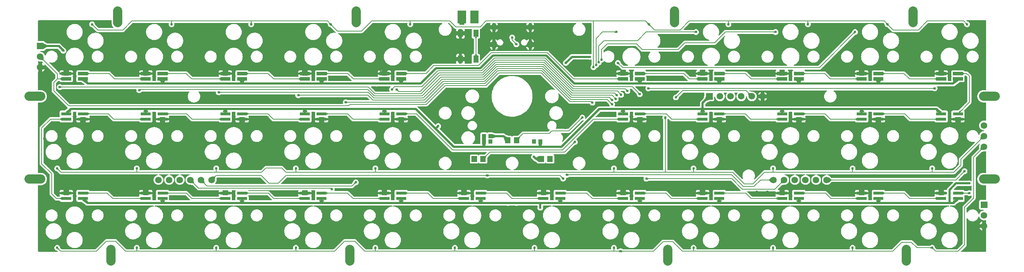
<source format=gtl>
G04 Layer: TopLayer*
G04 EasyEDA v6.4.25, 2022-01-27T13:57:17+08:00*
G04 c860a57ab6e24c20a85ed983e1d1ab15,3b57db4a37c74da5bb1b5bc11455ab19,10*
G04 Gerber Generator version 0.2*
G04 Scale: 100 percent, Rotated: No, Reflected: No *
G04 Dimensions in inches *
G04 leading zeros omitted , absolute positions ,3 integer and 6 decimal *
%FSLAX36Y36*%
%MOIN*%

%ADD11C,0.0080*%
%ADD12C,0.0200*%
%ADD13C,0.0240*%
%ADD14R,0.0472X0.0709*%
%ADD15R,0.0945X0.0315*%
%ADD19C,0.0620*%
%ADD21C,0.0472*%
%ADD22C,0.0866*%

%LPD*%
G36*
X-490620Y674180D02*
G01*
X-492140Y674479D01*
X-493440Y675360D01*
X-494320Y676640D01*
X-494620Y678180D01*
X-494620Y713820D01*
X-494320Y715360D01*
X-493440Y716660D01*
X-492140Y717520D01*
X-490620Y717820D01*
X-454240Y717820D01*
X-452720Y717520D01*
X-451420Y716660D01*
X-450560Y715360D01*
X-450240Y713820D01*
X-450240Y678180D01*
X-450560Y676640D01*
X-451420Y675360D01*
X-452720Y674479D01*
X-454240Y674180D01*
G37*

%LPD*%
G36*
X2605820Y145180D02*
G01*
X2604280Y145480D01*
X2602980Y146360D01*
X2602120Y147640D01*
X2601820Y149180D01*
X2601820Y179660D01*
X2601500Y182820D01*
X2600640Y185660D01*
X2599540Y187719D01*
X2599120Y188960D01*
X2599120Y190260D01*
X2599540Y191500D01*
X2600640Y193560D01*
X2601500Y196400D01*
X2601820Y199560D01*
X2601820Y204740D01*
X2565500Y204740D01*
X2565500Y199060D01*
X2565200Y197520D01*
X2564320Y196220D01*
X2563020Y195360D01*
X2561500Y195060D01*
X2517260Y195060D01*
X2515720Y195360D01*
X2514420Y196220D01*
X2513560Y197520D01*
X2513260Y199060D01*
X2513260Y204740D01*
X2476920Y204740D01*
X2476920Y199560D01*
X2477240Y196400D01*
X2478100Y193560D01*
X2479200Y191500D01*
X2479620Y190260D01*
X2479620Y188960D01*
X2479200Y187719D01*
X2477960Y185400D01*
X2477060Y184280D01*
X2475840Y183540D01*
X2474440Y183280D01*
X2255460Y183280D01*
X2253940Y183580D01*
X2252640Y184460D01*
X2207900Y229180D01*
X2204960Y231380D01*
X2201780Y232960D01*
X2198380Y233939D01*
X2194680Y234280D01*
X2013779Y234280D01*
X2012360Y234540D01*
X2011140Y235280D01*
X2010240Y236400D01*
X2008700Y239300D01*
X2006800Y241600D01*
X2004240Y243700D01*
X2003220Y244960D01*
X2002780Y246540D01*
X2003000Y248140D01*
X2003860Y249540D01*
X2005180Y250460D01*
X2006780Y250799D01*
X2481440Y250799D01*
X2483020Y250460D01*
X2484340Y249540D01*
X2485200Y248140D01*
X2485420Y246540D01*
X2484980Y244960D01*
X2483960Y243700D01*
X2481400Y241600D01*
X2479500Y239300D01*
X2478100Y236660D01*
X2477240Y233820D01*
X2476920Y230660D01*
X2476920Y225479D01*
X2513260Y225479D01*
X2513260Y246800D01*
X2513560Y248320D01*
X2514420Y249620D01*
X2515720Y250500D01*
X2517260Y250799D01*
X2561500Y250799D01*
X2563020Y250500D01*
X2564320Y249620D01*
X2565200Y248320D01*
X2565500Y246800D01*
X2565500Y225479D01*
X2601820Y225479D01*
X2601820Y230660D01*
X2601500Y233820D01*
X2600640Y236660D01*
X2599240Y239300D01*
X2597360Y241600D01*
X2594780Y243700D01*
X2593759Y244960D01*
X2593320Y246540D01*
X2593540Y248140D01*
X2594400Y249540D01*
X2595720Y250460D01*
X2597320Y250799D01*
X2638920Y250799D01*
X2640500Y250460D01*
X2641840Y249540D01*
X2642679Y248140D01*
X2642900Y246540D01*
X2642480Y244960D01*
X2641460Y243700D01*
X2638880Y241600D01*
X2637000Y239300D01*
X2635580Y236660D01*
X2634720Y233820D01*
X2634420Y230660D01*
X2634420Y199560D01*
X2634720Y196400D01*
X2635580Y193560D01*
X2636680Y191500D01*
X2637100Y190260D01*
X2637100Y188960D01*
X2636680Y187719D01*
X2635580Y185660D01*
X2634720Y182820D01*
X2634420Y179660D01*
X2634420Y149180D01*
X2634120Y147640D01*
X2633240Y146360D01*
X2631940Y145480D01*
X2630419Y145180D01*
G37*

%LPD*%
G36*
X-1724880Y145180D02*
G01*
X-1726420Y145480D01*
X-1727720Y146360D01*
X-1728580Y147640D01*
X-1728880Y149180D01*
X-1728880Y179660D01*
X-1729199Y182820D01*
X-1730060Y185660D01*
X-1731160Y187719D01*
X-1731579Y188960D01*
X-1731579Y190260D01*
X-1731160Y191500D01*
X-1729940Y193760D01*
X-1729060Y194880D01*
X-1727820Y195620D01*
X-1726420Y195880D01*
X-1554740Y195880D01*
X-1553220Y195580D01*
X-1551920Y194700D01*
X-1509220Y152000D01*
X-1508360Y150720D01*
X-1508040Y149180D01*
X-1508360Y147640D01*
X-1509220Y146360D01*
X-1510520Y145480D01*
X-1512040Y145180D01*
G37*

%LPD*%
G36*
X1857780Y145180D02*
G01*
X1856260Y145480D01*
X1854960Y146360D01*
X1854100Y147640D01*
X1853779Y149180D01*
X1853779Y179660D01*
X1853480Y182820D01*
X1852620Y185660D01*
X1851519Y187719D01*
X1851100Y188960D01*
X1851100Y190260D01*
X1851519Y191500D01*
X1852620Y193560D01*
X1853480Y196400D01*
X1853779Y199560D01*
X1853779Y204740D01*
X1817460Y204740D01*
X1817460Y199060D01*
X1817160Y197520D01*
X1816300Y196220D01*
X1815000Y195360D01*
X1813460Y195060D01*
X1769220Y195060D01*
X1767680Y195360D01*
X1766399Y196220D01*
X1765520Y197520D01*
X1765220Y199060D01*
X1765220Y204740D01*
X1728899Y204740D01*
X1728899Y199560D01*
X1729199Y196400D01*
X1730080Y193560D01*
X1731180Y191500D01*
X1731600Y190260D01*
X1731600Y188960D01*
X1731180Y187719D01*
X1729920Y185400D01*
X1729040Y184280D01*
X1727800Y183540D01*
X1726399Y183280D01*
X1675460Y183280D01*
X1673940Y183580D01*
X1672640Y184460D01*
X1627900Y229180D01*
X1624960Y231380D01*
X1621780Y232960D01*
X1618380Y233939D01*
X1614680Y234280D01*
X1265740Y234280D01*
X1264320Y234540D01*
X1263100Y235280D01*
X1262220Y236400D01*
X1260660Y239300D01*
X1258780Y241600D01*
X1256200Y243700D01*
X1255180Y244960D01*
X1254740Y246540D01*
X1254980Y248140D01*
X1255820Y249540D01*
X1257140Y250460D01*
X1258740Y250799D01*
X1733400Y250799D01*
X1735000Y250460D01*
X1736320Y249540D01*
X1737160Y248140D01*
X1737400Y246540D01*
X1736960Y244960D01*
X1735940Y243700D01*
X1733360Y241600D01*
X1731480Y239300D01*
X1730080Y236660D01*
X1729199Y233820D01*
X1728899Y230660D01*
X1728899Y225479D01*
X1765220Y225479D01*
X1765220Y246800D01*
X1765520Y248320D01*
X1766399Y249620D01*
X1767680Y250500D01*
X1769220Y250799D01*
X1813460Y250799D01*
X1815000Y250500D01*
X1816300Y249620D01*
X1817160Y248320D01*
X1817460Y246800D01*
X1817460Y225479D01*
X1853779Y225479D01*
X1853779Y230660D01*
X1853480Y233820D01*
X1852620Y236660D01*
X1851200Y239300D01*
X1849319Y241600D01*
X1846740Y243700D01*
X1845720Y244960D01*
X1845300Y246540D01*
X1845520Y248140D01*
X1846360Y249540D01*
X1847700Y250460D01*
X1849280Y250799D01*
X1890880Y250799D01*
X1892480Y250460D01*
X1893800Y249540D01*
X1894660Y248140D01*
X1894880Y246540D01*
X1894440Y244960D01*
X1893420Y243700D01*
X1890840Y241600D01*
X1888959Y239300D01*
X1887560Y236660D01*
X1886699Y233820D01*
X1886380Y230660D01*
X1886380Y199560D01*
X1886699Y196400D01*
X1887560Y193560D01*
X1888660Y191500D01*
X1889079Y190260D01*
X1889079Y188960D01*
X1888660Y187719D01*
X1887560Y185660D01*
X1886699Y182820D01*
X1886380Y179660D01*
X1886380Y149180D01*
X1886080Y147640D01*
X1885220Y146360D01*
X1883920Y145480D01*
X1882380Y145180D01*
G37*

%LPD*%
G36*
X1267240Y145180D02*
G01*
X1265700Y145480D01*
X1264420Y146360D01*
X1263540Y147640D01*
X1263240Y149180D01*
X1263240Y179660D01*
X1262920Y182820D01*
X1262060Y185660D01*
X1260960Y187719D01*
X1260540Y188960D01*
X1260540Y190260D01*
X1260960Y191500D01*
X1262180Y193760D01*
X1263060Y194880D01*
X1264300Y195620D01*
X1265700Y195880D01*
X1605260Y195880D01*
X1606780Y195580D01*
X1608080Y194700D01*
X1650780Y152000D01*
X1651639Y150720D01*
X1651960Y149180D01*
X1651639Y147640D01*
X1650780Y146360D01*
X1649480Y145480D01*
X1647960Y145180D01*
G37*

%LPD*%
G36*
X-1280340Y44180D02*
G01*
X-1281860Y44480D01*
X-1283160Y45359D01*
X-1325760Y87960D01*
X-1326620Y89240D01*
X-1326940Y90780D01*
X-1326620Y92320D01*
X-1325760Y93600D01*
X-1324460Y94480D01*
X-1322940Y94780D01*
X-1285740Y94780D01*
X-1284199Y94480D01*
X-1283400Y94140D01*
X-1279240Y93140D01*
X-1275000Y92800D01*
X-1270740Y93140D01*
X-1266600Y94140D01*
X-1265780Y94480D01*
X-1264240Y94780D01*
X-1147440Y94780D01*
X-1145780Y94420D01*
X-1144400Y93379D01*
X-1143600Y91860D01*
X-1143500Y90160D01*
X-1144120Y88560D01*
X-1145360Y87360D01*
X-1145980Y87000D01*
X-1149220Y84220D01*
X-1151980Y80980D01*
X-1154220Y77340D01*
X-1155840Y73400D01*
X-1156840Y69240D01*
X-1157180Y65000D01*
X-1156840Y60740D01*
X-1155840Y56600D01*
X-1154220Y52660D01*
X-1152760Y50260D01*
X-1152200Y48680D01*
X-1152340Y47000D01*
X-1153160Y45540D01*
X-1154520Y44540D01*
X-1156160Y44180D01*
G37*

%LPD*%
G36*
X-4160440Y-70820D02*
G01*
X-4161960Y-70520D01*
X-4163260Y-69640D01*
X-4289660Y56660D01*
X-4290540Y57960D01*
X-4290840Y59500D01*
X-4290840Y120280D01*
X-4290540Y121800D01*
X-4289660Y123100D01*
X-4269060Y143700D01*
X-4267760Y144580D01*
X-4266240Y144880D01*
X-4257820Y144880D01*
X-4256420Y144620D01*
X-4255180Y143880D01*
X-4254300Y142760D01*
X-4252780Y139920D01*
X-4250880Y137620D01*
X-4248580Y135740D01*
X-4245960Y134340D01*
X-4243120Y133480D01*
X-4239960Y133160D01*
X-4145860Y133160D01*
X-4142700Y133480D01*
X-4139860Y134340D01*
X-4137240Y135740D01*
X-4134940Y137620D01*
X-4133039Y139920D01*
X-4131640Y142560D01*
X-4130779Y145400D01*
X-4130460Y148560D01*
X-4130460Y179660D01*
X-4130779Y182820D01*
X-4131640Y185660D01*
X-4132740Y187719D01*
X-4133159Y188960D01*
X-4133159Y190260D01*
X-4132740Y191500D01*
X-4131640Y193560D01*
X-4130779Y196400D01*
X-4130460Y199560D01*
X-4130460Y204740D01*
X-4166780Y204740D01*
X-4166780Y199060D01*
X-4167100Y197520D01*
X-4167960Y196220D01*
X-4169260Y195360D01*
X-4170779Y195060D01*
X-4215040Y195060D01*
X-4216560Y195360D01*
X-4217860Y196220D01*
X-4218720Y197520D01*
X-4219040Y199060D01*
X-4219040Y204740D01*
X-4252640Y204740D01*
X-4254160Y205040D01*
X-4255460Y205900D01*
X-4256320Y207180D01*
X-4256640Y208720D01*
X-4256660Y212460D01*
X-4257160Y216060D01*
X-4258840Y221119D01*
X-4258660Y222760D01*
X-4257820Y224180D01*
X-4256480Y225140D01*
X-4254860Y225479D01*
X-4219040Y225479D01*
X-4219040Y246060D01*
X-4239960Y246060D01*
X-4243120Y245740D01*
X-4245960Y244880D01*
X-4248580Y243480D01*
X-4250880Y241600D01*
X-4252780Y239300D01*
X-4254180Y236660D01*
X-4255040Y233820D01*
X-4255360Y230660D01*
X-4255360Y227979D01*
X-4255680Y226400D01*
X-4256600Y225080D01*
X-4257960Y224220D01*
X-4259560Y223980D01*
X-4261120Y224380D01*
X-4262400Y225380D01*
X-4350000Y312980D01*
X-4350940Y314480D01*
X-4351140Y316220D01*
X-4350580Y317900D01*
X-4349360Y319160D01*
X-4347700Y319780D01*
X-4345940Y319620D01*
X-4345080Y319340D01*
X-4338740Y318060D01*
X-4332320Y317500D01*
X-4325860Y317680D01*
X-4319480Y318600D01*
X-4313240Y320240D01*
X-4307220Y322580D01*
X-4301500Y325600D01*
X-4296180Y329240D01*
X-4291300Y333459D01*
X-4286940Y338220D01*
X-4283140Y343440D01*
X-4279960Y349060D01*
X-4277460Y355020D01*
X-4275640Y361200D01*
X-4274540Y367560D01*
X-4274160Y374000D01*
X-4274540Y380460D01*
X-4275640Y386820D01*
X-4277460Y393000D01*
X-4279960Y398960D01*
X-4283140Y404580D01*
X-4286940Y409799D01*
X-4291300Y414560D01*
X-4296180Y418780D01*
X-4301500Y422420D01*
X-4307220Y425439D01*
X-4313240Y427780D01*
X-4319480Y429420D01*
X-4325860Y430340D01*
X-4332320Y430520D01*
X-4338740Y429960D01*
X-4345080Y428680D01*
X-4351220Y426700D01*
X-4357080Y424000D01*
X-4362600Y420680D01*
X-4367720Y416740D01*
X-4372340Y412239D01*
X-4376440Y407239D01*
X-4379920Y401800D01*
X-4382780Y396019D01*
X-4384940Y389940D01*
X-4385840Y386120D01*
X-4386580Y384560D01*
X-4387900Y383459D01*
X-4389560Y383020D01*
X-4391240Y383320D01*
X-4392660Y384300D01*
X-4393540Y385780D01*
X-4395240Y391019D01*
X-4397700Y396280D01*
X-4400820Y401160D01*
X-4404500Y405640D01*
X-4408740Y409600D01*
X-4413440Y413020D01*
X-4418520Y415820D01*
X-4423900Y417939D01*
X-4429520Y419400D01*
X-4433100Y419840D01*
X-4434720Y420420D01*
X-4435940Y421599D01*
X-4436560Y423200D01*
X-4436460Y424920D01*
X-4435640Y426420D01*
X-4434280Y427440D01*
X-4432600Y427819D01*
X-4407380Y427819D01*
X-4404220Y428120D01*
X-4401380Y428980D01*
X-4398740Y430379D01*
X-4396440Y432280D01*
X-4394560Y434580D01*
X-4393160Y437200D01*
X-4392240Y439120D01*
X-4390960Y440120D01*
X-4374440Y448380D01*
X-4372640Y448820D01*
X-4276100Y448820D01*
X-4274580Y448500D01*
X-4273280Y447640D01*
X-4245440Y419799D01*
X-4244560Y418500D01*
X-4244220Y417660D01*
X-4241980Y414020D01*
X-4239220Y410780D01*
X-4235980Y408000D01*
X-4232340Y405780D01*
X-4228400Y404140D01*
X-4224240Y403140D01*
X-4220000Y402800D01*
X-4215740Y403140D01*
X-4211600Y404140D01*
X-4207660Y405780D01*
X-4204020Y408000D01*
X-4200760Y410780D01*
X-4198000Y414020D01*
X-4195760Y417660D01*
X-4194140Y421599D01*
X-4193140Y425740D01*
X-4192799Y430000D01*
X-4193140Y434240D01*
X-4194140Y438400D01*
X-4195760Y442340D01*
X-4198000Y445980D01*
X-4200760Y449219D01*
X-4204020Y452000D01*
X-4207660Y454219D01*
X-4208500Y454580D01*
X-4209800Y455439D01*
X-4246100Y491740D01*
X-4249300Y494480D01*
X-4252080Y496220D01*
X-4252860Y496620D01*
X-4255900Y497879D01*
X-4256740Y498140D01*
X-4259940Y498880D01*
X-4264140Y499219D01*
X-4372660Y499219D01*
X-4374440Y499640D01*
X-4390960Y507900D01*
X-4392240Y508900D01*
X-4393160Y510820D01*
X-4394560Y513440D01*
X-4396440Y515740D01*
X-4398740Y517640D01*
X-4401380Y519040D01*
X-4404220Y519900D01*
X-4407380Y520220D01*
X-4453980Y520220D01*
X-4455520Y520520D01*
X-4456820Y521380D01*
X-4457680Y522680D01*
X-4457980Y524219D01*
X-4457980Y707460D01*
X-4457660Y710520D01*
X-4457320Y711760D01*
X-4456720Y713060D01*
X-4456120Y714020D01*
X-4455160Y715120D01*
X-4454300Y715860D01*
X-4453080Y716640D01*
X-4452060Y717120D01*
X-4449820Y717680D01*
X-4447600Y717820D01*
X-3771160Y717820D01*
X-3769640Y717520D01*
X-3768340Y716660D01*
X-3767460Y715360D01*
X-3767160Y713820D01*
X-3767160Y693020D01*
X-3766780Y686360D01*
X-3765700Y679900D01*
X-3763880Y673600D01*
X-3761360Y667540D01*
X-3758200Y661780D01*
X-3754400Y656440D01*
X-3750020Y651540D01*
X-3748660Y649900D01*
X-3748279Y648340D01*
X-3748540Y646760D01*
X-3749400Y645420D01*
X-3750720Y644520D01*
X-3752280Y644200D01*
X-3886540Y644200D01*
X-3888080Y644500D01*
X-3889360Y645360D01*
X-3921300Y677300D01*
X-3921960Y678160D01*
X-3922360Y679140D01*
X-3924320Y687420D01*
X-3925940Y691360D01*
X-3928180Y695000D01*
X-3930940Y698240D01*
X-3934180Y701000D01*
X-3937820Y703240D01*
X-3941760Y704860D01*
X-3945920Y705860D01*
X-3950160Y706200D01*
X-3954420Y705860D01*
X-3958580Y704860D01*
X-3962520Y703240D01*
X-3966160Y701000D01*
X-3969400Y698240D01*
X-3972160Y695000D01*
X-3974400Y691360D01*
X-3976019Y687420D01*
X-3977020Y683259D01*
X-3977360Y679000D01*
X-3977020Y674760D01*
X-3976019Y670600D01*
X-3974400Y666660D01*
X-3972160Y663020D01*
X-3969400Y659780D01*
X-3966160Y657020D01*
X-3962520Y654780D01*
X-3958580Y653160D01*
X-3950299Y651200D01*
X-3949300Y650800D01*
X-3948460Y650140D01*
X-3909180Y610900D01*
X-3906240Y608680D01*
X-3903080Y607100D01*
X-3899680Y606140D01*
X-3895960Y605800D01*
X-3659240Y605820D01*
X-3655600Y606320D01*
X-3652240Y607440D01*
X-3649160Y609180D01*
X-3646280Y611560D01*
X-3568220Y689620D01*
X-3566920Y690500D01*
X-3565380Y690800D01*
X-3232260Y690800D01*
X-3230840Y690540D01*
X-3229620Y689800D01*
X-3228720Y688660D01*
X-3228279Y687300D01*
X-3228360Y685860D01*
X-3229000Y683259D01*
X-3229320Y679000D01*
X-3229000Y674760D01*
X-3228000Y670600D01*
X-3226360Y666660D01*
X-3224140Y663020D01*
X-3221360Y659780D01*
X-3218120Y657020D01*
X-3214480Y654780D01*
X-3210539Y653160D01*
X-3206400Y652159D01*
X-3202140Y651820D01*
X-3197880Y652159D01*
X-3193740Y653160D01*
X-3189800Y654780D01*
X-3186160Y657020D01*
X-3182919Y659780D01*
X-3180140Y663020D01*
X-3177919Y666660D01*
X-3176280Y670600D01*
X-3175280Y674760D01*
X-3174960Y679000D01*
X-3175280Y683259D01*
X-3175920Y685860D01*
X-3176000Y687300D01*
X-3175560Y688660D01*
X-3174660Y689800D01*
X-3173440Y690540D01*
X-3172020Y690800D01*
X-2484220Y690800D01*
X-2482800Y690540D01*
X-2481580Y689800D01*
X-2480680Y688660D01*
X-2480240Y687300D01*
X-2480320Y685860D01*
X-2480960Y683259D01*
X-2481280Y679000D01*
X-2480960Y674760D01*
X-2479960Y670600D01*
X-2478320Y666660D01*
X-2476100Y663020D01*
X-2473320Y659780D01*
X-2470080Y657020D01*
X-2466440Y654780D01*
X-2462500Y653160D01*
X-2458360Y652159D01*
X-2454100Y651820D01*
X-2449840Y652159D01*
X-2445700Y653160D01*
X-2441760Y654780D01*
X-2438120Y657020D01*
X-2434880Y659780D01*
X-2432100Y663020D01*
X-2429880Y666660D01*
X-2428240Y670600D01*
X-2427240Y674760D01*
X-2426920Y679000D01*
X-2427240Y683259D01*
X-2427880Y685860D01*
X-2427960Y687300D01*
X-2427520Y688660D01*
X-2426620Y689800D01*
X-2425400Y690540D01*
X-2423980Y690800D01*
X-1746660Y690800D01*
X-1745140Y690500D01*
X-1743839Y689620D01*
X-1734940Y680720D01*
X-1734280Y679860D01*
X-1733880Y678880D01*
X-1731920Y670600D01*
X-1730300Y666660D01*
X-1728060Y663020D01*
X-1725300Y659780D01*
X-1722060Y657020D01*
X-1718420Y654780D01*
X-1714480Y653160D01*
X-1706200Y651200D01*
X-1705220Y650800D01*
X-1704360Y650140D01*
X-1660120Y605920D01*
X-1659220Y604540D01*
X-1658959Y602920D01*
X-1659360Y601320D01*
X-1660380Y600040D01*
X-1661819Y599260D01*
X-1663460Y599120D01*
X-1667520Y599620D01*
X-1675120Y599820D01*
X-1682700Y599240D01*
X-1690180Y597920D01*
X-1697500Y595880D01*
X-1704560Y593100D01*
X-1711320Y589620D01*
X-1717720Y585500D01*
X-1723660Y580760D01*
X-1729100Y575460D01*
X-1733980Y569640D01*
X-1738260Y563360D01*
X-1741900Y556700D01*
X-1744840Y549680D01*
X-1747080Y542420D01*
X-1748580Y534980D01*
X-1749340Y527420D01*
X-1749340Y519820D01*
X-1748580Y512260D01*
X-1747080Y504820D01*
X-1744840Y497560D01*
X-1741900Y490540D01*
X-1738260Y483880D01*
X-1733980Y477600D01*
X-1729100Y471780D01*
X-1723660Y466480D01*
X-1717720Y461740D01*
X-1711320Y457620D01*
X-1704560Y454140D01*
X-1697500Y451360D01*
X-1690180Y449320D01*
X-1682700Y448000D01*
X-1675120Y447420D01*
X-1667520Y447620D01*
X-1659980Y448560D01*
X-1652580Y450240D01*
X-1645380Y452660D01*
X-1638440Y455800D01*
X-1631860Y459600D01*
X-1625700Y464020D01*
X-1620000Y469060D01*
X-1614840Y474620D01*
X-1610240Y480680D01*
X-1606279Y487160D01*
X-1602980Y494020D01*
X-1600380Y501160D01*
X-1598520Y508519D01*
X-1597380Y516040D01*
X-1597000Y523620D01*
X-1597380Y531200D01*
X-1598520Y538720D01*
X-1600380Y546080D01*
X-1602980Y553220D01*
X-1606279Y560080D01*
X-1610240Y566560D01*
X-1614840Y572620D01*
X-1620000Y578180D01*
X-1625700Y583220D01*
X-1631860Y587640D01*
X-1633020Y588320D01*
X-1634300Y589480D01*
X-1634960Y591080D01*
X-1634900Y592820D01*
X-1634100Y594360D01*
X-1632720Y595400D01*
X-1631020Y595780D01*
X-1414300Y595800D01*
X-1410640Y596300D01*
X-1407300Y597440D01*
X-1404199Y599160D01*
X-1401339Y601540D01*
X-1313260Y689599D01*
X-1311960Y690480D01*
X-1310440Y690780D01*
X-988160Y690780D01*
X-986740Y690520D01*
X-985520Y689780D01*
X-984620Y688660D01*
X-984200Y687280D01*
X-984280Y685840D01*
X-984900Y683259D01*
X-985220Y679000D01*
X-984900Y674760D01*
X-983900Y670600D01*
X-982260Y666660D01*
X-980040Y663020D01*
X-977260Y659780D01*
X-974020Y657020D01*
X-970380Y654780D01*
X-966440Y653160D01*
X-962300Y652159D01*
X-958040Y651820D01*
X-953780Y652159D01*
X-949640Y653160D01*
X-945699Y654780D01*
X-942060Y657020D01*
X-938820Y659780D01*
X-936040Y663020D01*
X-933820Y666660D01*
X-932180Y670600D01*
X-931180Y674760D01*
X-930860Y679000D01*
X-931180Y683259D01*
X-931800Y685840D01*
X-931880Y687280D01*
X-931460Y688660D01*
X-930560Y689780D01*
X-929340Y690520D01*
X-927920Y690780D01*
X-660120Y690780D01*
X-658400Y690380D01*
X-657020Y689300D01*
X-656240Y687700D01*
X-656220Y685939D01*
X-656960Y684340D01*
X-658319Y683220D01*
X-660140Y682280D01*
X-665720Y678640D01*
X-670860Y674400D01*
X-675520Y669640D01*
X-679599Y664380D01*
X-683100Y658700D01*
X-685939Y652680D01*
X-688100Y646380D01*
X-689560Y639880D01*
X-690280Y633260D01*
X-690280Y626580D01*
X-689560Y619960D01*
X-688100Y613460D01*
X-685939Y607160D01*
X-683100Y601140D01*
X-679599Y595460D01*
X-675520Y590200D01*
X-670860Y585440D01*
X-665720Y581200D01*
X-660140Y577560D01*
X-654200Y574540D01*
X-647960Y572200D01*
X-641500Y570580D01*
X-634900Y569660D01*
X-628240Y569480D01*
X-621600Y570020D01*
X-615060Y571300D01*
X-608700Y573280D01*
X-602600Y575960D01*
X-596840Y579300D01*
X-591460Y583240D01*
X-586560Y587760D01*
X-582200Y592780D01*
X-578400Y598260D01*
X-575220Y604120D01*
X-572720Y610280D01*
X-570900Y616700D01*
X-569800Y623260D01*
X-569440Y629920D01*
X-569800Y636580D01*
X-570900Y643139D01*
X-572720Y649560D01*
X-575220Y655720D01*
X-578400Y661580D01*
X-582200Y667060D01*
X-586560Y672080D01*
X-591460Y676600D01*
X-596840Y680540D01*
X-601640Y683319D01*
X-602920Y684479D01*
X-603580Y686080D01*
X-603500Y687820D01*
X-602700Y689360D01*
X-601320Y690400D01*
X-599640Y690780D01*
X-594640Y690780D01*
X-593120Y690480D01*
X-591820Y689599D01*
X-543080Y640879D01*
X-540140Y638680D01*
X-536960Y637100D01*
X-533560Y636120D01*
X-529860Y635780D01*
X-528860Y635780D01*
X-527240Y635440D01*
X-525900Y634460D01*
X-525060Y633040D01*
X-524880Y631380D01*
X-525040Y629720D01*
X-525040Y614700D01*
X-500520Y614700D01*
X-500520Y631780D01*
X-500220Y633320D01*
X-499360Y634600D01*
X-498060Y635480D01*
X-496520Y635780D01*
X-475900Y635780D01*
X-474380Y635480D01*
X-473080Y634600D01*
X-472220Y633320D01*
X-471900Y631780D01*
X-471900Y614700D01*
X-447400Y614700D01*
X-447400Y629720D01*
X-447560Y631380D01*
X-447380Y633040D01*
X-446540Y634460D01*
X-445200Y635440D01*
X-443579Y635780D01*
X-383180Y635780D01*
X-381560Y635440D01*
X-380220Y634460D01*
X-379380Y633040D01*
X-379200Y631380D01*
X-379360Y629720D01*
X-379360Y559240D01*
X-379060Y556080D01*
X-378200Y553240D01*
X-376800Y550620D01*
X-374900Y548320D01*
X-372600Y546420D01*
X-369980Y545020D01*
X-367140Y544160D01*
X-363380Y543840D01*
X-361960Y543440D01*
X-360780Y542560D01*
X-360020Y541300D01*
X-359739Y539860D01*
X-359739Y405020D01*
X-360020Y403579D01*
X-360780Y402320D01*
X-361960Y401440D01*
X-363380Y401040D01*
X-367140Y400700D01*
X-369980Y399840D01*
X-372600Y398440D01*
X-374900Y396560D01*
X-376800Y394260D01*
X-378200Y391640D01*
X-379060Y388780D01*
X-379360Y385620D01*
X-379360Y315160D01*
X-379219Y313580D01*
X-379400Y311920D01*
X-380240Y310500D01*
X-381580Y309520D01*
X-383200Y309180D01*
X-443579Y309180D01*
X-445200Y309520D01*
X-446540Y310500D01*
X-447380Y311920D01*
X-447560Y313580D01*
X-447400Y315160D01*
X-447400Y330180D01*
X-471900Y330180D01*
X-471900Y313180D01*
X-472220Y311640D01*
X-473080Y310360D01*
X-474380Y309480D01*
X-475900Y309180D01*
X-496520Y309180D01*
X-498060Y309480D01*
X-499360Y310360D01*
X-500220Y311640D01*
X-500520Y313180D01*
X-500520Y330180D01*
X-525040Y330180D01*
X-525040Y315160D01*
X-524880Y313580D01*
X-525060Y311920D01*
X-525900Y310500D01*
X-527240Y309520D01*
X-528860Y309180D01*
X-735780Y309160D01*
X-739440Y308660D01*
X-742780Y307520D01*
X-745879Y305800D01*
X-748740Y303420D01*
X-816720Y235460D01*
X-818020Y234579D01*
X-819539Y234280D01*
X-978360Y234280D01*
X-979760Y234540D01*
X-981000Y235280D01*
X-981880Y236400D01*
X-983439Y239300D01*
X-985320Y241600D01*
X-987620Y243480D01*
X-990240Y244880D01*
X-993100Y245740D01*
X-996260Y246060D01*
X-1090340Y246060D01*
X-1093500Y245740D01*
X-1096360Y244880D01*
X-1098980Y243480D01*
X-1101280Y241600D01*
X-1103160Y239300D01*
X-1104560Y236660D01*
X-1105440Y233820D01*
X-1105740Y230660D01*
X-1105740Y199560D01*
X-1105440Y196400D01*
X-1104560Y193560D01*
X-1103460Y191500D01*
X-1103040Y190260D01*
X-1103040Y188960D01*
X-1103460Y187719D01*
X-1104560Y185660D01*
X-1105440Y182820D01*
X-1105740Y179660D01*
X-1105740Y149180D01*
X-1106040Y147640D01*
X-1106920Y146360D01*
X-1108220Y145480D01*
X-1109740Y145180D01*
X-1134340Y145180D01*
X-1135880Y145480D01*
X-1137160Y146360D01*
X-1138040Y147640D01*
X-1138340Y149180D01*
X-1138340Y179660D01*
X-1138660Y182820D01*
X-1139520Y185660D01*
X-1140620Y187719D01*
X-1141040Y188960D01*
X-1141040Y190260D01*
X-1140620Y191500D01*
X-1139520Y193560D01*
X-1138660Y196400D01*
X-1138340Y199560D01*
X-1138340Y204740D01*
X-1174660Y204740D01*
X-1174660Y199060D01*
X-1174960Y197520D01*
X-1175840Y196220D01*
X-1177140Y195360D01*
X-1178660Y195060D01*
X-1222900Y195060D01*
X-1224440Y195360D01*
X-1225740Y196220D01*
X-1226600Y197520D01*
X-1226900Y199060D01*
X-1226900Y204740D01*
X-1263220Y204740D01*
X-1263220Y199560D01*
X-1262920Y196400D01*
X-1262060Y193560D01*
X-1260960Y191500D01*
X-1260540Y190260D01*
X-1260540Y188960D01*
X-1260960Y187719D01*
X-1262200Y185400D01*
X-1263080Y184280D01*
X-1264320Y183540D01*
X-1265720Y183280D01*
X-1484540Y183280D01*
X-1486060Y183580D01*
X-1487360Y184460D01*
X-1532100Y229180D01*
X-1535040Y231380D01*
X-1538220Y232960D01*
X-1541620Y233939D01*
X-1545320Y234280D01*
X-1726380Y234280D01*
X-1727800Y234540D01*
X-1729019Y235280D01*
X-1729920Y236400D01*
X-1731459Y239300D01*
X-1733360Y241600D01*
X-1735660Y243480D01*
X-1738280Y244880D01*
X-1741120Y245740D01*
X-1744280Y246060D01*
X-1838380Y246060D01*
X-1841540Y245740D01*
X-1844379Y244880D01*
X-1847000Y243480D01*
X-1849300Y241600D01*
X-1851200Y239300D01*
X-1852600Y236660D01*
X-1853460Y233820D01*
X-1853779Y230660D01*
X-1853779Y199560D01*
X-1853460Y196400D01*
X-1852600Y193560D01*
X-1851500Y191500D01*
X-1851080Y190260D01*
X-1851080Y188960D01*
X-1851500Y187719D01*
X-1852600Y185660D01*
X-1853460Y182820D01*
X-1853779Y179660D01*
X-1853779Y149180D01*
X-1854079Y147640D01*
X-1854940Y146360D01*
X-1856240Y145480D01*
X-1857780Y145180D01*
X-1882380Y145180D01*
X-1883899Y145480D01*
X-1885200Y146360D01*
X-1886060Y147640D01*
X-1886380Y149180D01*
X-1886380Y179660D01*
X-1886680Y182820D01*
X-1887540Y185660D01*
X-1888640Y187719D01*
X-1889060Y188960D01*
X-1889060Y190260D01*
X-1888640Y191500D01*
X-1887540Y193560D01*
X-1886680Y196400D01*
X-1886380Y199560D01*
X-1886380Y204740D01*
X-1922700Y204740D01*
X-1922700Y199060D01*
X-1923000Y197520D01*
X-1923860Y196220D01*
X-1925160Y195360D01*
X-1926699Y195060D01*
X-1970940Y195060D01*
X-1972460Y195360D01*
X-1973760Y196220D01*
X-1974640Y197520D01*
X-1974940Y199060D01*
X-1974940Y204740D01*
X-2011260Y204740D01*
X-2011260Y199560D01*
X-2010940Y196400D01*
X-2010080Y193560D01*
X-2008980Y191500D01*
X-2008560Y190260D01*
X-2008560Y188960D01*
X-2008980Y187719D01*
X-2010240Y185400D01*
X-2011120Y184280D01*
X-2012340Y183540D01*
X-2013760Y183280D01*
X-2234540Y183280D01*
X-2236060Y183580D01*
X-2237360Y184460D01*
X-2282100Y229180D01*
X-2285040Y231380D01*
X-2288220Y232960D01*
X-2291620Y233939D01*
X-2295320Y234280D01*
X-2474420Y234280D01*
X-2475820Y234540D01*
X-2477060Y235280D01*
X-2477940Y236400D01*
X-2479500Y239300D01*
X-2481380Y241600D01*
X-2483680Y243480D01*
X-2486300Y244880D01*
X-2489160Y245740D01*
X-2492320Y246060D01*
X-2586400Y246060D01*
X-2589560Y245740D01*
X-2592420Y244880D01*
X-2595040Y243480D01*
X-2597340Y241600D01*
X-2599220Y239300D01*
X-2600640Y236660D01*
X-2601500Y233820D01*
X-2601800Y230660D01*
X-2601800Y199560D01*
X-2601500Y196400D01*
X-2600640Y193560D01*
X-2599540Y191500D01*
X-2599120Y190260D01*
X-2599120Y188960D01*
X-2599540Y187719D01*
X-2600640Y185660D01*
X-2601500Y182820D01*
X-2601800Y179660D01*
X-2601800Y149180D01*
X-2602100Y147640D01*
X-2602980Y146360D01*
X-2604280Y145480D01*
X-2605800Y145180D01*
X-2630400Y145180D01*
X-2631940Y145480D01*
X-2633240Y146360D01*
X-2634100Y147640D01*
X-2634400Y149180D01*
X-2634400Y179660D01*
X-2634720Y182820D01*
X-2635580Y185660D01*
X-2636680Y187719D01*
X-2637100Y188960D01*
X-2637100Y190260D01*
X-2636680Y191500D01*
X-2635580Y193560D01*
X-2634720Y196400D01*
X-2634400Y199560D01*
X-2634400Y204740D01*
X-2670720Y204740D01*
X-2670720Y199060D01*
X-2671019Y197520D01*
X-2671900Y196220D01*
X-2673200Y195360D01*
X-2674720Y195060D01*
X-2718960Y195060D01*
X-2720500Y195360D01*
X-2721800Y196220D01*
X-2722660Y197520D01*
X-2722960Y199060D01*
X-2722960Y204740D01*
X-2759300Y204740D01*
X-2759300Y199560D01*
X-2758980Y196400D01*
X-2758120Y193560D01*
X-2757020Y191500D01*
X-2756600Y190260D01*
X-2756600Y188960D01*
X-2757020Y187719D01*
X-2758260Y185400D01*
X-2759160Y184280D01*
X-2760380Y183540D01*
X-2761780Y183280D01*
X-3004540Y183280D01*
X-3006060Y183580D01*
X-3007360Y184460D01*
X-3052100Y229180D01*
X-3055040Y231380D01*
X-3058220Y232960D01*
X-3061620Y233939D01*
X-3065320Y234280D01*
X-3222460Y234280D01*
X-3223860Y234540D01*
X-3225080Y235280D01*
X-3225980Y236400D01*
X-3227520Y239300D01*
X-3229420Y241600D01*
X-3231720Y243480D01*
X-3234340Y244880D01*
X-3237180Y245740D01*
X-3240340Y246060D01*
X-3334440Y246060D01*
X-3337600Y245740D01*
X-3340440Y244880D01*
X-3343080Y243480D01*
X-3345380Y241600D01*
X-3347260Y239300D01*
X-3348660Y236660D01*
X-3349520Y233820D01*
X-3349840Y230660D01*
X-3349840Y199560D01*
X-3349520Y196400D01*
X-3348660Y193560D01*
X-3347559Y191500D01*
X-3347140Y190260D01*
X-3347140Y188960D01*
X-3347559Y187719D01*
X-3348660Y185660D01*
X-3349520Y182820D01*
X-3349840Y179660D01*
X-3349840Y149180D01*
X-3350140Y147640D01*
X-3351000Y146360D01*
X-3352300Y145480D01*
X-3353840Y145180D01*
X-3378440Y145180D01*
X-3379960Y145480D01*
X-3381259Y146360D01*
X-3382140Y147640D01*
X-3382440Y149180D01*
X-3382440Y179660D01*
X-3382740Y182820D01*
X-3383600Y185660D01*
X-3384700Y187719D01*
X-3385120Y188960D01*
X-3385120Y190260D01*
X-3384700Y191500D01*
X-3383600Y193560D01*
X-3382740Y196400D01*
X-3382440Y199560D01*
X-3382440Y204740D01*
X-3418759Y204740D01*
X-3418759Y199060D01*
X-3419060Y197520D01*
X-3419920Y196220D01*
X-3421220Y195360D01*
X-3422760Y195060D01*
X-3467000Y195060D01*
X-3468540Y195360D01*
X-3469820Y196220D01*
X-3470700Y197520D01*
X-3471000Y199060D01*
X-3471000Y204740D01*
X-3507320Y204740D01*
X-3507320Y199560D01*
X-3507020Y196400D01*
X-3506139Y193560D01*
X-3505040Y191500D01*
X-3504620Y190260D01*
X-3504620Y188960D01*
X-3505040Y187719D01*
X-3506300Y185400D01*
X-3507180Y184280D01*
X-3508420Y183540D01*
X-3509820Y183280D01*
X-3729540Y183280D01*
X-3731060Y183580D01*
X-3732360Y184460D01*
X-3777100Y229180D01*
X-3780040Y231380D01*
X-3783220Y232960D01*
X-3786620Y233939D01*
X-3790320Y234280D01*
X-3970480Y234280D01*
X-3971900Y234540D01*
X-3973120Y235280D01*
X-3974000Y236400D01*
X-3975560Y239300D01*
X-3977440Y241600D01*
X-3979740Y243480D01*
X-3982380Y244880D01*
X-3985220Y245740D01*
X-3988380Y246060D01*
X-4082480Y246060D01*
X-4085620Y245740D01*
X-4088480Y244880D01*
X-4091100Y243480D01*
X-4093399Y241600D01*
X-4095299Y239300D01*
X-4096700Y236660D01*
X-4097559Y233820D01*
X-4097860Y230660D01*
X-4097860Y199560D01*
X-4097559Y196400D01*
X-4096700Y193560D01*
X-4095600Y191500D01*
X-4095179Y190260D01*
X-4095179Y188960D01*
X-4095600Y187719D01*
X-4096700Y185660D01*
X-4097559Y182820D01*
X-4097860Y179660D01*
X-4097860Y148560D01*
X-4097559Y145400D01*
X-4096700Y142560D01*
X-4095299Y139920D01*
X-4093399Y137620D01*
X-4091100Y135740D01*
X-4088480Y134340D01*
X-4085620Y133480D01*
X-4082480Y133160D01*
X-4050940Y133160D01*
X-4049700Y132960D01*
X-4048600Y132400D01*
X-4022360Y113420D01*
X-4021240Y112180D01*
X-4020720Y110600D01*
X-4020880Y108940D01*
X-4021720Y107500D01*
X-4023060Y106519D01*
X-4024700Y106180D01*
X-4233300Y106180D01*
X-4234360Y106320D01*
X-4235340Y106740D01*
X-4242580Y111199D01*
X-4246520Y112840D01*
X-4250660Y113840D01*
X-4254920Y114160D01*
X-4259180Y113840D01*
X-4263320Y112840D01*
X-4267260Y111199D01*
X-4270900Y108980D01*
X-4274140Y106199D01*
X-4276920Y102960D01*
X-4279140Y99320D01*
X-4280780Y95380D01*
X-4281780Y91240D01*
X-4282100Y86980D01*
X-4281780Y82720D01*
X-4280780Y78580D01*
X-4279140Y74640D01*
X-4276920Y71000D01*
X-4274140Y67760D01*
X-4270900Y64980D01*
X-4267260Y62760D01*
X-4263320Y61120D01*
X-4259180Y60119D01*
X-4254920Y59800D01*
X-4250660Y60119D01*
X-4246520Y61120D01*
X-4242580Y62760D01*
X-4235340Y67220D01*
X-4234360Y67640D01*
X-4233300Y67780D01*
X-3537580Y67780D01*
X-3536180Y67520D01*
X-3534940Y66780D01*
X-3534060Y65660D01*
X-3533620Y64280D01*
X-3534080Y58400D01*
X-3533740Y54140D01*
X-3532740Y50000D01*
X-3531120Y46060D01*
X-3528880Y42420D01*
X-3526120Y39180D01*
X-3522880Y36400D01*
X-3519240Y34180D01*
X-3515299Y32540D01*
X-3511139Y31540D01*
X-3506880Y31220D01*
X-3502640Y31540D01*
X-3498480Y32540D01*
X-3494540Y34180D01*
X-3490899Y36400D01*
X-3487660Y39180D01*
X-3484900Y42420D01*
X-3484000Y43860D01*
X-3483120Y44880D01*
X-3481940Y45560D01*
X-3480600Y45780D01*
X-3038480Y45780D01*
X-3036980Y45480D01*
X-3035700Y44660D01*
X-3034820Y43420D01*
X-3034480Y41920D01*
X-3034720Y40420D01*
X-3035500Y39120D01*
X-3037860Y36480D01*
X-3041660Y31120D01*
X-3044820Y25379D01*
X-3047340Y19320D01*
X-3049160Y13020D01*
X-3050260Y6540D01*
X-3050620Y0D01*
X-3050260Y-6560D01*
X-3049160Y-13020D01*
X-3047340Y-19320D01*
X-3044820Y-25379D01*
X-3041660Y-31120D01*
X-3037860Y-36480D01*
X-3033480Y-41360D01*
X-3028600Y-45740D01*
X-3023240Y-49540D01*
X-3017500Y-52699D01*
X-3011440Y-55220D01*
X-3005140Y-57040D01*
X-2998660Y-58140D01*
X-2992120Y-58500D01*
X-2985560Y-58140D01*
X-2979100Y-57040D01*
X-2972799Y-55220D01*
X-2966740Y-52699D01*
X-2961000Y-49540D01*
X-2955640Y-45740D01*
X-2950760Y-41360D01*
X-2946380Y-36480D01*
X-2942580Y-31120D01*
X-2939420Y-25379D01*
X-2936900Y-19320D01*
X-2935080Y-13020D01*
X-2933980Y-6560D01*
X-2933620Y0D01*
X-2933980Y6540D01*
X-2935080Y13020D01*
X-2936900Y19320D01*
X-2939420Y25379D01*
X-2942580Y31120D01*
X-2946380Y36480D01*
X-2948740Y39120D01*
X-2949520Y40420D01*
X-2949760Y41920D01*
X-2949420Y43420D01*
X-2948540Y44660D01*
X-2947260Y45480D01*
X-2945760Y45780D01*
X-2789720Y45780D01*
X-2788120Y45439D01*
X-2786800Y44500D01*
X-2785940Y43099D01*
X-2785740Y41460D01*
X-2786040Y37680D01*
X-2785700Y33440D01*
X-2784700Y29280D01*
X-2783080Y25339D01*
X-2780840Y21700D01*
X-2778080Y18460D01*
X-2774840Y15700D01*
X-2771200Y13460D01*
X-2767260Y11840D01*
X-2763100Y10840D01*
X-2758840Y10500D01*
X-2754600Y10840D01*
X-2750440Y11840D01*
X-2746500Y13460D01*
X-2739280Y17920D01*
X-2738300Y18340D01*
X-2737240Y18480D01*
X-2041660Y18480D01*
X-2040060Y18140D01*
X-2038720Y17200D01*
X-2037880Y15800D01*
X-2037680Y14160D01*
X-2038000Y9960D01*
X-2037680Y5699D01*
X-2036680Y1560D01*
X-2035040Y-2380D01*
X-2032820Y-6020D01*
X-2030040Y-9260D01*
X-2026800Y-12040D01*
X-2023160Y-14260D01*
X-2019220Y-15900D01*
X-2015080Y-16900D01*
X-2010820Y-17220D01*
X-2006560Y-16900D01*
X-2002420Y-15900D01*
X-1998480Y-14260D01*
X-1991240Y-9780D01*
X-1990240Y-9360D01*
X-1989180Y-9220D01*
X-1364560Y-9220D01*
X-1363040Y-9520D01*
X-1361740Y-10400D01*
X-1342180Y-30000D01*
X-1341320Y-31300D01*
X-1341000Y-32820D01*
X-1341320Y-34360D01*
X-1342180Y-35640D01*
X-1343480Y-36520D01*
X-1345000Y-36820D01*
X-1543360Y-36820D01*
X-1544420Y-36680D01*
X-1545400Y-36260D01*
X-1552640Y-31780D01*
X-1556579Y-30160D01*
X-1560740Y-29160D01*
X-1564980Y-28820D01*
X-1569240Y-29160D01*
X-1573400Y-30160D01*
X-1577340Y-31780D01*
X-1580980Y-34020D01*
X-1584220Y-36780D01*
X-1586980Y-40020D01*
X-1589220Y-43660D01*
X-1590840Y-47600D01*
X-1591840Y-51760D01*
X-1592180Y-56020D01*
X-1591840Y-60260D01*
X-1590840Y-64420D01*
X-1590480Y-65279D01*
X-1590180Y-66820D01*
X-1590480Y-68360D01*
X-1591360Y-69640D01*
X-1592640Y-70520D01*
X-1594180Y-70820D01*
G37*

%LPC*%
G36*
X-471900Y543860D02*
G01*
X-462800Y543860D01*
X-459640Y544160D01*
X-456780Y545020D01*
X-454159Y546420D01*
X-451860Y548320D01*
X-449980Y550620D01*
X-448579Y553240D01*
X-447700Y556080D01*
X-447400Y559240D01*
X-447400Y574260D01*
X-471900Y574260D01*
G37*
G36*
X-1123940Y530100D02*
G01*
X-1116340Y530280D01*
X-1108800Y531220D01*
X-1101400Y532920D01*
X-1094200Y535340D01*
X-1087260Y538460D01*
X-1080680Y542260D01*
X-1074520Y546700D01*
X-1068820Y551720D01*
X-1063660Y557300D01*
X-1059060Y563360D01*
X-1055100Y569840D01*
X-1051800Y576680D01*
X-1049200Y583820D01*
X-1047340Y591180D01*
X-1046200Y598700D01*
X-1045819Y606280D01*
X-1046200Y613880D01*
X-1047340Y621400D01*
X-1049200Y628760D01*
X-1051800Y635900D01*
X-1055100Y642740D01*
X-1059060Y649220D01*
X-1063660Y655280D01*
X-1068820Y660860D01*
X-1074520Y665879D01*
X-1080680Y670320D01*
X-1087260Y674120D01*
X-1094200Y677240D01*
X-1101400Y679659D01*
X-1108800Y681360D01*
X-1116340Y682300D01*
X-1123940Y682480D01*
X-1131520Y681919D01*
X-1139000Y680600D01*
X-1146320Y678540D01*
X-1153380Y675759D01*
X-1160140Y672300D01*
X-1166540Y668180D01*
X-1172480Y663439D01*
X-1177920Y658139D01*
X-1182800Y652320D01*
X-1187080Y646040D01*
X-1190720Y639360D01*
X-1193660Y632360D01*
X-1195900Y625100D01*
X-1197400Y617640D01*
X-1198160Y610080D01*
X-1198160Y602500D01*
X-1197400Y594940D01*
X-1195900Y587480D01*
X-1193660Y580220D01*
X-1190720Y573220D01*
X-1187080Y566540D01*
X-1182800Y560260D01*
X-1177920Y554440D01*
X-1172480Y549140D01*
X-1166540Y544400D01*
X-1160140Y540280D01*
X-1153380Y536820D01*
X-1146320Y534040D01*
X-1139000Y531980D01*
X-1131520Y530660D01*
G37*
G36*
X-3368039Y530100D02*
G01*
X-3360440Y530280D01*
X-3352900Y531220D01*
X-3345480Y532920D01*
X-3338279Y535340D01*
X-3331360Y538460D01*
X-3324780Y542260D01*
X-3318600Y546700D01*
X-3312919Y551720D01*
X-3307740Y557300D01*
X-3303159Y563360D01*
X-3299200Y569840D01*
X-3295899Y576680D01*
X-3293300Y583820D01*
X-3291420Y591180D01*
X-3290280Y598700D01*
X-3289920Y606280D01*
X-3290280Y613880D01*
X-3291420Y621400D01*
X-3293300Y628760D01*
X-3295899Y635900D01*
X-3299200Y642740D01*
X-3303159Y649220D01*
X-3307740Y655280D01*
X-3312919Y660860D01*
X-3318600Y665879D01*
X-3324780Y670320D01*
X-3331360Y674120D01*
X-3338279Y677240D01*
X-3345480Y679659D01*
X-3352900Y681360D01*
X-3360440Y682300D01*
X-3368039Y682480D01*
X-3375600Y681919D01*
X-3383100Y680600D01*
X-3390400Y678540D01*
X-3397480Y675759D01*
X-3404240Y672300D01*
X-3410620Y668180D01*
X-3416560Y663439D01*
X-3422000Y658139D01*
X-3426880Y652320D01*
X-3431160Y646040D01*
X-3434800Y639360D01*
X-3437760Y632360D01*
X-3440000Y625100D01*
X-3441500Y617640D01*
X-3442260Y610080D01*
X-3442260Y602500D01*
X-3441500Y594940D01*
X-3440000Y587480D01*
X-3437760Y580220D01*
X-3434800Y573220D01*
X-3431160Y566540D01*
X-3426880Y560260D01*
X-3422000Y554440D01*
X-3416560Y549140D01*
X-3410620Y544400D01*
X-3404240Y540280D01*
X-3397480Y536820D01*
X-3390400Y534040D01*
X-3383100Y531980D01*
X-3375600Y530660D01*
G37*
G36*
X-2620000Y530100D02*
G01*
X-2612400Y530280D01*
X-2604860Y531220D01*
X-2597460Y532920D01*
X-2590260Y535340D01*
X-2583320Y538460D01*
X-2576740Y542260D01*
X-2570580Y546700D01*
X-2564880Y551720D01*
X-2559720Y557300D01*
X-2555120Y563360D01*
X-2551160Y569840D01*
X-2547860Y576680D01*
X-2545260Y583820D01*
X-2543400Y591180D01*
X-2542260Y598700D01*
X-2541880Y606280D01*
X-2542260Y613880D01*
X-2543400Y621400D01*
X-2545260Y628760D01*
X-2547860Y635900D01*
X-2551160Y642740D01*
X-2555120Y649220D01*
X-2559720Y655280D01*
X-2564880Y660860D01*
X-2570580Y665879D01*
X-2576740Y670320D01*
X-2583320Y674120D01*
X-2590260Y677240D01*
X-2597460Y679659D01*
X-2604860Y681360D01*
X-2612400Y682300D01*
X-2620000Y682480D01*
X-2627580Y681919D01*
X-2635059Y680600D01*
X-2642380Y678540D01*
X-2649440Y675759D01*
X-2656200Y672300D01*
X-2662600Y668180D01*
X-2668540Y663439D01*
X-2673980Y658139D01*
X-2678860Y652320D01*
X-2683140Y646040D01*
X-2686780Y639360D01*
X-2689720Y632360D01*
X-2691960Y625100D01*
X-2693460Y617640D01*
X-2694220Y610080D01*
X-2694220Y602500D01*
X-2693460Y594940D01*
X-2691960Y587480D01*
X-2689720Y580220D01*
X-2686780Y573220D01*
X-2683140Y566540D01*
X-2678860Y560260D01*
X-2673980Y554440D01*
X-2668540Y549140D01*
X-2662600Y544400D01*
X-2656200Y540280D01*
X-2649440Y536820D01*
X-2642380Y534040D01*
X-2635059Y531980D01*
X-2627580Y530660D01*
G37*
G36*
X-1871980Y530100D02*
G01*
X-1864379Y530280D01*
X-1856840Y531220D01*
X-1849420Y532920D01*
X-1842220Y535340D01*
X-1835300Y538460D01*
X-1828720Y542260D01*
X-1822540Y546700D01*
X-1816860Y551720D01*
X-1811680Y557300D01*
X-1807100Y563360D01*
X-1803140Y569840D01*
X-1799840Y576680D01*
X-1797240Y583820D01*
X-1795360Y591180D01*
X-1794220Y598700D01*
X-1793860Y606280D01*
X-1794220Y613880D01*
X-1795360Y621400D01*
X-1797240Y628760D01*
X-1799840Y635900D01*
X-1803140Y642740D01*
X-1807100Y649220D01*
X-1811680Y655280D01*
X-1816860Y660860D01*
X-1822540Y665879D01*
X-1828720Y670320D01*
X-1835300Y674120D01*
X-1842220Y677240D01*
X-1849420Y679659D01*
X-1856840Y681360D01*
X-1864379Y682300D01*
X-1871980Y682480D01*
X-1879540Y681919D01*
X-1887040Y680600D01*
X-1894340Y678540D01*
X-1901420Y675759D01*
X-1908180Y672300D01*
X-1914560Y668180D01*
X-1920500Y663439D01*
X-1925940Y658139D01*
X-1930820Y652320D01*
X-1935100Y646040D01*
X-1938740Y639360D01*
X-1941699Y632360D01*
X-1943940Y625100D01*
X-1945440Y617640D01*
X-1946200Y610080D01*
X-1946200Y602500D01*
X-1945440Y594940D01*
X-1943940Y587480D01*
X-1941699Y580220D01*
X-1938740Y573220D01*
X-1935100Y566540D01*
X-1930820Y560260D01*
X-1925940Y554440D01*
X-1920500Y549140D01*
X-1914560Y544400D01*
X-1908180Y540280D01*
X-1901420Y536820D01*
X-1894340Y534040D01*
X-1887040Y531980D01*
X-1879540Y530660D01*
G37*
G36*
X-2670720Y225479D02*
G01*
X-2634400Y225479D01*
X-2634400Y230660D01*
X-2634720Y233820D01*
X-2635580Y236660D01*
X-2636980Y239300D01*
X-2638860Y241600D01*
X-2641160Y243480D01*
X-2643800Y244880D01*
X-2646640Y245740D01*
X-2649800Y246060D01*
X-2670720Y246060D01*
G37*
G36*
X-1263220Y225479D02*
G01*
X-1226900Y225479D01*
X-1226900Y246060D01*
X-1247840Y246060D01*
X-1250980Y245740D01*
X-1253840Y244880D01*
X-1256460Y243480D01*
X-1258760Y241600D01*
X-1260660Y239300D01*
X-1262060Y236660D01*
X-1262920Y233820D01*
X-1263220Y230660D01*
G37*
G36*
X-3507320Y225479D02*
G01*
X-3471000Y225479D01*
X-3471000Y246060D01*
X-3491920Y246060D01*
X-3495080Y245740D01*
X-3497940Y244880D01*
X-3500560Y243480D01*
X-3502860Y241600D01*
X-3504740Y239300D01*
X-3506139Y236660D01*
X-3507020Y233820D01*
X-3507320Y230660D01*
G37*
G36*
X-4166780Y225479D02*
G01*
X-4130460Y225479D01*
X-4130460Y230660D01*
X-4130779Y233820D01*
X-4131640Y236660D01*
X-4133039Y239300D01*
X-4134940Y241600D01*
X-4137240Y243480D01*
X-4139860Y244880D01*
X-4142700Y245740D01*
X-4145860Y246060D01*
X-4166780Y246060D01*
G37*
G36*
X-1174660Y225479D02*
G01*
X-1138340Y225479D01*
X-1138340Y230660D01*
X-1138660Y233820D01*
X-1139520Y236660D01*
X-1140920Y239300D01*
X-1142800Y241600D01*
X-1145100Y243480D01*
X-1147740Y244880D01*
X-1150580Y245740D01*
X-1153740Y246060D01*
X-1174660Y246060D01*
G37*
G36*
X-1922700Y225479D02*
G01*
X-1886380Y225479D01*
X-1886380Y230660D01*
X-1886680Y233820D01*
X-1887540Y236660D01*
X-1888940Y239300D01*
X-1890840Y241600D01*
X-1893140Y243480D01*
X-1895760Y244880D01*
X-1898620Y245740D01*
X-1901759Y246060D01*
X-1922700Y246060D01*
G37*
G36*
X-2759300Y225479D02*
G01*
X-2722960Y225479D01*
X-2722960Y246060D01*
X-2743900Y246060D01*
X-2747060Y245740D01*
X-2749900Y244880D01*
X-2752520Y243480D01*
X-2754820Y241600D01*
X-2756720Y239300D01*
X-2758120Y236660D01*
X-2758980Y233820D01*
X-2759300Y230660D01*
G37*
G36*
X-2011260Y225479D02*
G01*
X-1974940Y225479D01*
X-1974940Y246060D01*
X-1995860Y246060D01*
X-1999019Y245740D01*
X-2001860Y244880D01*
X-2004500Y243480D01*
X-2006800Y241600D01*
X-2008680Y239300D01*
X-2010080Y236660D01*
X-2010940Y233820D01*
X-2011260Y230660D01*
G37*
G36*
X-3418759Y225479D02*
G01*
X-3382440Y225479D01*
X-3382440Y230660D01*
X-3382740Y233820D01*
X-3383600Y236660D01*
X-3385020Y239300D01*
X-3386900Y241600D01*
X-3389200Y243480D01*
X-3391820Y244880D01*
X-3394680Y245740D01*
X-3397840Y246060D01*
X-3418759Y246060D01*
G37*
G36*
X-1874079Y290020D02*
G01*
X-1866060Y290020D01*
X-1858100Y290780D01*
X-1850240Y292280D01*
X-1842560Y294540D01*
X-1835140Y297520D01*
X-1828020Y301180D01*
X-1821300Y305500D01*
X-1815000Y310460D01*
X-1809199Y315980D01*
X-1803959Y322020D01*
X-1799319Y328540D01*
X-1795320Y335480D01*
X-1792000Y342760D01*
X-1789379Y350319D01*
X-1787500Y358100D01*
X-1786360Y366019D01*
X-1785980Y374000D01*
X-1786360Y382000D01*
X-1787500Y389920D01*
X-1789379Y397700D01*
X-1792000Y405260D01*
X-1795320Y412540D01*
X-1799319Y419480D01*
X-1803959Y426000D01*
X-1809199Y432040D01*
X-1815000Y437560D01*
X-1821300Y442520D01*
X-1828020Y446840D01*
X-1835140Y450500D01*
X-1842560Y453480D01*
X-1850240Y455740D01*
X-1858100Y457239D01*
X-1866060Y458000D01*
X-1874079Y458000D01*
X-1882040Y457239D01*
X-1889900Y455740D01*
X-1897580Y453480D01*
X-1905000Y450500D01*
X-1912120Y446840D01*
X-1918839Y442520D01*
X-1925140Y437560D01*
X-1930940Y432040D01*
X-1936180Y426000D01*
X-1940820Y419480D01*
X-1944820Y412540D01*
X-1948140Y405260D01*
X-1950760Y397700D01*
X-1952640Y389920D01*
X-1953779Y382000D01*
X-1954160Y374000D01*
X-1953779Y366019D01*
X-1952640Y358100D01*
X-1950760Y350319D01*
X-1948140Y342760D01*
X-1944820Y335480D01*
X-1940820Y328540D01*
X-1936180Y322020D01*
X-1930940Y315980D01*
X-1925140Y310460D01*
X-1918839Y305500D01*
X-1912120Y301180D01*
X-1905000Y297520D01*
X-1897580Y294540D01*
X-1889900Y292280D01*
X-1882040Y290780D01*
G37*
G36*
X-4118180Y290020D02*
G01*
X-4110160Y290020D01*
X-4102200Y290780D01*
X-4094340Y292280D01*
X-4086660Y294540D01*
X-4079240Y297520D01*
X-4072120Y301180D01*
X-4065400Y305500D01*
X-4059100Y310460D01*
X-4053300Y315980D01*
X-4048060Y322020D01*
X-4043420Y328540D01*
X-4039420Y335480D01*
X-4036100Y342760D01*
X-4033480Y350319D01*
X-4031600Y358100D01*
X-4030460Y366019D01*
X-4030080Y374000D01*
X-4030460Y382000D01*
X-4031600Y389920D01*
X-4033480Y397700D01*
X-4036100Y405260D01*
X-4039420Y412540D01*
X-4043420Y419480D01*
X-4048060Y426000D01*
X-4053300Y432040D01*
X-4059100Y437560D01*
X-4065400Y442520D01*
X-4072120Y446840D01*
X-4079240Y450500D01*
X-4086660Y453480D01*
X-4094340Y455740D01*
X-4102200Y457239D01*
X-4110160Y458000D01*
X-4118180Y458000D01*
X-4126139Y457239D01*
X-4134000Y455740D01*
X-4141680Y453480D01*
X-4149100Y450500D01*
X-4156220Y446840D01*
X-4162940Y442520D01*
X-4169240Y437560D01*
X-4175040Y432040D01*
X-4180280Y426000D01*
X-4184920Y419480D01*
X-4188920Y412540D01*
X-4192240Y405260D01*
X-4194860Y397700D01*
X-4196740Y389920D01*
X-4197880Y382000D01*
X-4198260Y374000D01*
X-4197880Y366019D01*
X-4196740Y358100D01*
X-4194860Y350319D01*
X-4192240Y342760D01*
X-4188920Y335480D01*
X-4184920Y328540D01*
X-4180280Y322020D01*
X-4175040Y315980D01*
X-4169240Y310460D01*
X-4162940Y305500D01*
X-4156220Y301180D01*
X-4149100Y297520D01*
X-4141680Y294540D01*
X-4134000Y292280D01*
X-4126139Y290780D01*
G37*
G36*
X-2622100Y290020D02*
G01*
X-2614100Y290020D01*
X-2606139Y290780D01*
X-2598279Y292280D01*
X-2590600Y294540D01*
X-2583159Y297520D01*
X-2576060Y301180D01*
X-2569320Y305500D01*
X-2563039Y310460D01*
X-2557240Y315980D01*
X-2552000Y322020D01*
X-2547360Y328540D01*
X-2543360Y335480D01*
X-2540040Y342760D01*
X-2537420Y350319D01*
X-2535520Y358100D01*
X-2534380Y366019D01*
X-2534000Y374000D01*
X-2534380Y382000D01*
X-2535520Y389920D01*
X-2537420Y397700D01*
X-2540040Y405260D01*
X-2543360Y412540D01*
X-2547360Y419480D01*
X-2552000Y426000D01*
X-2557240Y432040D01*
X-2563039Y437560D01*
X-2569320Y442520D01*
X-2576060Y446840D01*
X-2583159Y450500D01*
X-2590600Y453480D01*
X-2598279Y455740D01*
X-2606139Y457239D01*
X-2614100Y458000D01*
X-2622100Y458000D01*
X-2630059Y457239D01*
X-2637919Y455740D01*
X-2645600Y453480D01*
X-2653039Y450500D01*
X-2660140Y446840D01*
X-2666880Y442520D01*
X-2673159Y437560D01*
X-2678960Y432040D01*
X-2684200Y426000D01*
X-2688840Y419480D01*
X-2692840Y412540D01*
X-2696160Y405260D01*
X-2698780Y397700D01*
X-2700680Y389920D01*
X-2701820Y382000D01*
X-2702200Y374000D01*
X-2701820Y366019D01*
X-2700680Y358100D01*
X-2698780Y350319D01*
X-2696160Y342760D01*
X-2692840Y335480D01*
X-2688840Y328540D01*
X-2684200Y322020D01*
X-2678960Y315980D01*
X-2673159Y310460D01*
X-2666880Y305500D01*
X-2660140Y301180D01*
X-2653039Y297520D01*
X-2645600Y294540D01*
X-2637919Y292280D01*
X-2630059Y290780D01*
G37*
G36*
X-3370140Y290020D02*
G01*
X-3362120Y290020D01*
X-3354160Y290780D01*
X-3346300Y292280D01*
X-3338620Y294540D01*
X-3331200Y297520D01*
X-3324080Y301180D01*
X-3317360Y305500D01*
X-3311060Y310460D01*
X-3305260Y315980D01*
X-3300020Y322020D01*
X-3295380Y328540D01*
X-3291380Y335480D01*
X-3288060Y342760D01*
X-3285440Y350319D01*
X-3283560Y358100D01*
X-3282420Y366019D01*
X-3282040Y374000D01*
X-3282420Y382000D01*
X-3283560Y389920D01*
X-3285440Y397700D01*
X-3288060Y405260D01*
X-3291380Y412540D01*
X-3295380Y419480D01*
X-3300020Y426000D01*
X-3305260Y432040D01*
X-3311060Y437560D01*
X-3317360Y442520D01*
X-3324080Y446840D01*
X-3331200Y450500D01*
X-3338620Y453480D01*
X-3346300Y455740D01*
X-3354160Y457239D01*
X-3362120Y458000D01*
X-3370140Y458000D01*
X-3378100Y457239D01*
X-3385960Y455740D01*
X-3393639Y453480D01*
X-3401060Y450500D01*
X-3408180Y446840D01*
X-3414900Y442520D01*
X-3421200Y437560D01*
X-3427000Y432040D01*
X-3432240Y426000D01*
X-3436880Y419480D01*
X-3440880Y412540D01*
X-3444200Y405260D01*
X-3446820Y397700D01*
X-3448700Y389920D01*
X-3449840Y382000D01*
X-3450220Y374000D01*
X-3449840Y366019D01*
X-3448700Y358100D01*
X-3446820Y350319D01*
X-3444200Y342760D01*
X-3440880Y335480D01*
X-3436880Y328540D01*
X-3432240Y322020D01*
X-3427000Y315980D01*
X-3421200Y310460D01*
X-3414900Y305500D01*
X-3408180Y301180D01*
X-3401060Y297520D01*
X-3393639Y294540D01*
X-3385960Y292280D01*
X-3378100Y290780D01*
G37*
G36*
X-1126040Y290020D02*
G01*
X-1118040Y290020D01*
X-1110080Y290780D01*
X-1102220Y292280D01*
X-1094540Y294540D01*
X-1087100Y297520D01*
X-1080000Y301180D01*
X-1073260Y305500D01*
X-1066980Y310460D01*
X-1061180Y315980D01*
X-1055940Y322020D01*
X-1051300Y328540D01*
X-1047300Y335480D01*
X-1043980Y342760D01*
X-1041360Y350319D01*
X-1039460Y358100D01*
X-1038319Y366019D01*
X-1037940Y374000D01*
X-1038319Y382000D01*
X-1039460Y389920D01*
X-1041360Y397700D01*
X-1043980Y405260D01*
X-1047300Y412540D01*
X-1051300Y419480D01*
X-1055940Y426000D01*
X-1061180Y432040D01*
X-1066980Y437560D01*
X-1073260Y442520D01*
X-1080000Y446840D01*
X-1087100Y450500D01*
X-1094540Y453480D01*
X-1102220Y455740D01*
X-1110080Y457239D01*
X-1118040Y458000D01*
X-1126040Y458000D01*
X-1134000Y457239D01*
X-1141860Y455740D01*
X-1149540Y453480D01*
X-1156980Y450500D01*
X-1164080Y446840D01*
X-1170820Y442520D01*
X-1177100Y437560D01*
X-1182900Y432040D01*
X-1188140Y426000D01*
X-1192780Y419480D01*
X-1196780Y412540D01*
X-1200100Y405260D01*
X-1202720Y397700D01*
X-1204620Y389920D01*
X-1205760Y382000D01*
X-1206140Y374000D01*
X-1205760Y366019D01*
X-1204620Y358100D01*
X-1202720Y350319D01*
X-1200100Y342760D01*
X-1196780Y335480D01*
X-1192780Y328540D01*
X-1188140Y322020D01*
X-1182900Y315980D01*
X-1177100Y310460D01*
X-1170820Y305500D01*
X-1164080Y301180D01*
X-1156980Y297520D01*
X-1149540Y294540D01*
X-1141860Y292280D01*
X-1134000Y290780D01*
G37*
G36*
X-2403180Y317500D02*
G01*
X-2396720Y317680D01*
X-2390340Y318600D01*
X-2384100Y320240D01*
X-2378080Y322580D01*
X-2372360Y325600D01*
X-2367040Y329240D01*
X-2362160Y333459D01*
X-2357800Y338220D01*
X-2354000Y343440D01*
X-2350820Y349060D01*
X-2348320Y355020D01*
X-2346500Y361200D01*
X-2345400Y367560D01*
X-2345020Y374000D01*
X-2345400Y380460D01*
X-2346500Y386820D01*
X-2348320Y393000D01*
X-2350820Y398960D01*
X-2354000Y404580D01*
X-2357800Y409799D01*
X-2362160Y414560D01*
X-2367040Y418780D01*
X-2372360Y422420D01*
X-2378080Y425439D01*
X-2384100Y427780D01*
X-2390340Y429420D01*
X-2396720Y430340D01*
X-2403180Y430520D01*
X-2409600Y429960D01*
X-2415940Y428680D01*
X-2422080Y426700D01*
X-2427940Y424000D01*
X-2433460Y420680D01*
X-2438580Y416740D01*
X-2443200Y412239D01*
X-2447300Y407239D01*
X-2450780Y401800D01*
X-2453640Y396019D01*
X-2455800Y389940D01*
X-2457260Y383640D01*
X-2458000Y377239D01*
X-2458000Y370780D01*
X-2457260Y364360D01*
X-2455800Y358080D01*
X-2453640Y352000D01*
X-2450780Y346220D01*
X-2447300Y340780D01*
X-2443200Y335780D01*
X-2438580Y331280D01*
X-2433460Y327340D01*
X-2427940Y324020D01*
X-2422080Y321320D01*
X-2415940Y319340D01*
X-2409600Y318060D01*
G37*
G36*
X-2836240Y317500D02*
G01*
X-2829800Y317680D01*
X-2823399Y318600D01*
X-2817160Y320240D01*
X-2811139Y322580D01*
X-2805440Y325600D01*
X-2800100Y329240D01*
X-2795240Y333459D01*
X-2790860Y338220D01*
X-2787080Y343440D01*
X-2783900Y349060D01*
X-2781380Y355020D01*
X-2779560Y361200D01*
X-2778460Y367560D01*
X-2778100Y374000D01*
X-2778460Y380460D01*
X-2779560Y386820D01*
X-2781380Y393000D01*
X-2783900Y398960D01*
X-2787080Y404580D01*
X-2790860Y409799D01*
X-2795240Y414560D01*
X-2800100Y418780D01*
X-2805440Y422420D01*
X-2811139Y425439D01*
X-2817160Y427780D01*
X-2823399Y429420D01*
X-2829800Y430340D01*
X-2836240Y430520D01*
X-2842679Y429960D01*
X-2849000Y428680D01*
X-2855140Y426700D01*
X-2861019Y424000D01*
X-2866540Y420680D01*
X-2871660Y416740D01*
X-2876280Y412239D01*
X-2880360Y407239D01*
X-2883860Y401800D01*
X-2886700Y396019D01*
X-2888880Y389940D01*
X-2890340Y383640D01*
X-2891080Y377239D01*
X-2891080Y370780D01*
X-2890340Y364360D01*
X-2888880Y358080D01*
X-2886700Y352000D01*
X-2883860Y346220D01*
X-2880360Y340780D01*
X-2876280Y335780D01*
X-2871660Y331280D01*
X-2866540Y327340D01*
X-2861019Y324020D01*
X-2855140Y321320D01*
X-2849000Y319340D01*
X-2842679Y318060D01*
G37*
G36*
X-1655140Y317500D02*
G01*
X-1648700Y317680D01*
X-1642300Y318600D01*
X-1636060Y320240D01*
X-1630040Y322580D01*
X-1624340Y325600D01*
X-1619000Y329240D01*
X-1614139Y333459D01*
X-1609760Y338220D01*
X-1605980Y343440D01*
X-1602800Y349060D01*
X-1600280Y355020D01*
X-1598460Y361200D01*
X-1597360Y367560D01*
X-1597000Y374000D01*
X-1597360Y380460D01*
X-1598460Y386820D01*
X-1600280Y393000D01*
X-1602800Y398960D01*
X-1605980Y404580D01*
X-1609760Y409799D01*
X-1614139Y414560D01*
X-1619000Y418780D01*
X-1624340Y422420D01*
X-1630040Y425439D01*
X-1636060Y427780D01*
X-1642300Y429420D01*
X-1648700Y430340D01*
X-1655140Y430520D01*
X-1661579Y429960D01*
X-1667900Y428680D01*
X-1674040Y426700D01*
X-1679920Y424000D01*
X-1685440Y420680D01*
X-1690560Y416740D01*
X-1695180Y412239D01*
X-1699259Y407239D01*
X-1702760Y401800D01*
X-1705600Y396019D01*
X-1707780Y389940D01*
X-1709240Y383640D01*
X-1709980Y377239D01*
X-1709980Y370780D01*
X-1709240Y364360D01*
X-1707780Y358080D01*
X-1705600Y352000D01*
X-1702760Y346220D01*
X-1699259Y340780D01*
X-1695180Y335780D01*
X-1690560Y331280D01*
X-1685440Y327340D01*
X-1679920Y324020D01*
X-1674040Y321320D01*
X-1667900Y319340D01*
X-1661579Y318060D01*
G37*
G36*
X-2088220Y317500D02*
G01*
X-2081759Y317680D01*
X-2075380Y318600D01*
X-2069139Y320240D01*
X-2063120Y322580D01*
X-2057400Y325600D01*
X-2052080Y329240D01*
X-2047200Y333459D01*
X-2042840Y338220D01*
X-2039040Y343440D01*
X-2035860Y349060D01*
X-2033360Y355020D01*
X-2031540Y361200D01*
X-2030440Y367560D01*
X-2030060Y374000D01*
X-2030440Y380460D01*
X-2031540Y386820D01*
X-2033360Y393000D01*
X-2035860Y398960D01*
X-2039040Y404580D01*
X-2042840Y409799D01*
X-2047200Y414560D01*
X-2052080Y418780D01*
X-2057400Y422420D01*
X-2063120Y425439D01*
X-2069139Y427780D01*
X-2075380Y429420D01*
X-2081759Y430340D01*
X-2088220Y430520D01*
X-2094640Y429960D01*
X-2100980Y428680D01*
X-2107120Y426700D01*
X-2112980Y424000D01*
X-2118500Y420680D01*
X-2123620Y416740D01*
X-2128240Y412239D01*
X-2132340Y407239D01*
X-2135820Y401800D01*
X-2138680Y396019D01*
X-2140840Y389940D01*
X-2142300Y383640D01*
X-2143040Y377239D01*
X-2143040Y370780D01*
X-2142300Y364360D01*
X-2140840Y358080D01*
X-2138680Y352000D01*
X-2135820Y346220D01*
X-2132340Y340780D01*
X-2128240Y335780D01*
X-2123620Y331280D01*
X-2118500Y327340D01*
X-2112980Y324020D01*
X-2107120Y321320D01*
X-2100980Y319340D01*
X-2094640Y318060D01*
G37*
G36*
X-3899240Y317500D02*
G01*
X-3892799Y317680D01*
X-3886400Y318600D01*
X-3880160Y320240D01*
X-3874140Y322580D01*
X-3868440Y325600D01*
X-3863100Y329240D01*
X-3858240Y333459D01*
X-3853860Y338220D01*
X-3850080Y343440D01*
X-3846900Y349060D01*
X-3844380Y355020D01*
X-3842559Y361200D01*
X-3841460Y367560D01*
X-3841100Y374000D01*
X-3841460Y380460D01*
X-3842559Y386820D01*
X-3844380Y393000D01*
X-3846900Y398960D01*
X-3850080Y404580D01*
X-3853860Y409799D01*
X-3858240Y414560D01*
X-3863100Y418780D01*
X-3868440Y422420D01*
X-3874140Y425439D01*
X-3880160Y427780D01*
X-3886400Y429420D01*
X-3892799Y430340D01*
X-3899240Y430520D01*
X-3905680Y429960D01*
X-3912000Y428680D01*
X-3918140Y426700D01*
X-3924020Y424000D01*
X-3929540Y420680D01*
X-3934660Y416740D01*
X-3939280Y412239D01*
X-3943360Y407239D01*
X-3946860Y401800D01*
X-3949700Y396019D01*
X-3951880Y389940D01*
X-3953340Y383640D01*
X-3954080Y377239D01*
X-3954080Y370780D01*
X-3953340Y364360D01*
X-3951880Y358080D01*
X-3949700Y352000D01*
X-3946860Y346220D01*
X-3943360Y340780D01*
X-3939280Y335780D01*
X-3934660Y331280D01*
X-3929540Y327340D01*
X-3924020Y324020D01*
X-3918140Y321320D01*
X-3912000Y319340D01*
X-3905680Y318060D01*
G37*
G36*
X-1340180Y317500D02*
G01*
X-1333740Y317680D01*
X-1327340Y318600D01*
X-1321100Y320240D01*
X-1315080Y322580D01*
X-1309379Y325600D01*
X-1304040Y329240D01*
X-1299180Y333459D01*
X-1294800Y338220D01*
X-1291020Y343440D01*
X-1287840Y349060D01*
X-1285320Y355020D01*
X-1283500Y361200D01*
X-1282400Y367560D01*
X-1282040Y374000D01*
X-1282400Y380460D01*
X-1283500Y386820D01*
X-1285320Y393000D01*
X-1287840Y398960D01*
X-1291020Y404580D01*
X-1294800Y409799D01*
X-1299180Y414560D01*
X-1304040Y418780D01*
X-1309379Y422420D01*
X-1315080Y425439D01*
X-1321100Y427780D01*
X-1327340Y429420D01*
X-1333740Y430340D01*
X-1340180Y430520D01*
X-1346620Y429960D01*
X-1352940Y428680D01*
X-1359079Y426700D01*
X-1364960Y424000D01*
X-1370480Y420680D01*
X-1375600Y416740D01*
X-1380220Y412239D01*
X-1384300Y407239D01*
X-1387800Y401800D01*
X-1390640Y396019D01*
X-1392820Y389940D01*
X-1394280Y383640D01*
X-1395020Y377239D01*
X-1395020Y370780D01*
X-1394280Y364360D01*
X-1392820Y358080D01*
X-1390640Y352000D01*
X-1387800Y346220D01*
X-1384300Y340780D01*
X-1380220Y335780D01*
X-1375600Y331280D01*
X-1370480Y327340D01*
X-1364960Y324020D01*
X-1359079Y321320D01*
X-1352940Y319340D01*
X-1346620Y318060D01*
G37*
G36*
X-3151200Y317500D02*
G01*
X-3144760Y317680D01*
X-3138360Y318600D01*
X-3132120Y320240D01*
X-3126100Y322580D01*
X-3120400Y325600D01*
X-3115059Y329240D01*
X-3110200Y333459D01*
X-3105820Y338220D01*
X-3102040Y343440D01*
X-3098860Y349060D01*
X-3096340Y355020D01*
X-3094520Y361200D01*
X-3093420Y367560D01*
X-3093060Y374000D01*
X-3093420Y380460D01*
X-3094520Y386820D01*
X-3096340Y393000D01*
X-3098860Y398960D01*
X-3102040Y404580D01*
X-3105820Y409799D01*
X-3110200Y414560D01*
X-3115059Y418780D01*
X-3120400Y422420D01*
X-3126100Y425439D01*
X-3132120Y427780D01*
X-3138360Y429420D01*
X-3144760Y430340D01*
X-3151200Y430520D01*
X-3157640Y429960D01*
X-3163960Y428680D01*
X-3170100Y426700D01*
X-3175980Y424000D01*
X-3181500Y420680D01*
X-3186620Y416740D01*
X-3191240Y412239D01*
X-3195320Y407239D01*
X-3198820Y401800D01*
X-3201660Y396019D01*
X-3203840Y389940D01*
X-3205299Y383640D01*
X-3206040Y377239D01*
X-3206040Y370780D01*
X-3205299Y364360D01*
X-3203840Y358080D01*
X-3201660Y352000D01*
X-3198820Y346220D01*
X-3195320Y340780D01*
X-3191240Y335780D01*
X-3186620Y331280D01*
X-3181500Y327340D01*
X-3175980Y324020D01*
X-3170100Y321320D01*
X-3163960Y319340D01*
X-3157640Y318060D01*
G37*
G36*
X-907120Y317500D02*
G01*
X-900660Y317680D01*
X-894280Y318600D01*
X-888040Y320240D01*
X-882020Y322580D01*
X-876300Y325600D01*
X-870980Y329240D01*
X-866100Y333459D01*
X-861740Y338220D01*
X-857940Y343440D01*
X-854760Y349060D01*
X-852260Y355020D01*
X-850440Y361200D01*
X-849340Y367560D01*
X-848960Y374000D01*
X-849340Y380460D01*
X-850440Y386820D01*
X-852260Y393000D01*
X-854760Y398960D01*
X-857940Y404580D01*
X-861740Y409799D01*
X-866100Y414560D01*
X-870980Y418780D01*
X-876300Y422420D01*
X-882020Y425439D01*
X-888040Y427780D01*
X-894280Y429420D01*
X-900660Y430340D01*
X-907120Y430520D01*
X-913540Y429960D01*
X-919880Y428680D01*
X-926020Y426700D01*
X-931880Y424000D01*
X-937400Y420680D01*
X-942520Y416740D01*
X-947140Y412239D01*
X-951240Y407239D01*
X-954720Y401800D01*
X-957580Y396019D01*
X-959740Y389940D01*
X-961200Y383640D01*
X-961940Y377239D01*
X-961940Y370780D01*
X-961200Y364360D01*
X-959740Y358080D01*
X-957580Y352000D01*
X-954720Y346220D01*
X-951240Y340780D01*
X-947140Y335780D01*
X-942520Y331280D01*
X-937400Y327340D01*
X-931880Y324020D01*
X-926020Y321320D01*
X-919880Y319340D01*
X-913540Y318060D01*
G37*
G36*
X-3584280Y317500D02*
G01*
X-3577820Y317680D01*
X-3571440Y318600D01*
X-3565200Y320240D01*
X-3559180Y322580D01*
X-3553460Y325600D01*
X-3548140Y329240D01*
X-3543260Y333459D01*
X-3538900Y338220D01*
X-3535100Y343440D01*
X-3531920Y349060D01*
X-3529420Y355020D01*
X-3527600Y361200D01*
X-3526500Y367560D01*
X-3526120Y374000D01*
X-3526500Y380460D01*
X-3527600Y386820D01*
X-3529420Y393000D01*
X-3531920Y398960D01*
X-3535100Y404580D01*
X-3538900Y409799D01*
X-3543260Y414560D01*
X-3548140Y418780D01*
X-3553460Y422420D01*
X-3559180Y425439D01*
X-3565200Y427780D01*
X-3571440Y429420D01*
X-3577820Y430340D01*
X-3584280Y430520D01*
X-3590700Y429960D01*
X-3597040Y428680D01*
X-3603180Y426700D01*
X-3609040Y424000D01*
X-3614560Y420680D01*
X-3619680Y416740D01*
X-3624300Y412239D01*
X-3628399Y407239D01*
X-3631880Y401800D01*
X-3634740Y396019D01*
X-3636900Y389940D01*
X-3638360Y383640D01*
X-3639100Y377239D01*
X-3639100Y370780D01*
X-3638360Y364360D01*
X-3636900Y358080D01*
X-3634740Y352000D01*
X-3631880Y346220D01*
X-3628399Y340780D01*
X-3624300Y335780D01*
X-3619680Y331280D01*
X-3614560Y327340D01*
X-3609040Y324020D01*
X-3603180Y321320D01*
X-3597040Y319340D01*
X-3590700Y318060D01*
G37*
G36*
X-471900Y370600D02*
G01*
X-447400Y370600D01*
X-447400Y385620D01*
X-447700Y388780D01*
X-448579Y391640D01*
X-449980Y394260D01*
X-451860Y396560D01*
X-454159Y398440D01*
X-456780Y399840D01*
X-459640Y400720D01*
X-462800Y401019D01*
X-471900Y401019D01*
G37*
G36*
X-525040Y370600D02*
G01*
X-500520Y370600D01*
X-500520Y401019D01*
X-509640Y401019D01*
X-512800Y400720D01*
X-515640Y399840D01*
X-518280Y398440D01*
X-520580Y396560D01*
X-522460Y394260D01*
X-523860Y391640D01*
X-524720Y388780D01*
X-525040Y385620D01*
G37*
G36*
X-2423160Y447420D02*
G01*
X-2415560Y447620D01*
X-2408020Y448560D01*
X-2400600Y450240D01*
X-2393400Y452660D01*
X-2386480Y455800D01*
X-2379900Y459600D01*
X-2373720Y464020D01*
X-2368040Y469060D01*
X-2362860Y474620D01*
X-2358280Y480680D01*
X-2354320Y487160D01*
X-2351020Y494020D01*
X-2348420Y501160D01*
X-2346540Y508519D01*
X-2345400Y516040D01*
X-2345040Y523620D01*
X-2345400Y531200D01*
X-2346540Y538720D01*
X-2348420Y546080D01*
X-2351020Y553220D01*
X-2354320Y560080D01*
X-2358280Y566560D01*
X-2362860Y572620D01*
X-2368040Y578180D01*
X-2373720Y583220D01*
X-2379900Y587640D01*
X-2386480Y591440D01*
X-2393400Y594580D01*
X-2400600Y597000D01*
X-2408020Y598680D01*
X-2415560Y599620D01*
X-2423160Y599820D01*
X-2430720Y599240D01*
X-2438220Y597920D01*
X-2445520Y595880D01*
X-2452600Y593100D01*
X-2459360Y589620D01*
X-2465740Y585500D01*
X-2471680Y580760D01*
X-2477120Y575460D01*
X-2482000Y569640D01*
X-2486280Y563360D01*
X-2489920Y556700D01*
X-2492880Y549680D01*
X-2495120Y542420D01*
X-2496620Y534980D01*
X-2497380Y527420D01*
X-2497380Y519820D01*
X-2496620Y512260D01*
X-2495120Y504820D01*
X-2492880Y497560D01*
X-2489920Y490540D01*
X-2486280Y483880D01*
X-2482000Y477600D01*
X-2477120Y471780D01*
X-2471680Y466480D01*
X-2465740Y461740D01*
X-2459360Y457620D01*
X-2452600Y454140D01*
X-2445520Y451360D01*
X-2438220Y449320D01*
X-2430720Y448000D01*
G37*
G36*
X-3919220Y447420D02*
G01*
X-3911620Y447620D01*
X-3904080Y448560D01*
X-3896680Y450240D01*
X-3889480Y452660D01*
X-3882540Y455800D01*
X-3875960Y459600D01*
X-3869800Y464020D01*
X-3864100Y469060D01*
X-3858940Y474620D01*
X-3854340Y480680D01*
X-3850380Y487160D01*
X-3847080Y494020D01*
X-3844480Y501160D01*
X-3842620Y508519D01*
X-3841480Y516040D01*
X-3841100Y523620D01*
X-3841480Y531200D01*
X-3842620Y538720D01*
X-3844480Y546080D01*
X-3847080Y553220D01*
X-3850380Y560080D01*
X-3854340Y566560D01*
X-3858940Y572620D01*
X-3864100Y578180D01*
X-3869800Y583220D01*
X-3875960Y587640D01*
X-3882540Y591440D01*
X-3889480Y594580D01*
X-3896680Y597000D01*
X-3904080Y598680D01*
X-3911620Y599620D01*
X-3919220Y599820D01*
X-3926800Y599240D01*
X-3934280Y597920D01*
X-3941600Y595880D01*
X-3948660Y593100D01*
X-3955419Y589620D01*
X-3961820Y585500D01*
X-3967760Y580760D01*
X-3973200Y575460D01*
X-3978080Y569640D01*
X-3982360Y563360D01*
X-3986000Y556700D01*
X-3988940Y549680D01*
X-3991180Y542420D01*
X-3992679Y534980D01*
X-3993440Y527420D01*
X-3993440Y519820D01*
X-3992679Y512260D01*
X-3991180Y504820D01*
X-3988940Y497560D01*
X-3986000Y490540D01*
X-3982360Y483880D01*
X-3978080Y477600D01*
X-3973200Y471780D01*
X-3967760Y466480D01*
X-3961820Y461740D01*
X-3955419Y457620D01*
X-3948660Y454140D01*
X-3941600Y451360D01*
X-3934280Y449320D01*
X-3926800Y448000D01*
G37*
G36*
X-3171180Y447420D02*
G01*
X-3163580Y447620D01*
X-3156040Y448560D01*
X-3148639Y450240D01*
X-3141440Y452660D01*
X-3134500Y455800D01*
X-3127919Y459600D01*
X-3121760Y464020D01*
X-3116060Y469060D01*
X-3110899Y474620D01*
X-3106300Y480680D01*
X-3102340Y487160D01*
X-3099040Y494020D01*
X-3096440Y501160D01*
X-3094580Y508519D01*
X-3093440Y516040D01*
X-3093060Y523620D01*
X-3093440Y531200D01*
X-3094580Y538720D01*
X-3096440Y546080D01*
X-3099040Y553220D01*
X-3102340Y560080D01*
X-3106300Y566560D01*
X-3110899Y572620D01*
X-3116060Y578180D01*
X-3121760Y583220D01*
X-3127919Y587640D01*
X-3134500Y591440D01*
X-3141440Y594580D01*
X-3148639Y597000D01*
X-3156040Y598680D01*
X-3163580Y599620D01*
X-3171180Y599820D01*
X-3178759Y599240D01*
X-3186240Y597920D01*
X-3193560Y595880D01*
X-3200620Y593100D01*
X-3207380Y589620D01*
X-3213780Y585500D01*
X-3219720Y580760D01*
X-3225160Y575460D01*
X-3230040Y569640D01*
X-3234320Y563360D01*
X-3237960Y556700D01*
X-3240899Y549680D01*
X-3243140Y542420D01*
X-3244640Y534980D01*
X-3245400Y527420D01*
X-3245400Y519820D01*
X-3244640Y512260D01*
X-3243140Y504820D01*
X-3240899Y497560D01*
X-3237960Y490540D01*
X-3234320Y483880D01*
X-3230040Y477600D01*
X-3225160Y471780D01*
X-3219720Y466480D01*
X-3213780Y461740D01*
X-3207380Y457620D01*
X-3200620Y454140D01*
X-3193560Y451360D01*
X-3186240Y449320D01*
X-3178759Y448000D01*
G37*
G36*
X-927099Y447420D02*
G01*
X-919500Y447620D01*
X-911960Y448560D01*
X-904539Y450240D01*
X-897340Y452660D01*
X-890420Y455800D01*
X-883840Y459600D01*
X-877660Y464020D01*
X-871979Y469060D01*
X-866800Y474620D01*
X-862220Y480680D01*
X-858259Y487160D01*
X-854960Y494020D01*
X-852360Y501160D01*
X-850480Y508519D01*
X-849340Y516040D01*
X-848980Y523620D01*
X-849340Y531200D01*
X-850480Y538720D01*
X-852360Y546080D01*
X-854960Y553220D01*
X-858259Y560080D01*
X-862220Y566560D01*
X-866800Y572620D01*
X-871979Y578180D01*
X-877660Y583220D01*
X-883840Y587640D01*
X-890420Y591440D01*
X-897340Y594580D01*
X-904539Y597000D01*
X-911960Y598680D01*
X-919500Y599620D01*
X-927099Y599820D01*
X-934659Y599240D01*
X-942159Y597920D01*
X-949460Y595880D01*
X-956540Y593100D01*
X-963300Y589620D01*
X-969680Y585500D01*
X-975620Y580760D01*
X-981060Y575460D01*
X-985939Y569640D01*
X-990220Y563360D01*
X-993860Y556700D01*
X-996820Y549680D01*
X-999060Y542420D01*
X-1000560Y534980D01*
X-1001320Y527420D01*
X-1001320Y519820D01*
X-1000560Y512260D01*
X-999060Y504820D01*
X-996820Y497560D01*
X-993860Y490540D01*
X-990220Y483880D01*
X-985939Y477600D01*
X-981060Y471780D01*
X-975620Y466480D01*
X-969680Y461740D01*
X-963300Y457620D01*
X-956540Y454140D01*
X-949460Y451360D01*
X-942159Y449320D01*
X-934659Y448000D01*
G37*
G36*
X-4116080Y530100D02*
G01*
X-4108480Y530280D01*
X-4100940Y531220D01*
X-4093519Y532920D01*
X-4086320Y535340D01*
X-4079400Y538460D01*
X-4072820Y542260D01*
X-4066640Y546700D01*
X-4060960Y551720D01*
X-4055779Y557300D01*
X-4051200Y563360D01*
X-4047240Y569840D01*
X-4043940Y576680D01*
X-4041340Y583820D01*
X-4039460Y591180D01*
X-4038320Y598700D01*
X-4037960Y606280D01*
X-4038320Y613880D01*
X-4039460Y621400D01*
X-4041340Y628760D01*
X-4043940Y635900D01*
X-4047240Y642740D01*
X-4051200Y649220D01*
X-4055779Y655280D01*
X-4060960Y660860D01*
X-4066640Y665879D01*
X-4072820Y670320D01*
X-4079400Y674120D01*
X-4086320Y677240D01*
X-4093519Y679659D01*
X-4100940Y681360D01*
X-4108480Y682300D01*
X-4116080Y682480D01*
X-4123639Y681919D01*
X-4131139Y680600D01*
X-4138440Y678540D01*
X-4145520Y675759D01*
X-4152280Y672300D01*
X-4158660Y668180D01*
X-4164600Y663439D01*
X-4170040Y658139D01*
X-4174920Y652320D01*
X-4179200Y646040D01*
X-4182840Y639360D01*
X-4185800Y632360D01*
X-4188039Y625100D01*
X-4189540Y617640D01*
X-4190299Y610080D01*
X-4190299Y602500D01*
X-4189540Y594940D01*
X-4188039Y587480D01*
X-4185800Y580220D01*
X-4182840Y573220D01*
X-4179200Y566540D01*
X-4174920Y560260D01*
X-4170040Y554440D01*
X-4164600Y549140D01*
X-4158660Y544400D01*
X-4152280Y540280D01*
X-4145520Y536820D01*
X-4138440Y534040D01*
X-4131139Y531980D01*
X-4123639Y530660D01*
G37*
G36*
X-509640Y543860D02*
G01*
X-500520Y543860D01*
X-500520Y574260D01*
X-525040Y574260D01*
X-525040Y559240D01*
X-524720Y556080D01*
X-523860Y553240D01*
X-522460Y550620D01*
X-520580Y548320D01*
X-518280Y546420D01*
X-515640Y545020D01*
X-512800Y544160D01*
G37*

%LPD*%
G36*
X966800Y-94820D02*
G01*
X965140Y-94460D01*
X963800Y-93460D01*
X962980Y-92000D01*
X962820Y-90320D01*
X963379Y-88740D01*
X964240Y-87340D01*
X965860Y-83400D01*
X966860Y-79260D01*
X967200Y-75000D01*
X966860Y-70740D01*
X965860Y-66600D01*
X964240Y-62660D01*
X962000Y-59020D01*
X960800Y-57600D01*
X960080Y-56380D01*
X959840Y-55000D01*
X960080Y-53620D01*
X960800Y-52400D01*
X961400Y-51700D01*
X962720Y-50679D01*
X964340Y-50279D01*
X965980Y-50599D01*
X966600Y-50860D01*
X970759Y-51860D01*
X975020Y-52180D01*
X979260Y-51860D01*
X983420Y-50860D01*
X987360Y-49220D01*
X991000Y-47000D01*
X994240Y-44220D01*
X997000Y-40980D01*
X999240Y-37340D01*
X1000860Y-33400D01*
X1001860Y-29260D01*
X1002200Y-25000D01*
X1001860Y-20740D01*
X1000860Y-16600D01*
X1000600Y-15960D01*
X1000300Y-14320D01*
X1000680Y-12700D01*
X1001700Y-11379D01*
X1004240Y-9220D01*
X1004920Y-8440D01*
X1006000Y-7540D01*
X1007320Y-7080D01*
X1008740Y-7100D01*
X1010040Y-7620D01*
X1012660Y-9220D01*
X1016600Y-10860D01*
X1020759Y-11860D01*
X1025020Y-12180D01*
X1029260Y-11860D01*
X1033420Y-10860D01*
X1037360Y-9220D01*
X1041000Y-7000D01*
X1044240Y-4220D01*
X1047000Y-980D01*
X1049240Y2660D01*
X1050860Y6600D01*
X1051860Y10740D01*
X1052200Y15000D01*
X1051860Y19260D01*
X1050860Y23400D01*
X1049240Y27340D01*
X1047000Y30980D01*
X1044240Y34220D01*
X1041000Y37000D01*
X1037360Y39220D01*
X1033420Y40860D01*
X1028480Y41980D01*
X1025160Y42820D01*
X1024180Y43220D01*
X1023240Y43960D01*
X1022380Y45240D01*
X1022060Y46780D01*
X1022380Y48320D01*
X1023240Y49600D01*
X1024539Y50480D01*
X1026060Y50780D01*
X1053840Y50780D01*
X1055180Y50560D01*
X1056360Y49900D01*
X1057240Y48880D01*
X1057740Y47619D01*
X1059160Y41600D01*
X1060780Y37660D01*
X1063020Y34020D01*
X1065780Y30780D01*
X1069020Y28000D01*
X1072660Y25780D01*
X1076600Y24140D01*
X1080760Y23140D01*
X1085020Y22820D01*
X1089260Y23140D01*
X1093420Y24140D01*
X1097360Y25780D01*
X1101000Y28000D01*
X1104240Y30780D01*
X1107000Y34020D01*
X1109240Y37660D01*
X1110860Y41600D01*
X1111860Y45740D01*
X1112200Y50000D01*
X1111860Y54260D01*
X1110860Y58400D01*
X1109240Y62340D01*
X1107800Y64680D01*
X1107240Y66280D01*
X1107380Y67960D01*
X1108200Y69420D01*
X1109560Y70420D01*
X1111200Y70780D01*
X1120460Y70780D01*
X1121980Y70480D01*
X1123280Y69600D01*
X1171140Y21740D01*
X1171800Y20880D01*
X1172200Y19880D01*
X1174160Y11600D01*
X1175780Y7660D01*
X1178020Y4020D01*
X1180780Y780D01*
X1184020Y-2000D01*
X1187660Y-4220D01*
X1191600Y-5860D01*
X1195760Y-6860D01*
X1200020Y-7180D01*
X1204260Y-6860D01*
X1208420Y-5860D01*
X1212360Y-4220D01*
X1216000Y-2000D01*
X1219240Y780D01*
X1222000Y4020D01*
X1224240Y7660D01*
X1225860Y11600D01*
X1226860Y15740D01*
X1227200Y20000D01*
X1226860Y24260D01*
X1225860Y28400D01*
X1224240Y32340D01*
X1222000Y35980D01*
X1219240Y39220D01*
X1216000Y42000D01*
X1212360Y44220D01*
X1208420Y45860D01*
X1203480Y46980D01*
X1200160Y47820D01*
X1199180Y48220D01*
X1198320Y48860D01*
X1159240Y87960D01*
X1158380Y89240D01*
X1158060Y90780D01*
X1158380Y92320D01*
X1159240Y93600D01*
X1160540Y94480D01*
X1162060Y94780D01*
X1253200Y94780D01*
X1254840Y94420D01*
X1256200Y93420D01*
X1257020Y91960D01*
X1257160Y90280D01*
X1256620Y88680D01*
X1255780Y87340D01*
X1254160Y83400D01*
X1253160Y79260D01*
X1252820Y75000D01*
X1253160Y70740D01*
X1254160Y66600D01*
X1255780Y62660D01*
X1258020Y59020D01*
X1260780Y55780D01*
X1264020Y53000D01*
X1267660Y50780D01*
X1271600Y49140D01*
X1275760Y48140D01*
X1280020Y47820D01*
X1284259Y48140D01*
X1288420Y49140D01*
X1292360Y50780D01*
X1299580Y55240D01*
X1300560Y55660D01*
X1301620Y55800D01*
X1569000Y55800D01*
X1570540Y55500D01*
X1571819Y54620D01*
X1572700Y53339D01*
X1573000Y51800D01*
X1572700Y50260D01*
X1571819Y48980D01*
X1541720Y18860D01*
X1540880Y18220D01*
X1539880Y17820D01*
X1531600Y15860D01*
X1527660Y14220D01*
X1524019Y12000D01*
X1520780Y9220D01*
X1518020Y5980D01*
X1515780Y2340D01*
X1514160Y-1600D01*
X1513160Y-5740D01*
X1512820Y-10000D01*
X1513160Y-14260D01*
X1514160Y-18400D01*
X1515780Y-22340D01*
X1518020Y-25980D01*
X1520780Y-29220D01*
X1524019Y-32000D01*
X1527660Y-34220D01*
X1531600Y-35860D01*
X1535760Y-36860D01*
X1540020Y-37180D01*
X1544259Y-36860D01*
X1548420Y-35860D01*
X1552360Y-34220D01*
X1556000Y-32000D01*
X1559240Y-29220D01*
X1562000Y-25980D01*
X1564240Y-22340D01*
X1565860Y-18400D01*
X1567820Y-10140D01*
X1568220Y-9140D01*
X1568880Y-8300D01*
X1611780Y34620D01*
X1613080Y35500D01*
X1614620Y35800D01*
X1804880Y35800D01*
X1806500Y35460D01*
X1807840Y34480D01*
X1808680Y33060D01*
X1808860Y31400D01*
X1808800Y30800D01*
X1808800Y7540D01*
X1808600Y6280D01*
X1800420Y-18340D01*
X1799440Y-19900D01*
X1773620Y-45720D01*
X1771420Y-48200D01*
X1769160Y-51700D01*
X1768760Y-52480D01*
X1767500Y-55519D01*
X1767240Y-56360D01*
X1766360Y-60420D01*
X1766160Y-63740D01*
X1766160Y-90820D01*
X1765860Y-92360D01*
X1764980Y-93640D01*
X1763700Y-94520D01*
X1762160Y-94820D01*
G37*

%LPD*%
G36*
X789360Y-195920D02*
G01*
X787820Y-195620D01*
X786520Y-194740D01*
X785660Y-193460D01*
X785360Y-191920D01*
X785660Y-190380D01*
X786520Y-189100D01*
X829220Y-146400D01*
X830520Y-145520D01*
X832060Y-145220D01*
X976860Y-145220D01*
X978400Y-145520D01*
X979700Y-146400D01*
X980560Y-147680D01*
X980860Y-149220D01*
X980860Y-179660D01*
X981180Y-182820D01*
X982039Y-185680D01*
X983139Y-187740D01*
X983560Y-188960D01*
X983560Y-190260D01*
X983139Y-191500D01*
X981919Y-193800D01*
X981020Y-194920D01*
X979800Y-195660D01*
X978379Y-195920D01*
G37*

%LPD*%
G36*
X474420Y-428160D02*
G01*
X472860Y-427800D01*
X471560Y-426860D01*
X470740Y-425460D01*
X470520Y-423880D01*
X470959Y-422320D01*
X472000Y-420340D01*
X474500Y-413940D01*
X476300Y-407340D01*
X477400Y-400560D01*
X477760Y-393720D01*
X477400Y-386880D01*
X476300Y-380100D01*
X474500Y-373500D01*
X472000Y-367100D01*
X468840Y-361019D01*
X465060Y-355300D01*
X461280Y-350780D01*
X460560Y-349460D01*
X460379Y-347980D01*
X460740Y-346520D01*
X461620Y-345300D01*
X462900Y-344500D01*
X464360Y-344219D01*
X535700Y-344200D01*
X539340Y-343700D01*
X542700Y-342580D01*
X545800Y-340860D01*
X548660Y-338480D01*
X658360Y-228860D01*
X659200Y-228220D01*
X660180Y-227820D01*
X663500Y-226980D01*
X664260Y-226860D01*
X667880Y-225980D01*
X669599Y-225960D01*
X671160Y-226640D01*
X672300Y-227920D01*
X672800Y-229560D01*
X672560Y-231260D01*
X671640Y-232700D01*
X477340Y-427000D01*
X476000Y-427879D01*
G37*

%LPD*%
G36*
X-537940Y-449820D02*
G01*
X-539480Y-449520D01*
X-540780Y-448640D01*
X-680620Y-308760D01*
X-681440Y-307580D01*
X-681780Y-306180D01*
X-681600Y-304760D01*
X-680939Y-303480D01*
X-679880Y-302520D01*
X-679000Y-302000D01*
X-675759Y-299220D01*
X-673000Y-295980D01*
X-670759Y-292340D01*
X-669140Y-288400D01*
X-668139Y-284260D01*
X-667800Y-280000D01*
X-668139Y-275740D01*
X-669140Y-271600D01*
X-670759Y-267660D01*
X-673000Y-264020D01*
X-675759Y-260780D01*
X-679000Y-258000D01*
X-682640Y-255780D01*
X-686580Y-254140D01*
X-690740Y-253140D01*
X-694980Y-252820D01*
X-699240Y-253140D01*
X-703400Y-254140D01*
X-707340Y-255780D01*
X-710980Y-258000D01*
X-714220Y-260780D01*
X-716979Y-264020D01*
X-717520Y-264880D01*
X-718480Y-265940D01*
X-719740Y-266620D01*
X-721180Y-266780D01*
X-722560Y-266440D01*
X-723760Y-265620D01*
X-887039Y-102300D01*
X-888240Y-101220D01*
X-889200Y-99940D01*
X-889599Y-98379D01*
X-889340Y-96800D01*
X-888480Y-95460D01*
X-887159Y-94540D01*
X-885600Y-94220D01*
X-804300Y-94200D01*
X-800639Y-93699D01*
X-797300Y-92560D01*
X-794200Y-90840D01*
X-791340Y-88460D01*
X-623260Y79600D01*
X-621960Y80480D01*
X-620440Y80780D01*
X-244300Y80800D01*
X-240640Y81300D01*
X-237300Y82440D01*
X-234200Y84160D01*
X-231340Y86540D01*
X-118260Y199600D01*
X-116960Y200479D01*
X-115440Y200780D01*
X265460Y200780D01*
X266980Y200479D01*
X268280Y199600D01*
X401280Y66600D01*
X402140Y65340D01*
X402460Y63840D01*
X402180Y62320D01*
X401360Y61020D01*
X400100Y60140D01*
X398620Y59780D01*
X397100Y60020D01*
X392580Y61640D01*
X385920Y63280D01*
X379120Y64180D01*
X372260Y64360D01*
X365439Y63820D01*
X358700Y62539D01*
X352140Y60560D01*
X345820Y57900D01*
X339820Y54580D01*
X334200Y50640D01*
X329040Y46120D01*
X324400Y41080D01*
X320300Y35580D01*
X316820Y29680D01*
X314000Y23440D01*
X311840Y16920D01*
X310400Y10220D01*
X309660Y3400D01*
X309660Y-3439D01*
X310400Y-10260D01*
X311840Y-16960D01*
X314000Y-23480D01*
X316820Y-29720D01*
X320300Y-35620D01*
X324400Y-41120D01*
X329040Y-46160D01*
X334200Y-50679D01*
X339820Y-54620D01*
X345820Y-57939D01*
X352140Y-60599D01*
X358700Y-62580D01*
X365439Y-63860D01*
X372260Y-64400D01*
X379120Y-64220D01*
X385920Y-63320D01*
X392580Y-61680D01*
X399020Y-59360D01*
X405180Y-56360D01*
X411000Y-52720D01*
X416400Y-48500D01*
X421300Y-43700D01*
X425680Y-38440D01*
X429480Y-32719D01*
X432640Y-26640D01*
X435120Y-20240D01*
X436940Y-13640D01*
X438020Y-6860D01*
X438380Y-20D01*
X438020Y6820D01*
X436940Y13600D01*
X435120Y20200D01*
X434020Y23020D01*
X433760Y24540D01*
X434080Y26060D01*
X434960Y27340D01*
X436260Y28180D01*
X437780Y28480D01*
X439300Y28160D01*
X440580Y27300D01*
X532020Y-64120D01*
X534960Y-66320D01*
X538140Y-67900D01*
X541540Y-68880D01*
X545240Y-69220D01*
X726820Y-69220D01*
X728360Y-69520D01*
X729640Y-70400D01*
X730520Y-71680D01*
X730780Y-72340D01*
X733020Y-75980D01*
X735780Y-79220D01*
X739020Y-82000D01*
X742660Y-84220D01*
X746600Y-85860D01*
X750759Y-86860D01*
X755020Y-87180D01*
X759260Y-86860D01*
X763420Y-85860D01*
X767360Y-84220D01*
X771000Y-82000D01*
X774240Y-79220D01*
X777000Y-75980D01*
X779240Y-72340D01*
X780860Y-68400D01*
X781860Y-64260D01*
X782200Y-60000D01*
X781860Y-55740D01*
X781480Y-54160D01*
X781400Y-52720D01*
X781840Y-51340D01*
X782720Y-50220D01*
X783960Y-49480D01*
X785360Y-49220D01*
X885460Y-49220D01*
X886979Y-49520D01*
X888280Y-50400D01*
X911140Y-73260D01*
X911800Y-74120D01*
X912200Y-75120D01*
X914160Y-83400D01*
X915780Y-87340D01*
X916640Y-88740D01*
X917200Y-90320D01*
X917039Y-92000D01*
X916220Y-93460D01*
X914880Y-94460D01*
X913220Y-94820D01*
X820080Y-94820D01*
X816760Y-95020D01*
X812700Y-95900D01*
X811860Y-96160D01*
X808820Y-97420D01*
X808040Y-97820D01*
X804539Y-100079D01*
X802060Y-102280D01*
X692720Y-211620D01*
X691260Y-212560D01*
X689580Y-212780D01*
X687940Y-212300D01*
X686640Y-211160D01*
X685960Y-209579D01*
X686000Y-207860D01*
X686860Y-204259D01*
X687200Y-200000D01*
X686860Y-195740D01*
X685860Y-191600D01*
X684240Y-187659D01*
X682000Y-184020D01*
X679240Y-180780D01*
X676000Y-178000D01*
X672360Y-175780D01*
X668420Y-174140D01*
X664260Y-173140D01*
X660020Y-172820D01*
X655759Y-173140D01*
X651600Y-174140D01*
X647660Y-175780D01*
X644020Y-178000D01*
X640780Y-180780D01*
X638020Y-184020D01*
X635780Y-187659D01*
X634160Y-191600D01*
X633040Y-196600D01*
X632200Y-199899D01*
X631800Y-200900D01*
X631160Y-201759D01*
X528180Y-304640D01*
X526880Y-305520D01*
X525360Y-305820D01*
X414940Y-305820D01*
X413280Y-305460D01*
X411920Y-304440D01*
X411120Y-302960D01*
X410980Y-301260D01*
X411560Y-299680D01*
X413160Y-297160D01*
X415560Y-292080D01*
X417299Y-286740D01*
X418340Y-281220D01*
X418700Y-275620D01*
X418340Y-270000D01*
X417299Y-264480D01*
X415560Y-259140D01*
X413160Y-254060D01*
X410160Y-249320D01*
X406580Y-245000D01*
X402480Y-241160D01*
X397939Y-237860D01*
X393020Y-235140D01*
X387800Y-233080D01*
X382360Y-231680D01*
X376780Y-230980D01*
X371180Y-230980D01*
X365600Y-231680D01*
X360160Y-233080D01*
X354940Y-235140D01*
X350020Y-237860D01*
X345480Y-241160D01*
X341380Y-245000D01*
X337800Y-249320D01*
X334799Y-254060D01*
X332400Y-259140D01*
X330660Y-264480D01*
X329620Y-270000D01*
X329260Y-275620D01*
X329620Y-281220D01*
X330660Y-286740D01*
X332400Y-292080D01*
X334799Y-297160D01*
X337800Y-301900D01*
X341380Y-306220D01*
X345480Y-310060D01*
X350020Y-313360D01*
X351440Y-314160D01*
X352580Y-315080D01*
X353300Y-316380D01*
X353519Y-317840D01*
X353180Y-319260D01*
X352340Y-320480D01*
X343180Y-329640D01*
X341880Y-330520D01*
X340360Y-330820D01*
X104019Y-330840D01*
X100360Y-331340D01*
X97020Y-332480D01*
X93920Y-334200D01*
X91060Y-336580D01*
X60199Y-367440D01*
X59240Y-368140D01*
X55380Y-370180D01*
X54480Y-370520D01*
X53520Y-370640D01*
X15960Y-370640D01*
X12800Y-370959D01*
X9940Y-371820D01*
X7320Y-373220D01*
X5020Y-375100D01*
X3100Y-377440D01*
X1719Y-378519D01*
X0Y-378920D01*
X-1700Y-378519D01*
X-3080Y-377440D01*
X-5000Y-375100D01*
X-7300Y-373220D01*
X-9940Y-371820D01*
X-12780Y-370959D01*
X-15940Y-370640D01*
X-33260Y-370640D01*
X-34700Y-370379D01*
X-56700Y-361920D01*
X-58099Y-361019D01*
X-61840Y-357280D01*
X-64320Y-355080D01*
X-67820Y-352819D01*
X-68600Y-352420D01*
X-71640Y-351160D01*
X-72480Y-350900D01*
X-76540Y-350020D01*
X-79860Y-349820D01*
X-153780Y-349820D01*
X-155040Y-349620D01*
X-181960Y-340620D01*
X-184940Y-339940D01*
X-187020Y-339799D01*
X-222700Y-339799D01*
X-225859Y-340120D01*
X-228700Y-340980D01*
X-231320Y-342380D01*
X-232460Y-343300D01*
X-233640Y-343980D01*
X-235000Y-344219D01*
X-236340Y-343980D01*
X-237540Y-343300D01*
X-238660Y-342380D01*
X-241280Y-340980D01*
X-244140Y-340120D01*
X-247280Y-339799D01*
X-282900Y-339799D01*
X-286060Y-340120D01*
X-288900Y-340980D01*
X-291520Y-342380D01*
X-293820Y-344260D01*
X-295720Y-346580D01*
X-297120Y-349200D01*
X-297980Y-352040D01*
X-298300Y-355200D01*
X-298260Y-395880D01*
X-297740Y-399280D01*
X-297760Y-400980D01*
X-297980Y-401980D01*
X-298260Y-404120D01*
X-298300Y-444799D01*
X-298240Y-445959D01*
X-298580Y-447440D01*
X-299460Y-448700D01*
X-300740Y-449520D01*
X-302240Y-449820D01*
X-369159Y-449820D01*
X-370760Y-449480D01*
X-372100Y-448540D01*
X-372939Y-447120D01*
X-373140Y-445500D01*
X-372680Y-443920D01*
X-371640Y-442680D01*
X-371019Y-442200D01*
X-366100Y-437400D01*
X-361719Y-432140D01*
X-357939Y-426420D01*
X-354780Y-420340D01*
X-352280Y-413940D01*
X-350480Y-407340D01*
X-349380Y-400560D01*
X-349020Y-393720D01*
X-349380Y-386880D01*
X-350480Y-380100D01*
X-352280Y-373500D01*
X-354780Y-367100D01*
X-357939Y-361019D01*
X-361719Y-355300D01*
X-366100Y-350040D01*
X-371019Y-345240D01*
X-376400Y-341019D01*
X-382220Y-337380D01*
X-388380Y-334380D01*
X-394840Y-332060D01*
X-401500Y-330420D01*
X-408300Y-329520D01*
X-415140Y-329340D01*
X-421980Y-329880D01*
X-428720Y-331160D01*
X-435280Y-333140D01*
X-441599Y-335800D01*
X-447600Y-339120D01*
X-453200Y-343060D01*
X-458360Y-347580D01*
X-463020Y-352620D01*
X-467100Y-358120D01*
X-470580Y-364020D01*
X-473420Y-370260D01*
X-475560Y-376780D01*
X-477020Y-383480D01*
X-477740Y-390300D01*
X-477740Y-397140D01*
X-477020Y-403960D01*
X-475560Y-410660D01*
X-473420Y-417180D01*
X-470580Y-423420D01*
X-467100Y-429320D01*
X-463020Y-434820D01*
X-458360Y-439860D01*
X-455000Y-442800D01*
X-454020Y-444080D01*
X-453640Y-445640D01*
X-453880Y-447220D01*
X-454739Y-448579D01*
X-456060Y-449500D01*
X-457640Y-449820D01*
G37*

%LPC*%
G36*
X411640Y-221880D02*
G01*
X418480Y-221700D01*
X425280Y-220799D01*
X431940Y-219160D01*
X438400Y-216840D01*
X444560Y-213840D01*
X450379Y-210200D01*
X455760Y-205980D01*
X460680Y-201180D01*
X465060Y-195920D01*
X468840Y-190200D01*
X472000Y-184120D01*
X474500Y-177719D01*
X476300Y-171119D01*
X477400Y-164340D01*
X477760Y-157500D01*
X477400Y-150660D01*
X476300Y-143880D01*
X474500Y-137280D01*
X472000Y-130879D01*
X468840Y-124800D01*
X465060Y-119080D01*
X460680Y-113820D01*
X455760Y-109019D01*
X450379Y-104800D01*
X444560Y-101160D01*
X438400Y-98160D01*
X431940Y-95840D01*
X425280Y-94200D01*
X418480Y-93300D01*
X411640Y-93120D01*
X404799Y-93660D01*
X398060Y-94940D01*
X391500Y-96920D01*
X385180Y-99580D01*
X379180Y-102899D01*
X373579Y-106840D01*
X368420Y-111359D01*
X363760Y-116400D01*
X359680Y-121900D01*
X356200Y-127800D01*
X353360Y-134040D01*
X351220Y-140560D01*
X349760Y-147260D01*
X349040Y-154080D01*
X349040Y-160920D01*
X349760Y-167740D01*
X351220Y-174440D01*
X353360Y-180960D01*
X356200Y-187200D01*
X359680Y-193100D01*
X363760Y-198600D01*
X368420Y-203640D01*
X373579Y-208160D01*
X379180Y-212100D01*
X385180Y-215420D01*
X391500Y-218080D01*
X398060Y-220060D01*
X404799Y-221340D01*
G37*
G36*
X-415140Y-221880D02*
G01*
X-408300Y-221700D01*
X-401500Y-220799D01*
X-394840Y-219160D01*
X-388380Y-216840D01*
X-382220Y-213840D01*
X-376400Y-210200D01*
X-371019Y-205980D01*
X-366100Y-201180D01*
X-361719Y-195920D01*
X-357939Y-190200D01*
X-354780Y-184120D01*
X-352280Y-177719D01*
X-350480Y-171119D01*
X-349380Y-164340D01*
X-349020Y-157500D01*
X-349380Y-150660D01*
X-350480Y-143880D01*
X-352280Y-137280D01*
X-354780Y-130879D01*
X-357939Y-124800D01*
X-361719Y-119080D01*
X-366100Y-113820D01*
X-371019Y-109019D01*
X-376400Y-104800D01*
X-382220Y-101160D01*
X-388380Y-98160D01*
X-394840Y-95840D01*
X-401500Y-94200D01*
X-408300Y-93300D01*
X-415140Y-93120D01*
X-421980Y-93660D01*
X-428720Y-94940D01*
X-435280Y-96920D01*
X-441599Y-99580D01*
X-447600Y-102899D01*
X-453200Y-106840D01*
X-458360Y-111359D01*
X-463020Y-116400D01*
X-467100Y-121900D01*
X-470580Y-127800D01*
X-473420Y-134040D01*
X-475560Y-140560D01*
X-477020Y-147260D01*
X-477740Y-154080D01*
X-477740Y-160920D01*
X-477020Y-167740D01*
X-475560Y-174440D01*
X-473420Y-180960D01*
X-470580Y-187200D01*
X-467100Y-193100D01*
X-463020Y-198600D01*
X-458360Y-203640D01*
X-453200Y-208160D01*
X-447600Y-212100D01*
X-441599Y-215420D01*
X-435280Y-218080D01*
X-428720Y-220060D01*
X-421980Y-221340D01*
G37*
G36*
X-628240Y-217920D02*
G01*
X-621600Y-217380D01*
X-615060Y-216100D01*
X-608700Y-214120D01*
X-602600Y-211439D01*
X-596840Y-208100D01*
X-591460Y-204160D01*
X-586560Y-199640D01*
X-582200Y-194620D01*
X-578400Y-189140D01*
X-575220Y-183280D01*
X-572720Y-177120D01*
X-570900Y-170700D01*
X-569800Y-164140D01*
X-569440Y-157480D01*
X-569800Y-150820D01*
X-570900Y-144260D01*
X-572720Y-137840D01*
X-575220Y-131680D01*
X-578400Y-125820D01*
X-582200Y-120340D01*
X-586560Y-115320D01*
X-591460Y-110800D01*
X-596840Y-106860D01*
X-602600Y-103520D01*
X-608700Y-100840D01*
X-615060Y-98859D01*
X-621600Y-97579D01*
X-628240Y-97040D01*
X-634900Y-97220D01*
X-641500Y-98140D01*
X-647960Y-99760D01*
X-654200Y-102100D01*
X-660140Y-105120D01*
X-665720Y-108760D01*
X-670860Y-113000D01*
X-675520Y-117760D01*
X-679599Y-123020D01*
X-683100Y-128699D01*
X-685939Y-134720D01*
X-688100Y-141020D01*
X-689560Y-147520D01*
X-690280Y-154140D01*
X-690280Y-160820D01*
X-689560Y-167440D01*
X-688100Y-173939D01*
X-685939Y-180240D01*
X-683100Y-186260D01*
X-679599Y-191940D01*
X-675520Y-197200D01*
X-670860Y-201960D01*
X-665720Y-206200D01*
X-660140Y-209840D01*
X-654200Y-212860D01*
X-647960Y-215200D01*
X-641500Y-216820D01*
X-634900Y-217740D01*
G37*
G36*
X-376860Y-320240D02*
G01*
X-371260Y-320240D01*
X-365680Y-319540D01*
X-360240Y-318140D01*
X-355020Y-316080D01*
X-350100Y-313360D01*
X-345560Y-310060D01*
X-341460Y-306220D01*
X-337879Y-301900D01*
X-334880Y-297160D01*
X-332480Y-292080D01*
X-330740Y-286740D01*
X-329700Y-281220D01*
X-329340Y-275620D01*
X-329700Y-270000D01*
X-330740Y-264480D01*
X-332480Y-259140D01*
X-334880Y-254060D01*
X-337879Y-249320D01*
X-341460Y-245000D01*
X-345560Y-241160D01*
X-350100Y-237860D01*
X-355020Y-235140D01*
X-360240Y-233080D01*
X-365680Y-231680D01*
X-371260Y-230980D01*
X-376860Y-230980D01*
X-382440Y-231680D01*
X-387879Y-233080D01*
X-393100Y-235140D01*
X-398020Y-237860D01*
X-402560Y-241160D01*
X-406659Y-245000D01*
X-410240Y-249320D01*
X-413240Y-254060D01*
X-415640Y-259140D01*
X-417380Y-264480D01*
X-418420Y-270000D01*
X-418780Y-275620D01*
X-418420Y-281220D01*
X-417380Y-286740D01*
X-415640Y-292080D01*
X-413240Y-297160D01*
X-410240Y-301900D01*
X-406659Y-306220D01*
X-402560Y-310060D01*
X-398020Y-313360D01*
X-393100Y-316080D01*
X-387879Y-318140D01*
X-382440Y-319540D01*
G37*
G36*
X-3100Y-192360D02*
G01*
X9120Y-192160D01*
X21280Y-191200D01*
X33360Y-189460D01*
X45320Y-186960D01*
X57080Y-183700D01*
X68620Y-179720D01*
X79880Y-175000D01*
X90800Y-169579D01*
X101380Y-163480D01*
X111540Y-156720D01*
X121260Y-149320D01*
X130480Y-141320D01*
X139180Y-132760D01*
X147320Y-123660D01*
X154860Y-114080D01*
X161780Y-104019D01*
X168060Y-93539D01*
X173640Y-82700D01*
X178540Y-71520D01*
X182719Y-60039D01*
X186160Y-48339D01*
X188840Y-36420D01*
X190780Y-24380D01*
X191940Y-12220D01*
X192320Y-20D01*
X191940Y12180D01*
X190780Y24340D01*
X188840Y36380D01*
X186160Y48300D01*
X182719Y60000D01*
X178540Y71480D01*
X173640Y82660D01*
X168060Y93500D01*
X161780Y103980D01*
X154860Y114040D01*
X147320Y123620D01*
X139180Y132720D01*
X130480Y141280D01*
X121260Y149280D01*
X111540Y156680D01*
X101380Y163440D01*
X90800Y169540D01*
X79880Y174960D01*
X68620Y179680D01*
X57080Y183660D01*
X45320Y186920D01*
X33360Y189420D01*
X21280Y191160D01*
X9120Y192120D01*
X-3100Y192320D01*
X-15280Y191740D01*
X-27420Y190380D01*
X-39440Y188260D01*
X-51300Y185380D01*
X-62960Y181759D01*
X-74360Y177399D01*
X-85460Y172340D01*
X-96220Y166580D01*
X-106600Y160140D01*
X-116540Y153060D01*
X-126020Y145360D01*
X-134980Y137080D01*
X-143400Y128240D01*
X-151240Y118900D01*
X-158480Y109060D01*
X-165080Y98800D01*
X-171020Y88120D01*
X-176260Y77100D01*
X-180799Y65780D01*
X-184620Y54180D01*
X-187680Y42360D01*
X-189980Y30379D01*
X-191540Y18260D01*
X-192300Y6080D01*
X-192300Y-6120D01*
X-191540Y-18300D01*
X-189980Y-30419D01*
X-187680Y-42400D01*
X-184620Y-54220D01*
X-180799Y-65820D01*
X-176260Y-77140D01*
X-171020Y-88160D01*
X-165080Y-98840D01*
X-158480Y-109100D01*
X-151240Y-118940D01*
X-143400Y-128280D01*
X-134980Y-137120D01*
X-126020Y-145400D01*
X-116540Y-153100D01*
X-106600Y-160180D01*
X-96220Y-166620D01*
X-85460Y-172380D01*
X-74360Y-177440D01*
X-62960Y-181800D01*
X-51300Y-185420D01*
X-39440Y-188299D01*
X-27420Y-190420D01*
X-15280Y-191780D01*
G37*
G36*
X-375780Y-64400D02*
G01*
X-368920Y-64220D01*
X-362120Y-63320D01*
X-355460Y-61680D01*
X-349020Y-59360D01*
X-342860Y-56360D01*
X-337040Y-52720D01*
X-331640Y-48500D01*
X-326740Y-43700D01*
X-322360Y-38440D01*
X-318560Y-32719D01*
X-315400Y-26640D01*
X-312920Y-20240D01*
X-311100Y-13640D01*
X-310020Y-6860D01*
X-309660Y-20D01*
X-310020Y6820D01*
X-311100Y13600D01*
X-312920Y20200D01*
X-315400Y26600D01*
X-318560Y32679D01*
X-322360Y38400D01*
X-326740Y43660D01*
X-331640Y48460D01*
X-337040Y52680D01*
X-342860Y56320D01*
X-349020Y59320D01*
X-355460Y61640D01*
X-362120Y63280D01*
X-368920Y64180D01*
X-375780Y64360D01*
X-382600Y63820D01*
X-389340Y62539D01*
X-395900Y60560D01*
X-402220Y57900D01*
X-408220Y54580D01*
X-413840Y50640D01*
X-419000Y46120D01*
X-423640Y41080D01*
X-427740Y35580D01*
X-431220Y29680D01*
X-434040Y23440D01*
X-436200Y16920D01*
X-437640Y10220D01*
X-438380Y3400D01*
X-438380Y-3439D01*
X-437640Y-10260D01*
X-436200Y-16960D01*
X-434040Y-23480D01*
X-431220Y-29720D01*
X-427740Y-35620D01*
X-423640Y-41120D01*
X-419000Y-46160D01*
X-413840Y-50679D01*
X-408220Y-54620D01*
X-402220Y-57939D01*
X-395900Y-60599D01*
X-389340Y-62580D01*
X-382600Y-63860D01*
G37*

%LPD*%
G36*
X2279040Y-782000D02*
G01*
X2277460Y-781620D01*
X2276160Y-780639D01*
X2275360Y-779240D01*
X2275180Y-777620D01*
X2275660Y-776080D01*
X2277120Y-773420D01*
X2279640Y-767360D01*
X2281460Y-761060D01*
X2282560Y-754599D01*
X2282920Y-748040D01*
X2282560Y-741500D01*
X2281460Y-735020D01*
X2279640Y-728720D01*
X2277120Y-722660D01*
X2273960Y-716919D01*
X2270160Y-711560D01*
X2265780Y-706680D01*
X2260900Y-702300D01*
X2255540Y-698500D01*
X2249800Y-695340D01*
X2243740Y-692820D01*
X2237440Y-691000D01*
X2230980Y-689900D01*
X2224420Y-689539D01*
X2217880Y-689900D01*
X2211400Y-691000D01*
X2205100Y-692820D01*
X2199040Y-695340D01*
X2193300Y-698500D01*
X2187940Y-702300D01*
X2183060Y-706680D01*
X2178680Y-711560D01*
X2174880Y-716919D01*
X2171720Y-722660D01*
X2169200Y-728720D01*
X2167380Y-735020D01*
X2166280Y-741500D01*
X2165920Y-748040D01*
X2166280Y-754599D01*
X2167380Y-761060D01*
X2169200Y-767360D01*
X2171840Y-773660D01*
X2172320Y-775200D01*
X2172140Y-776820D01*
X2171340Y-778240D01*
X2170040Y-779200D01*
X2168460Y-779580D01*
X2166860Y-779320D01*
X2165520Y-778420D01*
X2088000Y-700920D01*
X2085060Y-698720D01*
X2081879Y-697140D01*
X2078480Y-696160D01*
X2074780Y-695819D01*
X1734460Y-695819D01*
X1732920Y-695520D01*
X1731620Y-694640D01*
X1730760Y-693360D01*
X1730460Y-691820D01*
X1730760Y-690280D01*
X1731940Y-687420D01*
X1732940Y-683280D01*
X1733280Y-679020D01*
X1732940Y-674760D01*
X1731940Y-670620D01*
X1730320Y-666680D01*
X1728080Y-663040D01*
X1725320Y-659800D01*
X1722080Y-657020D01*
X1718440Y-654800D01*
X1714500Y-653160D01*
X1710340Y-652159D01*
X1706100Y-651840D01*
X1701840Y-652159D01*
X1697680Y-653160D01*
X1693740Y-654800D01*
X1690100Y-657020D01*
X1686860Y-659800D01*
X1684100Y-663040D01*
X1681860Y-666680D01*
X1680240Y-670620D01*
X1679240Y-674760D01*
X1678899Y-679020D01*
X1679240Y-683280D01*
X1680240Y-687420D01*
X1681420Y-690280D01*
X1681720Y-691820D01*
X1681420Y-693360D01*
X1680560Y-694640D01*
X1679259Y-695520D01*
X1677720Y-695819D01*
X1463720Y-695819D01*
X1462180Y-695520D01*
X1460880Y-694640D01*
X1460020Y-693360D01*
X1459720Y-691820D01*
X1459720Y-221620D01*
X1459860Y-220560D01*
X1460280Y-219579D01*
X1464180Y-213260D01*
X1465140Y-212200D01*
X1466399Y-211520D01*
X1467840Y-211360D01*
X1469220Y-211700D01*
X1470420Y-212520D01*
X1487120Y-229220D01*
X1490060Y-231420D01*
X1493240Y-233000D01*
X1496639Y-233980D01*
X1500340Y-234320D01*
X1726420Y-234320D01*
X1727820Y-234579D01*
X1729060Y-235320D01*
X1729940Y-236439D01*
X1731480Y-239300D01*
X1733360Y-241600D01*
X1735660Y-243480D01*
X1738300Y-244899D01*
X1741140Y-245760D01*
X1744300Y-246060D01*
X1838400Y-246060D01*
X1841540Y-245760D01*
X1844400Y-244899D01*
X1847020Y-243480D01*
X1849319Y-241600D01*
X1851220Y-239300D01*
X1852620Y-236680D01*
X1853480Y-233820D01*
X1853779Y-230660D01*
X1853779Y-199560D01*
X1853480Y-196400D01*
X1852620Y-193560D01*
X1851519Y-191500D01*
X1851100Y-190260D01*
X1851100Y-188960D01*
X1851519Y-187740D01*
X1852620Y-185680D01*
X1853480Y-182820D01*
X1853779Y-179660D01*
X1853779Y-149220D01*
X1854100Y-147680D01*
X1854960Y-146400D01*
X1856260Y-145520D01*
X1857780Y-145220D01*
X1882380Y-145220D01*
X1883920Y-145520D01*
X1885220Y-146400D01*
X1886080Y-147680D01*
X1886380Y-149220D01*
X1886380Y-179660D01*
X1886699Y-182820D01*
X1887560Y-185680D01*
X1888660Y-187740D01*
X1889079Y-188960D01*
X1889079Y-190260D01*
X1888660Y-191500D01*
X1887560Y-193560D01*
X1886699Y-196400D01*
X1886380Y-199560D01*
X1886380Y-204740D01*
X1922700Y-204740D01*
X1922700Y-199060D01*
X1923020Y-197540D01*
X1923880Y-196240D01*
X1925180Y-195380D01*
X1926699Y-195060D01*
X1970960Y-195060D01*
X1972480Y-195380D01*
X1973779Y-196240D01*
X1974640Y-197540D01*
X1974960Y-199060D01*
X1974960Y-204740D01*
X2011279Y-204740D01*
X2011279Y-199560D01*
X2010960Y-196400D01*
X2010100Y-193560D01*
X2009000Y-191500D01*
X2008580Y-190260D01*
X2008580Y-188960D01*
X2009000Y-187740D01*
X2010220Y-185440D01*
X2011120Y-184320D01*
X2012340Y-183580D01*
X2013760Y-183320D01*
X2184560Y-183320D01*
X2186080Y-183619D01*
X2187380Y-184500D01*
X2232120Y-229220D01*
X2235060Y-231420D01*
X2238240Y-233000D01*
X2241640Y-233980D01*
X2245340Y-234320D01*
X2474440Y-234320D01*
X2475860Y-234579D01*
X2477080Y-235320D01*
X2477980Y-236439D01*
X2479500Y-239300D01*
X2481400Y-241600D01*
X2483700Y-243480D01*
X2486320Y-244899D01*
X2489160Y-245760D01*
X2492320Y-246060D01*
X2586420Y-246060D01*
X2589580Y-245760D01*
X2592420Y-244899D01*
X2595059Y-243480D01*
X2597360Y-241600D01*
X2599240Y-239300D01*
X2600640Y-236680D01*
X2601500Y-233820D01*
X2601820Y-230660D01*
X2601820Y-199560D01*
X2601500Y-196400D01*
X2600640Y-193560D01*
X2599540Y-191500D01*
X2599120Y-190260D01*
X2599120Y-188960D01*
X2599540Y-187740D01*
X2600640Y-185680D01*
X2601500Y-182820D01*
X2601820Y-179660D01*
X2601820Y-149220D01*
X2602120Y-147680D01*
X2603000Y-146400D01*
X2604280Y-145520D01*
X2605820Y-145220D01*
X2630419Y-145220D01*
X2631940Y-145520D01*
X2633240Y-146400D01*
X2634120Y-147680D01*
X2634420Y-149220D01*
X2634420Y-179660D01*
X2634720Y-182820D01*
X2635600Y-185680D01*
X2636700Y-187740D01*
X2637120Y-188960D01*
X2637120Y-190260D01*
X2636700Y-191500D01*
X2635600Y-193560D01*
X2634720Y-196400D01*
X2634420Y-199560D01*
X2634420Y-204740D01*
X2670740Y-204740D01*
X2670740Y-199060D01*
X2671040Y-197540D01*
X2671920Y-196240D01*
X2673200Y-195380D01*
X2674740Y-195060D01*
X2718980Y-195060D01*
X2720520Y-195380D01*
X2721820Y-196240D01*
X2722679Y-197540D01*
X2722980Y-199060D01*
X2722980Y-204740D01*
X2759300Y-204740D01*
X2759300Y-199560D01*
X2759000Y-196400D01*
X2758140Y-193560D01*
X2757040Y-191500D01*
X2756620Y-190260D01*
X2756620Y-188960D01*
X2757040Y-187740D01*
X2758260Y-185440D01*
X2759140Y-184320D01*
X2760380Y-183580D01*
X2761780Y-183320D01*
X2934560Y-183320D01*
X2936080Y-183619D01*
X2937380Y-184500D01*
X2982120Y-229220D01*
X2985059Y-231420D01*
X2988240Y-233000D01*
X2991640Y-233980D01*
X2995340Y-234320D01*
X3222480Y-234320D01*
X3223900Y-234579D01*
X3225120Y-235320D01*
X3226000Y-236439D01*
X3227540Y-239300D01*
X3229420Y-241600D01*
X3231720Y-243480D01*
X3234360Y-244899D01*
X3237200Y-245760D01*
X3240360Y-246060D01*
X3334460Y-246060D01*
X3337620Y-245760D01*
X3340460Y-244899D01*
X3343080Y-243480D01*
X3345380Y-241600D01*
X3347280Y-239300D01*
X3348680Y-236680D01*
X3349540Y-233820D01*
X3349860Y-230660D01*
X3349860Y-199560D01*
X3349540Y-196400D01*
X3348680Y-193560D01*
X3347580Y-191500D01*
X3347160Y-190260D01*
X3347160Y-188960D01*
X3347580Y-187740D01*
X3348680Y-185680D01*
X3349540Y-182820D01*
X3349860Y-179660D01*
X3349860Y-149220D01*
X3350160Y-147680D01*
X3351019Y-146400D01*
X3352320Y-145520D01*
X3353860Y-145220D01*
X3378440Y-145220D01*
X3379980Y-145520D01*
X3381280Y-146400D01*
X3382140Y-147680D01*
X3382440Y-149220D01*
X3382440Y-179660D01*
X3382760Y-182820D01*
X3383620Y-185680D01*
X3384720Y-187740D01*
X3385140Y-188960D01*
X3385140Y-190260D01*
X3384720Y-191500D01*
X3383620Y-193560D01*
X3382760Y-196400D01*
X3382440Y-199560D01*
X3382440Y-204740D01*
X3418780Y-204740D01*
X3418780Y-199060D01*
X3419080Y-197540D01*
X3419940Y-196240D01*
X3421240Y-195380D01*
X3422780Y-195060D01*
X3467020Y-195060D01*
X3468540Y-195380D01*
X3469840Y-196240D01*
X3470720Y-197540D01*
X3471019Y-199060D01*
X3471019Y-204740D01*
X3507340Y-204740D01*
X3507340Y-199560D01*
X3507020Y-196400D01*
X3506160Y-193560D01*
X3505059Y-191500D01*
X3504640Y-190260D01*
X3504640Y-188960D01*
X3505059Y-187740D01*
X3506300Y-185440D01*
X3507180Y-184320D01*
X3508399Y-183580D01*
X3509820Y-183320D01*
X3684560Y-183320D01*
X3686080Y-183619D01*
X3687380Y-184500D01*
X3732120Y-229220D01*
X3735059Y-231420D01*
X3738240Y-233000D01*
X3741640Y-233980D01*
X3745340Y-234320D01*
X3970520Y-234320D01*
X3971920Y-234579D01*
X3973140Y-235320D01*
X3974040Y-236439D01*
X3975580Y-239300D01*
X3977460Y-241600D01*
X3979760Y-243480D01*
X3982380Y-244899D01*
X3985240Y-245760D01*
X3988399Y-246060D01*
X4082480Y-246060D01*
X4085640Y-245760D01*
X4088500Y-244899D01*
X4091120Y-243480D01*
X4093420Y-241600D01*
X4095299Y-239300D01*
X4096700Y-236680D01*
X4097580Y-233820D01*
X4097880Y-230660D01*
X4097880Y-199560D01*
X4097580Y-196400D01*
X4096700Y-193560D01*
X4095600Y-191500D01*
X4095179Y-190260D01*
X4095179Y-188960D01*
X4095600Y-187740D01*
X4096700Y-185680D01*
X4097580Y-182820D01*
X4097880Y-179660D01*
X4097880Y-148560D01*
X4097580Y-145400D01*
X4096700Y-142560D01*
X4095299Y-139940D01*
X4093420Y-137640D01*
X4091120Y-135740D01*
X4088500Y-134340D01*
X4085640Y-133480D01*
X4082480Y-133180D01*
X4050920Y-133180D01*
X4049700Y-132980D01*
X4048580Y-132420D01*
X4015160Y-108180D01*
X4009260Y-102280D01*
X4006780Y-100079D01*
X4003279Y-97820D01*
X4002500Y-97420D01*
X3999460Y-96160D01*
X3998620Y-95900D01*
X3994560Y-95020D01*
X3991240Y-94820D01*
X1820560Y-94820D01*
X1819019Y-94520D01*
X1817740Y-93640D01*
X1816860Y-92360D01*
X1816560Y-90820D01*
X1816560Y-75720D01*
X1816860Y-74180D01*
X1817740Y-72880D01*
X1835060Y-55560D01*
X1836620Y-54600D01*
X1861140Y-46400D01*
X1862400Y-46200D01*
X1885820Y-46200D01*
X1888959Y-45900D01*
X1891819Y-45020D01*
X1894440Y-43620D01*
X1896740Y-41740D01*
X1898620Y-39440D01*
X1900040Y-36820D01*
X1900900Y-33960D01*
X1901200Y-30800D01*
X1901200Y-6320D01*
X1901560Y-4680D01*
X1902540Y-3320D01*
X1904000Y-2500D01*
X1905680Y-2340D01*
X1907260Y-2880D01*
X1908480Y-4020D01*
X1909139Y-5560D01*
X1910260Y-11500D01*
X1912060Y-17000D01*
X1914520Y-22260D01*
X1917640Y-27160D01*
X1921339Y-31620D01*
X1925560Y-35600D01*
X1930260Y-39000D01*
X1935340Y-41800D01*
X1940740Y-43940D01*
X1946360Y-45380D01*
X1952100Y-46100D01*
X1957900Y-46100D01*
X1963660Y-45380D01*
X1969280Y-43940D01*
X1974680Y-41800D01*
X1979760Y-39000D01*
X1984460Y-35600D01*
X1988680Y-31620D01*
X1992380Y-27160D01*
X1995480Y-22260D01*
X1997960Y-17000D01*
X1999740Y-11500D01*
X2000840Y-5800D01*
X2001020Y-2940D01*
X2001480Y-1280D01*
X2002580Y0D01*
X2001480Y1280D01*
X2001020Y2920D01*
X2000840Y5780D01*
X1999740Y11480D01*
X1997960Y17000D01*
X1995480Y22260D01*
X1992380Y27140D01*
X1990640Y29240D01*
X1989920Y30560D01*
X1989740Y32040D01*
X1990100Y33500D01*
X1990980Y34720D01*
X1992260Y35520D01*
X1993720Y35800D01*
X2016300Y35800D01*
X2017760Y35520D01*
X2019019Y34720D01*
X2019900Y33500D01*
X2020280Y32040D01*
X2020100Y30560D01*
X2019379Y29240D01*
X2017640Y27140D01*
X2014520Y22260D01*
X2012060Y17000D01*
X2010260Y11480D01*
X2009180Y5780D01*
X2009000Y2920D01*
X2008520Y1280D01*
X2007420Y0D01*
X2008520Y-1280D01*
X2009000Y-2940D01*
X2009180Y-5800D01*
X2010260Y-11500D01*
X2012060Y-17000D01*
X2014520Y-22260D01*
X2017640Y-27160D01*
X2021339Y-31620D01*
X2025560Y-35600D01*
X2030260Y-39000D01*
X2035340Y-41800D01*
X2040740Y-43940D01*
X2046360Y-45380D01*
X2052100Y-46100D01*
X2057900Y-46100D01*
X2063660Y-45380D01*
X2069280Y-43940D01*
X2074680Y-41800D01*
X2079760Y-39000D01*
X2084460Y-35600D01*
X2088680Y-31620D01*
X2092380Y-27160D01*
X2095480Y-22260D01*
X2097960Y-17000D01*
X2099740Y-11500D01*
X2100840Y-5800D01*
X2101020Y-2940D01*
X2101480Y-1280D01*
X2102580Y0D01*
X2101480Y1280D01*
X2101020Y2920D01*
X2100840Y5780D01*
X2099740Y11480D01*
X2097960Y17000D01*
X2095480Y22260D01*
X2092380Y27140D01*
X2090640Y29240D01*
X2089920Y30560D01*
X2089740Y32040D01*
X2090100Y33500D01*
X2090980Y34720D01*
X2092260Y35520D01*
X2093720Y35800D01*
X2116300Y35800D01*
X2117760Y35520D01*
X2119020Y34720D01*
X2119900Y33500D01*
X2120280Y32040D01*
X2120100Y30560D01*
X2119380Y29240D01*
X2117640Y27140D01*
X2114520Y22260D01*
X2112060Y17000D01*
X2110260Y11480D01*
X2109180Y5780D01*
X2109000Y2920D01*
X2108520Y1280D01*
X2107420Y0D01*
X2108520Y-1280D01*
X2109000Y-2940D01*
X2109180Y-5800D01*
X2110260Y-11500D01*
X2112060Y-17000D01*
X2114520Y-22260D01*
X2117640Y-27160D01*
X2121340Y-31620D01*
X2125560Y-35600D01*
X2130260Y-39000D01*
X2135340Y-41800D01*
X2140740Y-43940D01*
X2146360Y-45380D01*
X2152100Y-46100D01*
X2157900Y-46100D01*
X2163660Y-45380D01*
X2169280Y-43940D01*
X2174680Y-41800D01*
X2179760Y-39000D01*
X2184460Y-35600D01*
X2188680Y-31620D01*
X2192380Y-27160D01*
X2195480Y-22260D01*
X2197960Y-17000D01*
X2199740Y-11500D01*
X2200840Y-5800D01*
X2201000Y-3320D01*
X2201460Y-1680D01*
X2202560Y-400D01*
X2204100Y320D01*
X2205800Y340D01*
X2207340Y-360D01*
X2208480Y-1620D01*
X2208960Y-3260D01*
X2209180Y-5760D01*
X2210260Y-11500D01*
X2212060Y-17000D01*
X2214520Y-22260D01*
X2217640Y-27160D01*
X2221340Y-31620D01*
X2225560Y-35600D01*
X2230260Y-39000D01*
X2235340Y-41800D01*
X2240740Y-43940D01*
X2246360Y-45380D01*
X2252100Y-46100D01*
X2257900Y-46100D01*
X2263660Y-45380D01*
X2269280Y-43940D01*
X2274680Y-41800D01*
X2279760Y-39000D01*
X2284460Y-35600D01*
X2288680Y-31620D01*
X2292380Y-27160D01*
X2295480Y-22260D01*
X2297960Y-17000D01*
X2299740Y-11500D01*
X2300840Y-5800D01*
X2301200Y0D01*
X2300840Y5780D01*
X2299740Y11480D01*
X2297960Y17000D01*
X2295480Y22260D01*
X2292380Y27140D01*
X2288680Y31620D01*
X2284460Y35580D01*
X2279760Y39000D01*
X2274680Y41800D01*
X2269280Y43920D01*
X2263660Y45380D01*
X2257720Y46120D01*
X2236180Y47400D01*
X2234780Y47760D01*
X2233180Y48980D01*
X2232320Y50260D01*
X2232020Y51800D01*
X2232320Y53339D01*
X2233180Y54620D01*
X2234480Y55500D01*
X2236020Y55800D01*
X2957280Y55800D01*
X2958920Y55460D01*
X2960260Y54460D01*
X2961100Y53019D01*
X2961259Y51360D01*
X2960740Y49760D01*
X2959600Y48540D01*
X2955659Y45740D01*
X2950760Y41360D01*
X2946400Y36480D01*
X2942600Y31120D01*
X2939420Y25379D01*
X2936920Y19320D01*
X2935100Y13020D01*
X2934000Y6540D01*
X2933620Y0D01*
X2934000Y-6560D01*
X2935100Y-13020D01*
X2936920Y-19320D01*
X2939420Y-25379D01*
X2942600Y-31120D01*
X2946400Y-36480D01*
X2950760Y-41360D01*
X2955659Y-45740D01*
X2961000Y-49540D01*
X2966740Y-52699D01*
X2972799Y-55220D01*
X2979120Y-57040D01*
X2985580Y-58140D01*
X2992140Y-58500D01*
X2998680Y-58140D01*
X3005140Y-57040D01*
X3011460Y-55220D01*
X3017520Y-52699D01*
X3023260Y-49540D01*
X3028600Y-45740D01*
X3033500Y-41360D01*
X3037860Y-36480D01*
X3041660Y-31120D01*
X3044840Y-25379D01*
X3047340Y-19320D01*
X3049160Y-13020D01*
X3050260Y-6560D01*
X3050640Y0D01*
X3050260Y6540D01*
X3049160Y13020D01*
X3047340Y19320D01*
X3044840Y25379D01*
X3041660Y31120D01*
X3037860Y36480D01*
X3033500Y41360D01*
X3028600Y45740D01*
X3024660Y48540D01*
X3023519Y49760D01*
X3023000Y51360D01*
X3023159Y53019D01*
X3024000Y54460D01*
X3025340Y55460D01*
X3026980Y55800D01*
X3952220Y55800D01*
X3953220Y55679D01*
X3954160Y55300D01*
X3957540Y53400D01*
X3961080Y51240D01*
X3965020Y49600D01*
X3969180Y48600D01*
X3973440Y48280D01*
X3977679Y48600D01*
X3981840Y49600D01*
X3985779Y51240D01*
X3989420Y53460D01*
X3992660Y56240D01*
X3995419Y59480D01*
X3997660Y63120D01*
X3999280Y67060D01*
X4000280Y71200D01*
X4000620Y75460D01*
X4000280Y79720D01*
X3999280Y83859D01*
X3997660Y87800D01*
X3997120Y88680D01*
X3996560Y90280D01*
X3996700Y91960D01*
X3997520Y93420D01*
X3998880Y94420D01*
X4000520Y94780D01*
X4148740Y94780D01*
X4152020Y94980D01*
X4156100Y95840D01*
X4156960Y96120D01*
X4159980Y97360D01*
X4160779Y97780D01*
X4163540Y99500D01*
X4164280Y100040D01*
X4166740Y102220D01*
X4173159Y108560D01*
X4206180Y132400D01*
X4207280Y132960D01*
X4208520Y133160D01*
X4239960Y133160D01*
X4243120Y133480D01*
X4245980Y134340D01*
X4248600Y135740D01*
X4250900Y137620D01*
X4252780Y139920D01*
X4254200Y142560D01*
X4255060Y145400D01*
X4255360Y148560D01*
X4255360Y179660D01*
X4255060Y182820D01*
X4254200Y185660D01*
X4253100Y187719D01*
X4252680Y188960D01*
X4252680Y190260D01*
X4253100Y191500D01*
X4254300Y193760D01*
X4255200Y194880D01*
X4256420Y195620D01*
X4257840Y195880D01*
X4265260Y195880D01*
X4266780Y195580D01*
X4268080Y194700D01*
X4279580Y183200D01*
X4280460Y181900D01*
X4280760Y180380D01*
X4280760Y-47420D01*
X4280460Y-48940D01*
X4279580Y-50240D01*
X4204860Y-124980D01*
X4194760Y-132400D01*
X4193639Y-132980D01*
X4192400Y-133180D01*
X4145880Y-133180D01*
X4142720Y-133480D01*
X4139880Y-134340D01*
X4137240Y-135740D01*
X4134940Y-137640D01*
X4133060Y-139940D01*
X4131660Y-142560D01*
X4130800Y-145400D01*
X4130480Y-148560D01*
X4130480Y-179660D01*
X4130800Y-182820D01*
X4131660Y-185680D01*
X4132760Y-187740D01*
X4133180Y-188960D01*
X4133180Y-190260D01*
X4132760Y-191500D01*
X4131660Y-193560D01*
X4130800Y-196400D01*
X4130480Y-199560D01*
X4130480Y-204740D01*
X4166800Y-204740D01*
X4166800Y-199060D01*
X4167100Y-197540D01*
X4167980Y-196240D01*
X4169280Y-195380D01*
X4170800Y-195060D01*
X4215040Y-195060D01*
X4216580Y-195380D01*
X4217880Y-196240D01*
X4218740Y-197540D01*
X4219040Y-199060D01*
X4219040Y-204740D01*
X4255360Y-204740D01*
X4255360Y-199560D01*
X4255060Y-196400D01*
X4254200Y-193560D01*
X4253100Y-191500D01*
X4252680Y-190260D01*
X4252680Y-188960D01*
X4253100Y-187740D01*
X4254200Y-185680D01*
X4255060Y-182820D01*
X4255360Y-179660D01*
X4255360Y-148560D01*
X4255060Y-145400D01*
X4254200Y-142560D01*
X4252800Y-139940D01*
X4251240Y-138060D01*
X4250540Y-136760D01*
X4250340Y-135320D01*
X4250680Y-133900D01*
X4251500Y-132680D01*
X4314060Y-70060D01*
X4316260Y-67120D01*
X4317840Y-63940D01*
X4318820Y-60540D01*
X4319160Y-56840D01*
X4319140Y190720D01*
X4318640Y194380D01*
X4317500Y197719D01*
X4315780Y200820D01*
X4313400Y203680D01*
X4287900Y229180D01*
X4284960Y231380D01*
X4281780Y232960D01*
X4278380Y233939D01*
X4274680Y234280D01*
X4257860Y234280D01*
X4256460Y234540D01*
X4255220Y235280D01*
X4254340Y236400D01*
X4252780Y239300D01*
X4250900Y241600D01*
X4248600Y243480D01*
X4245980Y244880D01*
X4243120Y245740D01*
X4239960Y246060D01*
X4145880Y246060D01*
X4142720Y245740D01*
X4139860Y244880D01*
X4137240Y243480D01*
X4134940Y241600D01*
X4133060Y239300D01*
X4131660Y236660D01*
X4130779Y233820D01*
X4130480Y230660D01*
X4130480Y199560D01*
X4130779Y196400D01*
X4131660Y193560D01*
X4132760Y191500D01*
X4133180Y190260D01*
X4133180Y188960D01*
X4132760Y187719D01*
X4131660Y185660D01*
X4130779Y182820D01*
X4130480Y179660D01*
X4130480Y149180D01*
X4130179Y147640D01*
X4129300Y146360D01*
X4128000Y145480D01*
X4126480Y145180D01*
X4101880Y145180D01*
X4100340Y145480D01*
X4099060Y146360D01*
X4098180Y147640D01*
X4097880Y149180D01*
X4097880Y179660D01*
X4097559Y182820D01*
X4096700Y185660D01*
X4095600Y187719D01*
X4095179Y188960D01*
X4095179Y190260D01*
X4095600Y191500D01*
X4096700Y193560D01*
X4097559Y196400D01*
X4097880Y199560D01*
X4097880Y204740D01*
X4061560Y204740D01*
X4061560Y199060D01*
X4061259Y197520D01*
X4060380Y196220D01*
X4059080Y195360D01*
X4057559Y195060D01*
X4013320Y195060D01*
X4011780Y195360D01*
X4010480Y196220D01*
X4009620Y197520D01*
X4009320Y199060D01*
X4009320Y204740D01*
X3973000Y204740D01*
X3973000Y199560D01*
X3973300Y196400D01*
X3974160Y193560D01*
X3975260Y191500D01*
X3975680Y190260D01*
X3975680Y188960D01*
X3975260Y187719D01*
X3974020Y185400D01*
X3973140Y184280D01*
X3971900Y183540D01*
X3970500Y183280D01*
X3745460Y183280D01*
X3743940Y183580D01*
X3742640Y184460D01*
X3697900Y229180D01*
X3694960Y231380D01*
X3691780Y232960D01*
X3688380Y233939D01*
X3684680Y234280D01*
X3509840Y234280D01*
X3508420Y234540D01*
X3507200Y235280D01*
X3506300Y236400D01*
X3504760Y239300D01*
X3502860Y241600D01*
X3500560Y243480D01*
X3497940Y244880D01*
X3495100Y245740D01*
X3491940Y246060D01*
X3397840Y246060D01*
X3394680Y245740D01*
X3391840Y244880D01*
X3389220Y243480D01*
X3386920Y241600D01*
X3385020Y239300D01*
X3383620Y236660D01*
X3382760Y233820D01*
X3382440Y230660D01*
X3382440Y199560D01*
X3382760Y196400D01*
X3383620Y193560D01*
X3384720Y191500D01*
X3385140Y190260D01*
X3385140Y188960D01*
X3384720Y187719D01*
X3383620Y185660D01*
X3382760Y182820D01*
X3382440Y179660D01*
X3382440Y149180D01*
X3382140Y147640D01*
X3381280Y146360D01*
X3379980Y145480D01*
X3378440Y145180D01*
X3353840Y145180D01*
X3352320Y145480D01*
X3351019Y146360D01*
X3350160Y147640D01*
X3349840Y149180D01*
X3349840Y179660D01*
X3349540Y182820D01*
X3348680Y185660D01*
X3347580Y187719D01*
X3347160Y188960D01*
X3347160Y190260D01*
X3347580Y191500D01*
X3348680Y193560D01*
X3349540Y196400D01*
X3349840Y199560D01*
X3349840Y204740D01*
X3313519Y204740D01*
X3313519Y199060D01*
X3313220Y197520D01*
X3312360Y196220D01*
X3311060Y195360D01*
X3309520Y195060D01*
X3265280Y195060D01*
X3263759Y195360D01*
X3262460Y196220D01*
X3261580Y197520D01*
X3261280Y199060D01*
X3261280Y204740D01*
X3224960Y204740D01*
X3224960Y199560D01*
X3225280Y196400D01*
X3226139Y193560D01*
X3227240Y191500D01*
X3227660Y190260D01*
X3227660Y188960D01*
X3227240Y187719D01*
X3226000Y185400D01*
X3225100Y184280D01*
X3223880Y183540D01*
X3222460Y183280D01*
X3000460Y183280D01*
X2998940Y183580D01*
X2997640Y184460D01*
X2952900Y229180D01*
X2949960Y231380D01*
X2946780Y232960D01*
X2943380Y233939D01*
X2939680Y234280D01*
X2761800Y234280D01*
X2760400Y234540D01*
X2759160Y235280D01*
X2758279Y236400D01*
X2756720Y239300D01*
X2754840Y241600D01*
X2752260Y243700D01*
X2751240Y244960D01*
X2750820Y246540D01*
X2751040Y248140D01*
X2751880Y249540D01*
X2753220Y250460D01*
X2754800Y250799D01*
X2889840Y250820D01*
X2893500Y251320D01*
X2896860Y252440D01*
X2899940Y254180D01*
X2902799Y256560D01*
X3223700Y577440D01*
X3224540Y578080D01*
X3225539Y578480D01*
X3233820Y580440D01*
X3237760Y582080D01*
X3241400Y584300D01*
X3244640Y587080D01*
X3247400Y590320D01*
X3249640Y593960D01*
X3251259Y597900D01*
X3252260Y602040D01*
X3252600Y606300D01*
X3252260Y610560D01*
X3251259Y614700D01*
X3249640Y618640D01*
X3247400Y622280D01*
X3244640Y625520D01*
X3241400Y628300D01*
X3237760Y630520D01*
X3233820Y632160D01*
X3229660Y633160D01*
X3225419Y633480D01*
X3221160Y633160D01*
X3217000Y632160D01*
X3213060Y630520D01*
X3209420Y628300D01*
X3206180Y625520D01*
X3203420Y622280D01*
X3201180Y618640D01*
X3199560Y614700D01*
X3197600Y606440D01*
X3197200Y605440D01*
X3196540Y604600D01*
X2882320Y290360D01*
X2881019Y289500D01*
X2879500Y289200D01*
X2653020Y289200D01*
X2651480Y289500D01*
X2650179Y290380D01*
X2649320Y291680D01*
X2649020Y293220D01*
X2649340Y294760D01*
X2650220Y296060D01*
X2651540Y296900D01*
X2653060Y297520D01*
X2660160Y301180D01*
X2666900Y305500D01*
X2673180Y310460D01*
X2678980Y315980D01*
X2684220Y322020D01*
X2688860Y328540D01*
X2692860Y335480D01*
X2696180Y342760D01*
X2698800Y350319D01*
X2700700Y358100D01*
X2701840Y366019D01*
X2702220Y374000D01*
X2701840Y382000D01*
X2700700Y389920D01*
X2698800Y397700D01*
X2696180Y405260D01*
X2692860Y412540D01*
X2688860Y419480D01*
X2684220Y426000D01*
X2678980Y432040D01*
X2673180Y437560D01*
X2666900Y442520D01*
X2660160Y446840D01*
X2653060Y450500D01*
X2645620Y453480D01*
X2637940Y455740D01*
X2630080Y457239D01*
X2622120Y458000D01*
X2614120Y458000D01*
X2606160Y457239D01*
X2598300Y455740D01*
X2590620Y453480D01*
X2583180Y450500D01*
X2576080Y446840D01*
X2569340Y442520D01*
X2563060Y437560D01*
X2557260Y432040D01*
X2552020Y426000D01*
X2547380Y419480D01*
X2543380Y412540D01*
X2540060Y405260D01*
X2537440Y397700D01*
X2535540Y389920D01*
X2534400Y382000D01*
X2534020Y374000D01*
X2534400Y366019D01*
X2535540Y358100D01*
X2537440Y350319D01*
X2540060Y342760D01*
X2543380Y335480D01*
X2547380Y328540D01*
X2552020Y322020D01*
X2557260Y315980D01*
X2563060Y310460D01*
X2569340Y305500D01*
X2576080Y301180D01*
X2583180Y297520D01*
X2584700Y296900D01*
X2586019Y296060D01*
X2586900Y294760D01*
X2587220Y293220D01*
X2586920Y291680D01*
X2586060Y290380D01*
X2584760Y289500D01*
X2583220Y289200D01*
X1905000Y289200D01*
X1903460Y289500D01*
X1902160Y290380D01*
X1901300Y291680D01*
X1901000Y293220D01*
X1901320Y294760D01*
X1902200Y296060D01*
X1903500Y296900D01*
X1905020Y297520D01*
X1912140Y301180D01*
X1918860Y305500D01*
X1925160Y310460D01*
X1930960Y315980D01*
X1936200Y322020D01*
X1940840Y328540D01*
X1944840Y335480D01*
X1948160Y342760D01*
X1950780Y350319D01*
X1952660Y358100D01*
X1953800Y366019D01*
X1954180Y374000D01*
X1953800Y382000D01*
X1952660Y389920D01*
X1950780Y397700D01*
X1948160Y405260D01*
X1944840Y412540D01*
X1940840Y419480D01*
X1936200Y426000D01*
X1930960Y432040D01*
X1925160Y437560D01*
X1918860Y442520D01*
X1912140Y446840D01*
X1905020Y450500D01*
X1897600Y453480D01*
X1889920Y455740D01*
X1882060Y457239D01*
X1874100Y458000D01*
X1866080Y458000D01*
X1858120Y457239D01*
X1850260Y455740D01*
X1842580Y453480D01*
X1835160Y450500D01*
X1828040Y446840D01*
X1821320Y442520D01*
X1815020Y437560D01*
X1809220Y432040D01*
X1803980Y426000D01*
X1799340Y419480D01*
X1795340Y412540D01*
X1792020Y405260D01*
X1789400Y397700D01*
X1787520Y389920D01*
X1786380Y382000D01*
X1786000Y374000D01*
X1786380Y366019D01*
X1787520Y358100D01*
X1789400Y350319D01*
X1792020Y342760D01*
X1795340Y335480D01*
X1799340Y328540D01*
X1803980Y322020D01*
X1809220Y315980D01*
X1815020Y310460D01*
X1821320Y305500D01*
X1828040Y301180D01*
X1835160Y297520D01*
X1836680Y296900D01*
X1837980Y296060D01*
X1838860Y294760D01*
X1839180Y293220D01*
X1838880Y291680D01*
X1838020Y290380D01*
X1836720Y289500D01*
X1835180Y289200D01*
X1156960Y289200D01*
X1155420Y289500D01*
X1154120Y290380D01*
X1153260Y291680D01*
X1152960Y293220D01*
X1153280Y294760D01*
X1154160Y296060D01*
X1155460Y296900D01*
X1156980Y297520D01*
X1164100Y301180D01*
X1170820Y305500D01*
X1177120Y310460D01*
X1182920Y315980D01*
X1188160Y322020D01*
X1192800Y328540D01*
X1196800Y335480D01*
X1200120Y342760D01*
X1202740Y350319D01*
X1204620Y358100D01*
X1205760Y366019D01*
X1206140Y374000D01*
X1205760Y382000D01*
X1204620Y389920D01*
X1202740Y397700D01*
X1200120Y405260D01*
X1196800Y412540D01*
X1192800Y419480D01*
X1188160Y426000D01*
X1182920Y432040D01*
X1177120Y437560D01*
X1170820Y442520D01*
X1164100Y446840D01*
X1156980Y450500D01*
X1149560Y453480D01*
X1141880Y455740D01*
X1134020Y457239D01*
X1126060Y458000D01*
X1118040Y458000D01*
X1110080Y457239D01*
X1102220Y455740D01*
X1094540Y453480D01*
X1087120Y450500D01*
X1080000Y446840D01*
X1073280Y442520D01*
X1066980Y437560D01*
X1061180Y432040D01*
X1055940Y426000D01*
X1051300Y419480D01*
X1047300Y412540D01*
X1043980Y405260D01*
X1041360Y397700D01*
X1039479Y389920D01*
X1038340Y382000D01*
X1037960Y374000D01*
X1038340Y366019D01*
X1039479Y358100D01*
X1041360Y350319D01*
X1043980Y342760D01*
X1047300Y335480D01*
X1051300Y328540D01*
X1055940Y322020D01*
X1061180Y315980D01*
X1066980Y310460D01*
X1073280Y305500D01*
X1080000Y301180D01*
X1087120Y297520D01*
X1088640Y296900D01*
X1089940Y296060D01*
X1090820Y294760D01*
X1091140Y293220D01*
X1090840Y291680D01*
X1089980Y290380D01*
X1088680Y289500D01*
X1087140Y289200D01*
X1049620Y289200D01*
X1048100Y289500D01*
X1046800Y290360D01*
X1023880Y313280D01*
X1023220Y314140D01*
X1022820Y315140D01*
X1020860Y323400D01*
X1019240Y327340D01*
X1017000Y330980D01*
X1014240Y334219D01*
X1011000Y337000D01*
X1007360Y339219D01*
X1003420Y340860D01*
X999260Y341860D01*
X995020Y342180D01*
X990759Y341860D01*
X986600Y340860D01*
X982660Y339219D01*
X979020Y337000D01*
X975780Y334219D01*
X973020Y330980D01*
X970780Y327340D01*
X969160Y323400D01*
X968160Y319260D01*
X967820Y315000D01*
X968160Y310740D01*
X969160Y306600D01*
X970780Y302660D01*
X973020Y299020D01*
X975780Y295780D01*
X979020Y293000D01*
X982660Y290780D01*
X986600Y289140D01*
X994880Y287180D01*
X995860Y286780D01*
X996720Y286140D01*
X1026979Y255900D01*
X1029920Y253680D01*
X1033080Y252100D01*
X1036480Y251140D01*
X1040200Y250799D01*
X1065440Y250799D01*
X1066960Y250500D01*
X1068260Y249620D01*
X1069120Y248320D01*
X1069440Y246800D01*
X1069440Y225479D01*
X1105760Y225479D01*
X1105760Y230660D01*
X1105440Y233820D01*
X1104580Y236660D01*
X1103180Y239300D01*
X1101280Y241600D01*
X1098720Y243700D01*
X1097700Y244960D01*
X1097260Y246540D01*
X1097480Y248140D01*
X1098340Y249540D01*
X1099660Y250460D01*
X1101260Y250799D01*
X1142860Y250799D01*
X1144440Y250460D01*
X1145780Y249540D01*
X1146620Y248140D01*
X1146840Y246540D01*
X1146420Y244960D01*
X1145400Y243700D01*
X1142820Y241600D01*
X1140920Y239300D01*
X1139520Y236660D01*
X1138660Y233820D01*
X1138360Y230660D01*
X1138360Y199560D01*
X1138660Y196400D01*
X1139520Y193560D01*
X1140620Y191500D01*
X1141040Y190260D01*
X1141040Y188960D01*
X1140620Y187719D01*
X1139520Y185660D01*
X1138660Y182820D01*
X1138360Y179660D01*
X1138360Y149180D01*
X1138040Y147640D01*
X1137180Y146360D01*
X1135880Y145480D01*
X1134360Y145180D01*
X1109760Y145180D01*
X1108220Y145480D01*
X1106920Y146360D01*
X1106060Y147640D01*
X1105760Y149180D01*
X1105760Y179660D01*
X1105440Y182820D01*
X1104580Y185660D01*
X1103480Y187719D01*
X1103060Y188960D01*
X1103060Y190260D01*
X1103480Y191500D01*
X1104580Y193560D01*
X1105440Y196400D01*
X1105760Y199560D01*
X1105760Y204740D01*
X1069440Y204740D01*
X1069440Y199060D01*
X1069120Y197520D01*
X1068260Y196220D01*
X1066960Y195360D01*
X1065440Y195060D01*
X1021180Y195060D01*
X1019659Y195360D01*
X1018360Y196220D01*
X1017500Y197520D01*
X1017180Y199060D01*
X1017180Y204740D01*
X980860Y204740D01*
X980860Y199560D01*
X981180Y196400D01*
X982039Y193560D01*
X983139Y191500D01*
X983560Y190260D01*
X983560Y188960D01*
X983139Y187719D01*
X981900Y185400D01*
X981000Y184280D01*
X979780Y183540D01*
X978360Y183280D01*
X585560Y183280D01*
X584040Y183580D01*
X582740Y184460D01*
X343000Y424080D01*
X340060Y426280D01*
X336880Y427860D01*
X333480Y428840D01*
X329780Y429180D01*
X188540Y429180D01*
X187020Y429480D01*
X185720Y430340D01*
X184860Y431620D01*
X184540Y433140D01*
X184820Y434660D01*
X185660Y435959D01*
X186940Y436840D01*
X187940Y437280D01*
X192460Y440040D01*
X196580Y443380D01*
X200200Y447239D01*
X203240Y451580D01*
X205680Y456280D01*
X207460Y461280D01*
X208299Y465300D01*
X184400Y465300D01*
X184400Y433180D01*
X184100Y431640D01*
X183220Y430360D01*
X181920Y429480D01*
X180400Y429180D01*
X159780Y429180D01*
X158240Y429480D01*
X156940Y430360D01*
X156080Y431640D01*
X155780Y433180D01*
X155780Y465300D01*
X131880Y465300D01*
X132720Y461280D01*
X134480Y456280D01*
X136920Y451580D01*
X139980Y447239D01*
X143600Y443380D01*
X147700Y440040D01*
X152240Y437280D01*
X153220Y436840D01*
X154500Y435959D01*
X155360Y434660D01*
X155640Y433140D01*
X155320Y431620D01*
X154460Y430340D01*
X153160Y429480D01*
X151640Y429180D01*
X-151620Y429180D01*
X-153140Y429480D01*
X-154440Y430340D01*
X-155300Y431620D01*
X-155620Y433140D01*
X-155340Y434660D01*
X-154500Y435959D01*
X-153220Y436840D01*
X-152220Y437280D01*
X-147700Y440040D01*
X-143580Y443380D01*
X-139960Y447239D01*
X-136920Y451580D01*
X-134480Y456280D01*
X-132700Y461280D01*
X-131860Y465300D01*
X-155760Y465300D01*
X-155760Y433180D01*
X-156060Y431640D01*
X-156940Y430360D01*
X-158240Y429480D01*
X-159760Y429180D01*
X-180380Y429180D01*
X-181920Y429480D01*
X-183220Y430360D01*
X-184080Y431640D01*
X-184380Y433180D01*
X-184380Y465300D01*
X-208280Y465300D01*
X-207440Y461280D01*
X-205680Y456280D01*
X-203240Y451580D01*
X-200180Y447239D01*
X-196560Y443380D01*
X-192460Y440040D01*
X-187920Y437280D01*
X-186940Y436840D01*
X-185660Y435959D01*
X-184820Y434660D01*
X-184520Y433140D01*
X-184840Y431620D01*
X-185700Y430340D01*
X-187000Y429480D01*
X-188520Y429180D01*
X-195820Y429159D01*
X-199440Y428660D01*
X-202780Y427520D01*
X-205880Y425800D01*
X-208740Y423420D01*
X-294900Y337280D01*
X-296200Y336400D01*
X-297720Y336100D01*
X-299260Y336400D01*
X-300560Y337280D01*
X-301420Y338560D01*
X-301720Y340100D01*
X-301720Y385620D01*
X-302040Y388780D01*
X-302900Y391640D01*
X-304300Y394260D01*
X-306200Y396560D01*
X-308500Y398440D01*
X-311120Y399840D01*
X-313940Y400700D01*
X-317700Y401040D01*
X-319120Y401440D01*
X-320300Y402320D01*
X-321060Y403579D01*
X-321340Y405020D01*
X-321340Y539860D01*
X-321060Y541300D01*
X-320300Y542560D01*
X-319120Y543440D01*
X-317700Y543840D01*
X-313940Y544160D01*
X-311120Y545020D01*
X-308500Y546420D01*
X-306200Y548320D01*
X-304300Y550620D01*
X-302900Y553240D01*
X-302040Y556080D01*
X-301720Y559240D01*
X-301720Y629720D01*
X-301900Y631560D01*
X-301760Y633080D01*
X-301080Y634420D01*
X-299920Y635420D01*
X-298480Y635920D01*
X-295640Y636300D01*
X-292300Y637440D01*
X-289200Y639160D01*
X-286340Y641540D01*
X-238260Y689599D01*
X-236960Y690480D01*
X-235440Y690780D01*
X-206200Y690780D01*
X-204500Y690400D01*
X-203120Y689340D01*
X-202340Y687800D01*
X-202260Y686080D01*
X-205680Y679340D01*
X-207440Y674340D01*
X-207880Y672280D01*
X-184380Y672280D01*
X-184380Y686780D01*
X-184080Y688319D01*
X-183220Y689599D01*
X-181920Y690480D01*
X-180380Y690780D01*
X-159760Y690780D01*
X-158240Y690480D01*
X-156940Y689599D01*
X-156060Y688319D01*
X-155760Y686780D01*
X-155760Y672280D01*
X-132280Y672280D01*
X-132700Y674340D01*
X-134480Y679340D01*
X-136920Y684040D01*
X-137880Y686080D01*
X-137820Y687800D01*
X-137020Y689340D01*
X-135640Y690400D01*
X-133940Y690780D01*
X133960Y690780D01*
X135660Y690400D01*
X137040Y689340D01*
X137820Y687800D01*
X137900Y686080D01*
X134480Y679340D01*
X132720Y674340D01*
X132280Y672280D01*
X155780Y672280D01*
X155780Y686780D01*
X156080Y688319D01*
X156940Y689599D01*
X158240Y690480D01*
X159780Y690780D01*
X180400Y690780D01*
X181920Y690480D01*
X183220Y689599D01*
X184100Y688319D01*
X184400Y686780D01*
X184400Y672280D01*
X207880Y672280D01*
X207460Y674340D01*
X205680Y679340D01*
X203240Y684040D01*
X202280Y686080D01*
X202340Y687800D01*
X203140Y689340D01*
X204520Y690400D01*
X206220Y690780D01*
X599720Y690780D01*
X601440Y690380D01*
X602820Y689300D01*
X603600Y687700D01*
X603620Y685939D01*
X602880Y684340D01*
X601520Y683220D01*
X599700Y682280D01*
X594120Y678640D01*
X588980Y674400D01*
X584320Y669640D01*
X580240Y664380D01*
X576740Y658700D01*
X573900Y652680D01*
X571740Y646380D01*
X570280Y639880D01*
X569560Y633260D01*
X569560Y626580D01*
X570280Y619960D01*
X571740Y613460D01*
X573900Y607160D01*
X576740Y601140D01*
X580240Y595460D01*
X584320Y590200D01*
X588980Y585440D01*
X594120Y581200D01*
X599700Y577560D01*
X605640Y574540D01*
X611880Y572200D01*
X618340Y570580D01*
X624940Y569660D01*
X631600Y569480D01*
X638240Y570020D01*
X644780Y571300D01*
X651140Y573280D01*
X657240Y575960D01*
X663000Y579300D01*
X668379Y583240D01*
X673280Y587760D01*
X677640Y592780D01*
X681440Y598260D01*
X684620Y604120D01*
X687120Y610280D01*
X688940Y616700D01*
X690040Y623260D01*
X690400Y629920D01*
X690040Y636580D01*
X688940Y643139D01*
X687120Y649560D01*
X684620Y655720D01*
X681440Y661580D01*
X677640Y667060D01*
X673280Y672080D01*
X668379Y676600D01*
X663000Y680540D01*
X658199Y683319D01*
X656919Y684479D01*
X656260Y686080D01*
X656340Y687820D01*
X657140Y689360D01*
X658520Y690400D01*
X660200Y690780D01*
X741800Y690780D01*
X743340Y690480D01*
X744640Y689599D01*
X745500Y688319D01*
X745800Y686780D01*
X745800Y401220D01*
X745500Y399680D01*
X744640Y398400D01*
X743340Y397520D01*
X741800Y397220D01*
X740280Y397520D01*
X738420Y398300D01*
X734260Y399300D01*
X730020Y399620D01*
X725759Y399300D01*
X721600Y398300D01*
X720759Y397939D01*
X719220Y397640D01*
X562580Y397640D01*
X559260Y397440D01*
X555180Y396560D01*
X554340Y396300D01*
X551300Y395040D01*
X550520Y394640D01*
X547740Y392900D01*
X547040Y392380D01*
X544540Y390180D01*
X494820Y340439D01*
X493519Y339580D01*
X492660Y339219D01*
X489020Y337000D01*
X485780Y334219D01*
X483020Y330980D01*
X480780Y327340D01*
X479159Y323400D01*
X478160Y319240D01*
X477819Y315000D01*
X478160Y310740D01*
X479159Y306600D01*
X480780Y302660D01*
X483020Y299020D01*
X485780Y295780D01*
X489020Y293000D01*
X492660Y290780D01*
X496599Y289140D01*
X500760Y288140D01*
X505000Y287800D01*
X509260Y288140D01*
X513400Y289140D01*
X517340Y290780D01*
X520980Y293000D01*
X524240Y295780D01*
X527000Y299020D01*
X529240Y302660D01*
X529580Y303500D01*
X530460Y304800D01*
X571720Y346060D01*
X573020Y346940D01*
X574540Y347239D01*
X719220Y347239D01*
X720759Y346940D01*
X721600Y346580D01*
X725759Y345580D01*
X730020Y345260D01*
X734260Y345580D01*
X738420Y346580D01*
X740280Y347360D01*
X741800Y347660D01*
X743340Y347360D01*
X744640Y346480D01*
X745500Y345200D01*
X745800Y343660D01*
X745800Y296620D01*
X745660Y295560D01*
X745240Y294580D01*
X740780Y287340D01*
X739160Y283400D01*
X738160Y279260D01*
X737820Y275000D01*
X738160Y270740D01*
X739160Y266600D01*
X740780Y262660D01*
X743020Y259020D01*
X745780Y255780D01*
X749020Y253000D01*
X752660Y250780D01*
X756600Y249140D01*
X760759Y248140D01*
X765020Y247820D01*
X769260Y248140D01*
X773420Y249140D01*
X777360Y250780D01*
X781000Y253000D01*
X784240Y255780D01*
X787000Y259020D01*
X789240Y262660D01*
X790480Y265660D01*
X791280Y266880D01*
X792460Y267740D01*
X798420Y269140D01*
X802360Y270780D01*
X806000Y273000D01*
X809240Y275780D01*
X812000Y279020D01*
X814240Y282660D01*
X815860Y286600D01*
X816760Y290300D01*
X817340Y291640D01*
X818379Y292660D01*
X819720Y293260D01*
X823420Y294140D01*
X827360Y295780D01*
X831000Y298000D01*
X834240Y300780D01*
X837000Y304020D01*
X839240Y307660D01*
X840860Y311600D01*
X841760Y315300D01*
X842340Y316640D01*
X843379Y317660D01*
X844720Y318260D01*
X848420Y319140D01*
X852360Y320780D01*
X856000Y323000D01*
X859240Y325780D01*
X862000Y329020D01*
X862700Y330160D01*
X863860Y331360D01*
X865400Y332000D01*
X867060Y331960D01*
X868560Y331240D01*
X873620Y327340D01*
X879140Y324020D01*
X885000Y321320D01*
X891140Y319340D01*
X897480Y318060D01*
X903900Y317500D01*
X910360Y317680D01*
X916740Y318600D01*
X922980Y320240D01*
X929000Y322580D01*
X934720Y325600D01*
X940040Y329240D01*
X944920Y333459D01*
X949280Y338220D01*
X953080Y343440D01*
X956260Y349060D01*
X958760Y355020D01*
X960580Y361200D01*
X961680Y367560D01*
X962060Y374000D01*
X961680Y380460D01*
X960580Y386820D01*
X958760Y393000D01*
X956260Y398960D01*
X953080Y404580D01*
X949280Y409799D01*
X944920Y414560D01*
X940040Y418780D01*
X934720Y422420D01*
X929000Y425439D01*
X922980Y427780D01*
X916740Y429420D01*
X910360Y430340D01*
X903900Y430520D01*
X897480Y429960D01*
X891140Y428680D01*
X885000Y426700D01*
X879140Y424000D01*
X873620Y420680D01*
X868500Y416740D01*
X865939Y414260D01*
X864640Y413400D01*
X863120Y413120D01*
X861600Y413440D01*
X860320Y414300D01*
X859460Y415600D01*
X859160Y417120D01*
X859160Y430379D01*
X859460Y431900D01*
X860340Y433200D01*
X901740Y474600D01*
X903040Y475480D01*
X904560Y475780D01*
X1160360Y475780D01*
X1161880Y475480D01*
X1163180Y474600D01*
X1211920Y425880D01*
X1214860Y423680D01*
X1218040Y422100D01*
X1221440Y421120D01*
X1225140Y420780D01*
X1295880Y420780D01*
X1297420Y420480D01*
X1298720Y419600D01*
X1299580Y418280D01*
X1299880Y416740D01*
X1299560Y415200D01*
X1298660Y413920D01*
X1296940Y412239D01*
X1292860Y407239D01*
X1289360Y401800D01*
X1286519Y396019D01*
X1284340Y389940D01*
X1282880Y383640D01*
X1282140Y377239D01*
X1282140Y370780D01*
X1282880Y364360D01*
X1284340Y358080D01*
X1286519Y352000D01*
X1289360Y346220D01*
X1292860Y340780D01*
X1296940Y335780D01*
X1301560Y331280D01*
X1306680Y327340D01*
X1312200Y324020D01*
X1318080Y321320D01*
X1324220Y319340D01*
X1330540Y318060D01*
X1336980Y317500D01*
X1343420Y317680D01*
X1349820Y318600D01*
X1356060Y320240D01*
X1362080Y322580D01*
X1367780Y325600D01*
X1373120Y329240D01*
X1377980Y333459D01*
X1382360Y338220D01*
X1386140Y343440D01*
X1389319Y349060D01*
X1391840Y355020D01*
X1393660Y361200D01*
X1394760Y367560D01*
X1395120Y374000D01*
X1394760Y380460D01*
X1393660Y386820D01*
X1391840Y393000D01*
X1389319Y398960D01*
X1386140Y404580D01*
X1382360Y409799D01*
X1378420Y414080D01*
X1377620Y415379D01*
X1377380Y416900D01*
X1377720Y418380D01*
X1378580Y419640D01*
X1379860Y420480D01*
X1381380Y420780D01*
X1560700Y420800D01*
X1564360Y421300D01*
X1567700Y422440D01*
X1570800Y424159D01*
X1573660Y426540D01*
X1631740Y484600D01*
X1633040Y485480D01*
X1634560Y485780D01*
X1905700Y485800D01*
X1909340Y486300D01*
X1912700Y487420D01*
X1915800Y489140D01*
X1918660Y491520D01*
X1996020Y568800D01*
X1997420Y569720D01*
X1999079Y569980D01*
X2000700Y569520D01*
X2001980Y568460D01*
X2002720Y566960D01*
X2002780Y565280D01*
X2001900Y563360D01*
X1998260Y556700D01*
X1995320Y549680D01*
X1993080Y542420D01*
X1991579Y534980D01*
X1990820Y527420D01*
X1990820Y519820D01*
X1991579Y512260D01*
X1993080Y504820D01*
X1995320Y497560D01*
X1998260Y490540D01*
X2001900Y483880D01*
X2006180Y477600D01*
X2011060Y471780D01*
X2016500Y466480D01*
X2022440Y461740D01*
X2028839Y457620D01*
X2035600Y454140D01*
X2042660Y451360D01*
X2049980Y449320D01*
X2057460Y448000D01*
X2065040Y447420D01*
X2072640Y447620D01*
X2080180Y448560D01*
X2087580Y450240D01*
X2094780Y452660D01*
X2101720Y455800D01*
X2108300Y459600D01*
X2114460Y464020D01*
X2120160Y469060D01*
X2125320Y474620D01*
X2129920Y480680D01*
X2133880Y487160D01*
X2137180Y494020D01*
X2139780Y501160D01*
X2141640Y508519D01*
X2142780Y516040D01*
X2143160Y523620D01*
X2142780Y531200D01*
X2141640Y538720D01*
X2139780Y546080D01*
X2137180Y553220D01*
X2133880Y560080D01*
X2129920Y566560D01*
X2125320Y572620D01*
X2120160Y578180D01*
X2118000Y580080D01*
X2117040Y581360D01*
X2116660Y582920D01*
X2116920Y584500D01*
X2117760Y585840D01*
X2119080Y586760D01*
X2120660Y587080D01*
X2455760Y587080D01*
X2456820Y586940D01*
X2457800Y586520D01*
X2460760Y584780D01*
X2461380Y584300D01*
X2465020Y582080D01*
X2468960Y580440D01*
X2473120Y579440D01*
X2477380Y579120D01*
X2481620Y579440D01*
X2485780Y580440D01*
X2489720Y582080D01*
X2493360Y584300D01*
X2496600Y587080D01*
X2499360Y590320D01*
X2501600Y593960D01*
X2503220Y597900D01*
X2504220Y602040D01*
X2504560Y606300D01*
X2504220Y610560D01*
X2503220Y614700D01*
X2501600Y618640D01*
X2499360Y622280D01*
X2496600Y625520D01*
X2493360Y628300D01*
X2489720Y630520D01*
X2485780Y632160D01*
X2481620Y633160D01*
X2477380Y633480D01*
X2473120Y633160D01*
X2468960Y632160D01*
X2465020Y630520D01*
X2460720Y627800D01*
X2457780Y626040D01*
X2456800Y625620D01*
X2455740Y625480D01*
X2005620Y625460D01*
X2001980Y624960D01*
X1998620Y623840D01*
X1995520Y622120D01*
X1992660Y619740D01*
X1947800Y574900D01*
X1946519Y574060D01*
X1945020Y573740D01*
X1943500Y574020D01*
X1942200Y574840D01*
X1941320Y576100D01*
X1940960Y577580D01*
X1941200Y579100D01*
X1942920Y583820D01*
X1944800Y591180D01*
X1945940Y598700D01*
X1946300Y606280D01*
X1945940Y613880D01*
X1944800Y621400D01*
X1942920Y628760D01*
X1940320Y635900D01*
X1937020Y642740D01*
X1933060Y649220D01*
X1928480Y655280D01*
X1923300Y660860D01*
X1917620Y665879D01*
X1911440Y670320D01*
X1904860Y674120D01*
X1897940Y677240D01*
X1890740Y679659D01*
X1883320Y681360D01*
X1875780Y682300D01*
X1868180Y682480D01*
X1860620Y681919D01*
X1853120Y680600D01*
X1845820Y678540D01*
X1838740Y675759D01*
X1831980Y672300D01*
X1825600Y668180D01*
X1819660Y663439D01*
X1814220Y658139D01*
X1809340Y652320D01*
X1805060Y646040D01*
X1801420Y639360D01*
X1798460Y632360D01*
X1796220Y625100D01*
X1794720Y617640D01*
X1793959Y610080D01*
X1793959Y602500D01*
X1794720Y594940D01*
X1796220Y587480D01*
X1798460Y580220D01*
X1801420Y573220D01*
X1805060Y566540D01*
X1809340Y560260D01*
X1814220Y554440D01*
X1819660Y549140D01*
X1825600Y544400D01*
X1831980Y540280D01*
X1838740Y536820D01*
X1845820Y534040D01*
X1852960Y532040D01*
X1854400Y531280D01*
X1855420Y530020D01*
X1855860Y528460D01*
X1855640Y526840D01*
X1854800Y525440D01*
X1853460Y524520D01*
X1851879Y524180D01*
X1624220Y524159D01*
X1620560Y523660D01*
X1617220Y522520D01*
X1614120Y520800D01*
X1611260Y518420D01*
X1553180Y460360D01*
X1551879Y459480D01*
X1550360Y459180D01*
X1371500Y459180D01*
X1369940Y459500D01*
X1368620Y460420D01*
X1367760Y461760D01*
X1367500Y463340D01*
X1367900Y464900D01*
X1368860Y466180D01*
X1372120Y469060D01*
X1377280Y474620D01*
X1381879Y480680D01*
X1385840Y487160D01*
X1389139Y494020D01*
X1391740Y501160D01*
X1393600Y508519D01*
X1394740Y516040D01*
X1395120Y523620D01*
X1394740Y531200D01*
X1393600Y538720D01*
X1391740Y546080D01*
X1389139Y553220D01*
X1385840Y560080D01*
X1381879Y566560D01*
X1377280Y572620D01*
X1372120Y578180D01*
X1369960Y580080D01*
X1369000Y581360D01*
X1368620Y582920D01*
X1368880Y584500D01*
X1369720Y585840D01*
X1371040Y586760D01*
X1372620Y587080D01*
X1707740Y587080D01*
X1708800Y586940D01*
X1709780Y586520D01*
X1717020Y582060D01*
X1720960Y580420D01*
X1725100Y579420D01*
X1729360Y579100D01*
X1733620Y579420D01*
X1737760Y580420D01*
X1741699Y582060D01*
X1745340Y584280D01*
X1748580Y587060D01*
X1751360Y590300D01*
X1753580Y593940D01*
X1755220Y597880D01*
X1756220Y602020D01*
X1756540Y606280D01*
X1756220Y610540D01*
X1755220Y614680D01*
X1753580Y618620D01*
X1751360Y622260D01*
X1748580Y625500D01*
X1745340Y628280D01*
X1741699Y630500D01*
X1737760Y632140D01*
X1733620Y633140D01*
X1729360Y633460D01*
X1725100Y633140D01*
X1720960Y632140D01*
X1717020Y630500D01*
X1709780Y626040D01*
X1708800Y625620D01*
X1707740Y625480D01*
X1617300Y625480D01*
X1615780Y625780D01*
X1614480Y626660D01*
X1613600Y627940D01*
X1613300Y629480D01*
X1613600Y631020D01*
X1614480Y632300D01*
X1671780Y689620D01*
X1673080Y690500D01*
X1674620Y690800D01*
X2003980Y690800D01*
X2005380Y690540D01*
X2006620Y689800D01*
X2007500Y688660D01*
X2007940Y687300D01*
X2007860Y685860D01*
X2007240Y683259D01*
X2006900Y679000D01*
X2007240Y674760D01*
X2008240Y670600D01*
X2009860Y666660D01*
X2012100Y663020D01*
X2014860Y659780D01*
X2018100Y657020D01*
X2021740Y654780D01*
X2025680Y653160D01*
X2029840Y652159D01*
X2034100Y651820D01*
X2038340Y652159D01*
X2042500Y653160D01*
X2046440Y654780D01*
X2050080Y657020D01*
X2053320Y659780D01*
X2056080Y663020D01*
X2058320Y666660D01*
X2059940Y670600D01*
X2060940Y674760D01*
X2061279Y679000D01*
X2060940Y683259D01*
X2060320Y685860D01*
X2060240Y687300D01*
X2060680Y688660D01*
X2061560Y689800D01*
X2062800Y690540D01*
X2064199Y690800D01*
X2752000Y690800D01*
X2753420Y690540D01*
X2754640Y689800D01*
X2755539Y688660D01*
X2755980Y687300D01*
X2755899Y685860D01*
X2755260Y683259D01*
X2754940Y679000D01*
X2755260Y674760D01*
X2756259Y670600D01*
X2757900Y666660D01*
X2760120Y663020D01*
X2762900Y659780D01*
X2766139Y657020D01*
X2769780Y654780D01*
X2773720Y653160D01*
X2777860Y652159D01*
X2782120Y651820D01*
X2786380Y652159D01*
X2790520Y653160D01*
X2794460Y654780D01*
X2798100Y657020D01*
X2801340Y659780D01*
X2804120Y663020D01*
X2806340Y666660D01*
X2807980Y670600D01*
X2808980Y674760D01*
X2809300Y679000D01*
X2808980Y683259D01*
X2808340Y685860D01*
X2808260Y687300D01*
X2808700Y688660D01*
X2809600Y689800D01*
X2810820Y690540D01*
X2812240Y690800D01*
X3489560Y690800D01*
X3491100Y690500D01*
X3492400Y689620D01*
X3501300Y680720D01*
X3501940Y679860D01*
X3502340Y678880D01*
X3504300Y670600D01*
X3505940Y666660D01*
X3508159Y663020D01*
X3510940Y659780D01*
X3514180Y657020D01*
X3517820Y654780D01*
X3521760Y653160D01*
X3530020Y651200D01*
X3531019Y650800D01*
X3531880Y650140D01*
X3571139Y610900D01*
X3574080Y608680D01*
X3577240Y607100D01*
X3580659Y606140D01*
X3584360Y605800D01*
X3820760Y605820D01*
X3824400Y606320D01*
X3827760Y607440D01*
X3830840Y609180D01*
X3833720Y611560D01*
X3911780Y689620D01*
X3913080Y690500D01*
X3914620Y690800D01*
X4237580Y690800D01*
X4239120Y690500D01*
X4240420Y689620D01*
X4249320Y680720D01*
X4249960Y679880D01*
X4250360Y678880D01*
X4252320Y670600D01*
X4253960Y666660D01*
X4256180Y663020D01*
X4258960Y659780D01*
X4262200Y657020D01*
X4265840Y654780D01*
X4269780Y653160D01*
X4273920Y652159D01*
X4278180Y651820D01*
X4282440Y652159D01*
X4286580Y653160D01*
X4290520Y654780D01*
X4294160Y657020D01*
X4297400Y659780D01*
X4300180Y663020D01*
X4302400Y666660D01*
X4304040Y670600D01*
X4305040Y674760D01*
X4305360Y679000D01*
X4305040Y683259D01*
X4304040Y687420D01*
X4302400Y691360D01*
X4300180Y695000D01*
X4297400Y698240D01*
X4294160Y701000D01*
X4290520Y703240D01*
X4286580Y704860D01*
X4278320Y706820D01*
X4277320Y707220D01*
X4276480Y707880D01*
X4273340Y711000D01*
X4272480Y712300D01*
X4272180Y713820D01*
X4272480Y715360D01*
X4273340Y716660D01*
X4274640Y717520D01*
X4276180Y717820D01*
X4447620Y717820D01*
X4450700Y717520D01*
X4451920Y717180D01*
X4453240Y716580D01*
X4454200Y715960D01*
X4455280Y715000D01*
X4456040Y714140D01*
X4456820Y712940D01*
X4457280Y711900D01*
X4457840Y709659D01*
X4458000Y707460D01*
X4458000Y62500D01*
X4457700Y60980D01*
X4456820Y59680D01*
X4455520Y58820D01*
X4454000Y58500D01*
X4433200Y58500D01*
X4426540Y58140D01*
X4420060Y57040D01*
X4413760Y55220D01*
X4407700Y52699D01*
X4401960Y49540D01*
X4396600Y45740D01*
X4391720Y41360D01*
X4387340Y36480D01*
X4383540Y31120D01*
X4380380Y25379D01*
X4377860Y19320D01*
X4376040Y13020D01*
X4374940Y6540D01*
X4374580Y0D01*
X4374940Y-6560D01*
X4376040Y-13020D01*
X4377860Y-19320D01*
X4380380Y-25379D01*
X4383540Y-31120D01*
X4387340Y-36480D01*
X4391720Y-41360D01*
X4396600Y-45740D01*
X4401960Y-49540D01*
X4407700Y-52699D01*
X4413760Y-55220D01*
X4420060Y-57040D01*
X4426540Y-58140D01*
X4433200Y-58500D01*
X4454000Y-58500D01*
X4455520Y-58820D01*
X4456820Y-59680D01*
X4457700Y-60980D01*
X4458000Y-62500D01*
X4458000Y-226400D01*
X4457700Y-227900D01*
X4456840Y-229200D01*
X4455560Y-230080D01*
X4454040Y-230400D01*
X4452480Y-230080D01*
X4446860Y-228640D01*
X4441100Y-227920D01*
X4435300Y-227920D01*
X4429540Y-228640D01*
X4423920Y-230080D01*
X4418520Y-232220D01*
X4413440Y-235020D01*
X4408760Y-238420D01*
X4404520Y-242399D01*
X4400820Y-246860D01*
X4397720Y-251759D01*
X4395240Y-257020D01*
X4393460Y-262540D01*
X4392360Y-268240D01*
X4392000Y-274020D01*
X4392360Y-279800D01*
X4393460Y-285500D01*
X4395240Y-291020D01*
X4397720Y-296280D01*
X4400820Y-301180D01*
X4404520Y-305640D01*
X4408760Y-309620D01*
X4413440Y-313020D01*
X4418520Y-315820D01*
X4423920Y-317960D01*
X4429540Y-319400D01*
X4434740Y-320060D01*
X4436300Y-320580D01*
X4437500Y-321700D01*
X4438160Y-323200D01*
X4438160Y-324840D01*
X4437500Y-326340D01*
X4436300Y-327460D01*
X4434740Y-327980D01*
X4429540Y-328640D01*
X4423920Y-330080D01*
X4418520Y-332220D01*
X4413440Y-335020D01*
X4408760Y-338420D01*
X4404520Y-342400D01*
X4400820Y-346860D01*
X4397720Y-351760D01*
X4395240Y-357020D01*
X4393580Y-362140D01*
X4392680Y-363640D01*
X4391220Y-364640D01*
X4389500Y-364900D01*
X4387820Y-364380D01*
X4386500Y-363200D01*
X4385780Y-361220D01*
X4383960Y-355020D01*
X4381440Y-349080D01*
X4378260Y-343459D01*
X4374480Y-338240D01*
X4370100Y-333480D01*
X4365240Y-329260D01*
X4359900Y-325600D01*
X4354200Y-322600D01*
X4348180Y-320260D01*
X4341940Y-318620D01*
X4335540Y-317700D01*
X4329100Y-317520D01*
X4322660Y-318060D01*
X4316340Y-319340D01*
X4310200Y-321340D01*
X4304320Y-324020D01*
X4298800Y-327360D01*
X4293680Y-331300D01*
X4289060Y-335800D01*
X4284980Y-340800D01*
X4281480Y-346220D01*
X4278640Y-352020D01*
X4276460Y-358100D01*
X4275000Y-364380D01*
X4274260Y-370800D01*
X4274260Y-377239D01*
X4275000Y-383660D01*
X4276460Y-389940D01*
X4278640Y-396019D01*
X4281480Y-401820D01*
X4284980Y-407239D01*
X4289060Y-412239D01*
X4293680Y-416740D01*
X4298800Y-420680D01*
X4304320Y-424020D01*
X4310200Y-426700D01*
X4316340Y-428700D01*
X4322660Y-429980D01*
X4329100Y-430520D01*
X4335540Y-430340D01*
X4341940Y-429420D01*
X4346180Y-428320D01*
X4347900Y-428240D01*
X4349500Y-428920D01*
X4350660Y-430200D01*
X4351180Y-431840D01*
X4350940Y-433560D01*
X4350020Y-435020D01*
X4205860Y-579180D01*
X4203660Y-582120D01*
X4202080Y-585300D01*
X4201100Y-588700D01*
X4200760Y-592400D01*
X4200760Y-640420D01*
X4200460Y-641940D01*
X4199580Y-643240D01*
X4148180Y-694640D01*
X4146880Y-695520D01*
X4145360Y-695819D01*
X3978540Y-695819D01*
X3977020Y-695520D01*
X3975720Y-694640D01*
X3974840Y-693360D01*
X3974540Y-691820D01*
X3974840Y-690280D01*
X3976040Y-687420D01*
X3977040Y-683280D01*
X3977360Y-679020D01*
X3977040Y-674760D01*
X3976040Y-670620D01*
X3974400Y-666680D01*
X3972180Y-663040D01*
X3969400Y-659800D01*
X3966160Y-657020D01*
X3962520Y-654800D01*
X3958580Y-653160D01*
X3954440Y-652159D01*
X3950179Y-651840D01*
X3945920Y-652159D01*
X3941780Y-653160D01*
X3937840Y-654800D01*
X3934200Y-657020D01*
X3930960Y-659800D01*
X3928180Y-663040D01*
X3925960Y-666680D01*
X3924320Y-670620D01*
X3923320Y-674760D01*
X3923000Y-679020D01*
X3923320Y-683280D01*
X3924320Y-687420D01*
X3925520Y-690280D01*
X3925820Y-691820D01*
X3925520Y-693360D01*
X3924640Y-694640D01*
X3923340Y-695520D01*
X3921820Y-695819D01*
X3230520Y-695819D01*
X3229000Y-695520D01*
X3227700Y-694640D01*
X3226820Y-693360D01*
X3226520Y-691820D01*
X3226820Y-690280D01*
X3228020Y-687420D01*
X3229020Y-683280D01*
X3229340Y-679020D01*
X3229020Y-674760D01*
X3228020Y-670620D01*
X3226380Y-666680D01*
X3224160Y-663040D01*
X3221380Y-659800D01*
X3218140Y-657020D01*
X3214500Y-654800D01*
X3210560Y-653160D01*
X3206420Y-652159D01*
X3202160Y-651840D01*
X3197900Y-652159D01*
X3193759Y-653160D01*
X3189820Y-654800D01*
X3186180Y-657020D01*
X3182940Y-659800D01*
X3180160Y-663040D01*
X3177940Y-666680D01*
X3176300Y-670620D01*
X3175299Y-674760D01*
X3174980Y-679020D01*
X3175299Y-683280D01*
X3176300Y-687420D01*
X3177500Y-690280D01*
X3177799Y-691820D01*
X3177500Y-693360D01*
X3176620Y-694640D01*
X3175320Y-695520D01*
X3173800Y-695819D01*
X2482480Y-695819D01*
X2480960Y-695520D01*
X2479660Y-694640D01*
X2478780Y-693360D01*
X2478480Y-691820D01*
X2478780Y-690280D01*
X2479980Y-687420D01*
X2480980Y-683280D01*
X2481300Y-679020D01*
X2480980Y-674760D01*
X2479980Y-670620D01*
X2478340Y-666680D01*
X2476120Y-663040D01*
X2473340Y-659800D01*
X2470100Y-657020D01*
X2466460Y-654800D01*
X2462520Y-653160D01*
X2458380Y-652159D01*
X2454120Y-651840D01*
X2449860Y-652159D01*
X2445720Y-653160D01*
X2441780Y-654800D01*
X2438140Y-657020D01*
X2434900Y-659800D01*
X2432120Y-663040D01*
X2429900Y-666680D01*
X2428260Y-670620D01*
X2427260Y-674760D01*
X2426940Y-679020D01*
X2427260Y-683280D01*
X2428260Y-687420D01*
X2429460Y-690280D01*
X2429760Y-691820D01*
X2429460Y-693360D01*
X2428580Y-694640D01*
X2427280Y-695520D01*
X2425760Y-695819D01*
X2374220Y-695840D01*
X2370560Y-696340D01*
X2367220Y-697480D01*
X2364120Y-699200D01*
X2361260Y-701580D01*
X2282000Y-780840D01*
X2280640Y-781720D01*
G37*

%LPC*%
G36*
X3148000Y317500D02*
G01*
X3154460Y317680D01*
X3160840Y318600D01*
X3167080Y320240D01*
X3173100Y322580D01*
X3178820Y325600D01*
X3184140Y329240D01*
X3189020Y333459D01*
X3193380Y338220D01*
X3197180Y343440D01*
X3200360Y349060D01*
X3202860Y355020D01*
X3204680Y361200D01*
X3205779Y367560D01*
X3206160Y374000D01*
X3205779Y380460D01*
X3204680Y386820D01*
X3202860Y393000D01*
X3200360Y398960D01*
X3197180Y404580D01*
X3193380Y409799D01*
X3189020Y414560D01*
X3184140Y418780D01*
X3178820Y422420D01*
X3173100Y425439D01*
X3167080Y427780D01*
X3160840Y429420D01*
X3154460Y430340D01*
X3148000Y430520D01*
X3141580Y429960D01*
X3135240Y428680D01*
X3129100Y426700D01*
X3123240Y424000D01*
X3117720Y420680D01*
X3112600Y416740D01*
X3107980Y412239D01*
X3103880Y407239D01*
X3100400Y401800D01*
X3097540Y396019D01*
X3095380Y389940D01*
X3093920Y383640D01*
X3093180Y377239D01*
X3093180Y370780D01*
X3093920Y364360D01*
X3095380Y358080D01*
X3097540Y352000D01*
X3100400Y346220D01*
X3103880Y340780D01*
X3107980Y335780D01*
X3112600Y331280D01*
X3117720Y327340D01*
X3123240Y324020D01*
X3129100Y321320D01*
X3135240Y319340D01*
X3141580Y318060D01*
G37*
G36*
X2399980Y317500D02*
G01*
X2406420Y317680D01*
X2412820Y318600D01*
X2419060Y320240D01*
X2425080Y322580D01*
X2430780Y325600D01*
X2436120Y329240D01*
X2440980Y333459D01*
X2445360Y338220D01*
X2449140Y343440D01*
X2452320Y349060D01*
X2454840Y355020D01*
X2456660Y361200D01*
X2457760Y367560D01*
X2458120Y374000D01*
X2457760Y380460D01*
X2456660Y386820D01*
X2454840Y393000D01*
X2452320Y398960D01*
X2449140Y404580D01*
X2445360Y409799D01*
X2440980Y414560D01*
X2436120Y418780D01*
X2430780Y422420D01*
X2425080Y425439D01*
X2419060Y427780D01*
X2412820Y429420D01*
X2406420Y430340D01*
X2399980Y430520D01*
X2393540Y429960D01*
X2387220Y428680D01*
X2381080Y426700D01*
X2375200Y424000D01*
X2369680Y420680D01*
X2364560Y416740D01*
X2359940Y412239D01*
X2355860Y407239D01*
X2352360Y401800D01*
X2349520Y396019D01*
X2347340Y389940D01*
X2345880Y383640D01*
X2345140Y377239D01*
X2345140Y370780D01*
X2345880Y364360D01*
X2347340Y358080D01*
X2349520Y352000D01*
X2352360Y346220D01*
X2355860Y340780D01*
X2359940Y335780D01*
X2364560Y331280D01*
X2369680Y327340D01*
X2375200Y324020D01*
X2381080Y321320D01*
X2387220Y319340D01*
X2393540Y318060D01*
G37*
G36*
X4329100Y317500D02*
G01*
X4335560Y317680D01*
X4341940Y318600D01*
X4348180Y320240D01*
X4354200Y322580D01*
X4359920Y325600D01*
X4365240Y329240D01*
X4370120Y333459D01*
X4374480Y338220D01*
X4378280Y343440D01*
X4381460Y349060D01*
X4383960Y355020D01*
X4385780Y361200D01*
X4386880Y367560D01*
X4387260Y374000D01*
X4386880Y380460D01*
X4385780Y386820D01*
X4383960Y393000D01*
X4381460Y398960D01*
X4378280Y404580D01*
X4374480Y409799D01*
X4370120Y414560D01*
X4365240Y418780D01*
X4359920Y422420D01*
X4354200Y425439D01*
X4348180Y427780D01*
X4341940Y429420D01*
X4335560Y430340D01*
X4329100Y430520D01*
X4322680Y429960D01*
X4316340Y428680D01*
X4310200Y426700D01*
X4304340Y424000D01*
X4298820Y420680D01*
X4293700Y416740D01*
X4289080Y412239D01*
X4284980Y407239D01*
X4281500Y401800D01*
X4278640Y396019D01*
X4276480Y389940D01*
X4275020Y383640D01*
X4274280Y377239D01*
X4274280Y370780D01*
X4275020Y364360D01*
X4276480Y358080D01*
X4278640Y352000D01*
X4281500Y346220D01*
X4284980Y340780D01*
X4289080Y335780D01*
X4293700Y331280D01*
X4298820Y327340D01*
X4304340Y324020D01*
X4310200Y321320D01*
X4316340Y319340D01*
X4322680Y318060D01*
G37*
G36*
X1651940Y317500D02*
G01*
X1658400Y317680D01*
X1664780Y318600D01*
X1671020Y320240D01*
X1677040Y322580D01*
X1682760Y325600D01*
X1688080Y329240D01*
X1692960Y333459D01*
X1697320Y338220D01*
X1701120Y343440D01*
X1704300Y349060D01*
X1706800Y355020D01*
X1708620Y361200D01*
X1709720Y367560D01*
X1710100Y374000D01*
X1709720Y380460D01*
X1708620Y386820D01*
X1706800Y393000D01*
X1704300Y398960D01*
X1701120Y404580D01*
X1697320Y409799D01*
X1692960Y414560D01*
X1688080Y418780D01*
X1682760Y422420D01*
X1677040Y425439D01*
X1671020Y427780D01*
X1664780Y429420D01*
X1658400Y430340D01*
X1651940Y430520D01*
X1645520Y429960D01*
X1639180Y428680D01*
X1633040Y426700D01*
X1627180Y424000D01*
X1621660Y420680D01*
X1616540Y416740D01*
X1611920Y412239D01*
X1607820Y407239D01*
X1604340Y401800D01*
X1601480Y396019D01*
X1599319Y389940D01*
X1597860Y383640D01*
X1597120Y377239D01*
X1597120Y370780D01*
X1597860Y364360D01*
X1599319Y358080D01*
X1601480Y352000D01*
X1604340Y346220D01*
X1607820Y340780D01*
X1611920Y335780D01*
X1616540Y331280D01*
X1621660Y327340D01*
X1627180Y324020D01*
X1633040Y321320D01*
X1639180Y319340D01*
X1645520Y318060D01*
G37*
G36*
X3896040Y317500D02*
G01*
X3902480Y317680D01*
X3908880Y318600D01*
X3915120Y320240D01*
X3921139Y322580D01*
X3926840Y325600D01*
X3932180Y329240D01*
X3937040Y333459D01*
X3941420Y338220D01*
X3945200Y343440D01*
X3948380Y349060D01*
X3950899Y355020D01*
X3952720Y361200D01*
X3953820Y367560D01*
X3954180Y374000D01*
X3953820Y380460D01*
X3952720Y386820D01*
X3950899Y393000D01*
X3948380Y398960D01*
X3945200Y404580D01*
X3941420Y409799D01*
X3937040Y414560D01*
X3932180Y418780D01*
X3926840Y422420D01*
X3921139Y425439D01*
X3915120Y427780D01*
X3908880Y429420D01*
X3902480Y430340D01*
X3896040Y430520D01*
X3889600Y429960D01*
X3883279Y428680D01*
X3877140Y426700D01*
X3871259Y424000D01*
X3865740Y420680D01*
X3860620Y416740D01*
X3856000Y412239D01*
X3851920Y407239D01*
X3848420Y401800D01*
X3845580Y396019D01*
X3843399Y389940D01*
X3841940Y383640D01*
X3841200Y377239D01*
X3841200Y370780D01*
X3841940Y364360D01*
X3843399Y358080D01*
X3845580Y352000D01*
X3848420Y346220D01*
X3851920Y340780D01*
X3856000Y335780D01*
X3860620Y331280D01*
X3865740Y327340D01*
X3871259Y324020D01*
X3877140Y321320D01*
X3883279Y319340D01*
X3889600Y318060D01*
G37*
G36*
X3581080Y317500D02*
G01*
X3587520Y317680D01*
X3593920Y318600D01*
X3600160Y320240D01*
X3606180Y322580D01*
X3611880Y325600D01*
X3617220Y329240D01*
X3622080Y333459D01*
X3626460Y338220D01*
X3630240Y343440D01*
X3633420Y349060D01*
X3635940Y355020D01*
X3637760Y361200D01*
X3638860Y367560D01*
X3639220Y374000D01*
X3638860Y380460D01*
X3637760Y386820D01*
X3635940Y393000D01*
X3633420Y398960D01*
X3630240Y404580D01*
X3626460Y409799D01*
X3622080Y414560D01*
X3617220Y418780D01*
X3611880Y422420D01*
X3606180Y425439D01*
X3600160Y427780D01*
X3593920Y429420D01*
X3587520Y430340D01*
X3581080Y430520D01*
X3574640Y429960D01*
X3568320Y428680D01*
X3562180Y426700D01*
X3556300Y424000D01*
X3550779Y420680D01*
X3545659Y416740D01*
X3541040Y412239D01*
X3536960Y407239D01*
X3533460Y401800D01*
X3530620Y396019D01*
X3528440Y389940D01*
X3526980Y383640D01*
X3526240Y377239D01*
X3526240Y370780D01*
X3526980Y364360D01*
X3528440Y358080D01*
X3530620Y352000D01*
X3533460Y346220D01*
X3536960Y340780D01*
X3541040Y335780D01*
X3545659Y331280D01*
X3550779Y327340D01*
X3556300Y324020D01*
X3562180Y321320D01*
X3568320Y319340D01*
X3574640Y318060D01*
G37*
G36*
X4110179Y290020D02*
G01*
X4118180Y290020D01*
X4126139Y290780D01*
X4134000Y292280D01*
X4141680Y294540D01*
X4149120Y297520D01*
X4156220Y301180D01*
X4162960Y305500D01*
X4169240Y310460D01*
X4175040Y315980D01*
X4180280Y322020D01*
X4184920Y328540D01*
X4188920Y335480D01*
X4192240Y342760D01*
X4194860Y350319D01*
X4196760Y358100D01*
X4197900Y366019D01*
X4198280Y374000D01*
X4197900Y382000D01*
X4196760Y389920D01*
X4194860Y397700D01*
X4192240Y405260D01*
X4188920Y412540D01*
X4184920Y419480D01*
X4180280Y426000D01*
X4175040Y432040D01*
X4169240Y437560D01*
X4162960Y442520D01*
X4156220Y446840D01*
X4149120Y450500D01*
X4141680Y453480D01*
X4134000Y455740D01*
X4126139Y457239D01*
X4118180Y458000D01*
X4110179Y458000D01*
X4102220Y457239D01*
X4094360Y455740D01*
X4086680Y453480D01*
X4079240Y450500D01*
X4072140Y446840D01*
X4065400Y442520D01*
X4059120Y437560D01*
X4053320Y432040D01*
X4048080Y426000D01*
X4043440Y419480D01*
X4039440Y412540D01*
X4036120Y405260D01*
X4033500Y397700D01*
X4031600Y389920D01*
X4030460Y382000D01*
X4030080Y374000D01*
X4030460Y366019D01*
X4031600Y358100D01*
X4033500Y350319D01*
X4036120Y342760D01*
X4039440Y335480D01*
X4043440Y328540D01*
X4048080Y322020D01*
X4053320Y315980D01*
X4059120Y310460D01*
X4065400Y305500D01*
X4072140Y301180D01*
X4079240Y297520D01*
X4086680Y294540D01*
X4094360Y292280D01*
X4102220Y290780D01*
G37*
G36*
X3973000Y225479D02*
G01*
X4009320Y225479D01*
X4009320Y246060D01*
X3988380Y246060D01*
X3985240Y245740D01*
X3982380Y244880D01*
X3979760Y243480D01*
X3977460Y241600D01*
X3975560Y239300D01*
X3974160Y236660D01*
X3973300Y233820D01*
X3973000Y230660D01*
G37*
G36*
X3362140Y290020D02*
G01*
X3370160Y290020D01*
X3378120Y290780D01*
X3385980Y292280D01*
X3393660Y294540D01*
X3401080Y297520D01*
X3408200Y301180D01*
X3414920Y305500D01*
X3421220Y310460D01*
X3427020Y315980D01*
X3432260Y322020D01*
X3436900Y328540D01*
X3440899Y335480D01*
X3444220Y342760D01*
X3446840Y350319D01*
X3448720Y358100D01*
X3449860Y366019D01*
X3450240Y374000D01*
X3449860Y382000D01*
X3448720Y389920D01*
X3446840Y397700D01*
X3444220Y405260D01*
X3440899Y412540D01*
X3436900Y419480D01*
X3432260Y426000D01*
X3427020Y432040D01*
X3421220Y437560D01*
X3414920Y442520D01*
X3408200Y446840D01*
X3401080Y450500D01*
X3393660Y453480D01*
X3385980Y455740D01*
X3378120Y457239D01*
X3370160Y458000D01*
X3362140Y458000D01*
X3354180Y457239D01*
X3346320Y455740D01*
X3338639Y453480D01*
X3331220Y450500D01*
X3324100Y446840D01*
X3317380Y442520D01*
X3311080Y437560D01*
X3305280Y432040D01*
X3300040Y426000D01*
X3295400Y419480D01*
X3291400Y412540D01*
X3288080Y405260D01*
X3285460Y397700D01*
X3283580Y389920D01*
X3282440Y382000D01*
X3282060Y374000D01*
X3282440Y366019D01*
X3283580Y358100D01*
X3285460Y350319D01*
X3288080Y342760D01*
X3291400Y335480D01*
X3295400Y328540D01*
X3300040Y322020D01*
X3305280Y315980D01*
X3311080Y310460D01*
X3317380Y305500D01*
X3324100Y301180D01*
X3331220Y297520D01*
X3338639Y294540D01*
X3346320Y292280D01*
X3354180Y290780D01*
G37*
G36*
X2614120Y-458020D02*
G01*
X2622120Y-458020D01*
X2630080Y-457260D01*
X2637940Y-455740D01*
X2645620Y-453480D01*
X2653060Y-450520D01*
X2660160Y-446840D01*
X2666900Y-442520D01*
X2673180Y-437580D01*
X2678980Y-432060D01*
X2684220Y-426000D01*
X2688860Y-419480D01*
X2692860Y-412560D01*
X2696180Y-405280D01*
X2698800Y-397720D01*
X2700700Y-389940D01*
X2701840Y-382020D01*
X2702220Y-374020D01*
X2701840Y-366019D01*
X2700700Y-358100D01*
X2698800Y-350319D01*
X2696180Y-342760D01*
X2692860Y-335480D01*
X2688860Y-328560D01*
X2684220Y-322040D01*
X2678980Y-315980D01*
X2673180Y-310460D01*
X2666900Y-305520D01*
X2660160Y-301200D01*
X2653060Y-297520D01*
X2645620Y-294560D01*
X2637940Y-292300D01*
X2630080Y-290780D01*
X2622120Y-290020D01*
X2614120Y-290020D01*
X2606160Y-290780D01*
X2598300Y-292300D01*
X2590620Y-294560D01*
X2583180Y-297520D01*
X2576080Y-301200D01*
X2569340Y-305520D01*
X2563060Y-310460D01*
X2557260Y-315980D01*
X2552020Y-322040D01*
X2547380Y-328560D01*
X2543380Y-335480D01*
X2540060Y-342760D01*
X2537440Y-350319D01*
X2535540Y-358100D01*
X2534400Y-366019D01*
X2534020Y-374020D01*
X2534400Y-382020D01*
X2535540Y-389940D01*
X2537440Y-397720D01*
X2540060Y-405280D01*
X2543380Y-412560D01*
X2547380Y-419480D01*
X2552020Y-426000D01*
X2557260Y-432060D01*
X2563060Y-437580D01*
X2569340Y-442520D01*
X2576080Y-446840D01*
X2583180Y-450520D01*
X2590620Y-453480D01*
X2598300Y-455740D01*
X2606160Y-457260D01*
G37*
G36*
X3362140Y-458020D02*
G01*
X3370160Y-458020D01*
X3378120Y-457260D01*
X3385980Y-455740D01*
X3393660Y-453480D01*
X3401080Y-450520D01*
X3408200Y-446840D01*
X3414920Y-442520D01*
X3421220Y-437580D01*
X3427020Y-432060D01*
X3432260Y-426000D01*
X3436900Y-419480D01*
X3440899Y-412560D01*
X3444220Y-405280D01*
X3446840Y-397720D01*
X3448720Y-389940D01*
X3449860Y-382020D01*
X3450240Y-374020D01*
X3449860Y-366019D01*
X3448720Y-358100D01*
X3446840Y-350319D01*
X3444220Y-342760D01*
X3440899Y-335480D01*
X3436900Y-328560D01*
X3432260Y-322040D01*
X3427020Y-315980D01*
X3421220Y-310460D01*
X3414920Y-305520D01*
X3408200Y-301200D01*
X3401080Y-297520D01*
X3393660Y-294560D01*
X3385980Y-292300D01*
X3378120Y-290780D01*
X3370160Y-290020D01*
X3362140Y-290020D01*
X3354180Y-290780D01*
X3346320Y-292300D01*
X3338639Y-294560D01*
X3331220Y-297520D01*
X3324100Y-301200D01*
X3317380Y-305520D01*
X3311080Y-310460D01*
X3305280Y-315980D01*
X3300040Y-322040D01*
X3295400Y-328560D01*
X3291400Y-335480D01*
X3288080Y-342760D01*
X3285460Y-350319D01*
X3283580Y-358100D01*
X3282440Y-366019D01*
X3282060Y-374020D01*
X3282440Y-382020D01*
X3283580Y-389940D01*
X3285460Y-397720D01*
X3288080Y-405280D01*
X3291400Y-412560D01*
X3295400Y-419480D01*
X3300040Y-426000D01*
X3305280Y-432060D01*
X3311080Y-437580D01*
X3317380Y-442520D01*
X3324100Y-446840D01*
X3331220Y-450520D01*
X3338639Y-453480D01*
X3346320Y-455740D01*
X3354180Y-457260D01*
G37*
G36*
X4110179Y-458020D02*
G01*
X4118180Y-458020D01*
X4126139Y-457260D01*
X4134000Y-455740D01*
X4141680Y-453480D01*
X4149120Y-450520D01*
X4156220Y-446840D01*
X4162960Y-442520D01*
X4169240Y-437580D01*
X4175040Y-432060D01*
X4180280Y-426000D01*
X4184920Y-419480D01*
X4188920Y-412560D01*
X4192240Y-405280D01*
X4194860Y-397720D01*
X4196760Y-389940D01*
X4197900Y-382020D01*
X4198280Y-374020D01*
X4197900Y-366019D01*
X4196760Y-358100D01*
X4194860Y-350319D01*
X4192240Y-342760D01*
X4188920Y-335480D01*
X4184920Y-328560D01*
X4180280Y-322040D01*
X4175040Y-315980D01*
X4169240Y-310460D01*
X4162960Y-305520D01*
X4156220Y-301200D01*
X4149120Y-297520D01*
X4141680Y-294560D01*
X4134000Y-292300D01*
X4126139Y-290780D01*
X4118180Y-290020D01*
X4110179Y-290020D01*
X4102220Y-290780D01*
X4094360Y-292300D01*
X4086680Y-294560D01*
X4079240Y-297520D01*
X4072140Y-301200D01*
X4065400Y-305520D01*
X4059120Y-310460D01*
X4053320Y-315980D01*
X4048080Y-322040D01*
X4043440Y-328560D01*
X4039440Y-335480D01*
X4036120Y-342760D01*
X4033500Y-350319D01*
X4031600Y-358100D01*
X4030460Y-366019D01*
X4030080Y-374020D01*
X4030460Y-382020D01*
X4031600Y-389940D01*
X4033500Y-397720D01*
X4036120Y-405280D01*
X4039440Y-412560D01*
X4043440Y-419480D01*
X4048080Y-426000D01*
X4053320Y-432060D01*
X4059120Y-437580D01*
X4065400Y-442520D01*
X4072140Y-446840D01*
X4079240Y-450520D01*
X4086680Y-453480D01*
X4094360Y-455740D01*
X4102220Y-457260D01*
G37*
G36*
X1866080Y-458020D02*
G01*
X1874100Y-458020D01*
X1882060Y-457260D01*
X1889920Y-455740D01*
X1897600Y-453480D01*
X1905020Y-450520D01*
X1912140Y-446840D01*
X1918860Y-442520D01*
X1925160Y-437580D01*
X1930960Y-432060D01*
X1936200Y-426000D01*
X1940840Y-419480D01*
X1944840Y-412560D01*
X1948160Y-405280D01*
X1950780Y-397720D01*
X1952660Y-389940D01*
X1953800Y-382020D01*
X1954180Y-374020D01*
X1953800Y-366019D01*
X1952660Y-358100D01*
X1950780Y-350319D01*
X1948160Y-342760D01*
X1944840Y-335480D01*
X1940840Y-328560D01*
X1936200Y-322040D01*
X1930960Y-315980D01*
X1925160Y-310460D01*
X1918860Y-305520D01*
X1912140Y-301200D01*
X1905020Y-297520D01*
X1897600Y-294560D01*
X1889920Y-292300D01*
X1882060Y-290780D01*
X1874100Y-290020D01*
X1866080Y-290020D01*
X1858120Y-290780D01*
X1850260Y-292300D01*
X1842580Y-294560D01*
X1835160Y-297520D01*
X1828040Y-301200D01*
X1821320Y-305520D01*
X1815020Y-310460D01*
X1809220Y-315980D01*
X1803980Y-322040D01*
X1799340Y-328560D01*
X1795340Y-335480D01*
X1792020Y-342760D01*
X1789400Y-350319D01*
X1787520Y-358100D01*
X1786380Y-366019D01*
X1786000Y-374020D01*
X1786380Y-382020D01*
X1787520Y-389940D01*
X1789400Y-397720D01*
X1792020Y-405280D01*
X1795340Y-412560D01*
X1799340Y-419480D01*
X1803980Y-426000D01*
X1809220Y-432060D01*
X1815020Y-437580D01*
X1821320Y-442520D01*
X1828040Y-446840D01*
X1835160Y-450520D01*
X1842580Y-453480D01*
X1850260Y-455740D01*
X1858120Y-457260D01*
G37*
G36*
X3313519Y225479D02*
G01*
X3349840Y225479D01*
X3349840Y230660D01*
X3349540Y233820D01*
X3348680Y236660D01*
X3347280Y239300D01*
X3345380Y241600D01*
X3343080Y243480D01*
X3340460Y244880D01*
X3337620Y245740D01*
X3334460Y246060D01*
X3313519Y246060D01*
G37*
G36*
X2373000Y18000D02*
G01*
X2397480Y18000D01*
X2395480Y22260D01*
X2392380Y27140D01*
X2388680Y31620D01*
X2384460Y35580D01*
X2379760Y39000D01*
X2374680Y41800D01*
X2373000Y42460D01*
G37*
G36*
X2312520Y18000D02*
G01*
X2337000Y18000D01*
X2337000Y42460D01*
X2335340Y41800D01*
X2330260Y39000D01*
X2325560Y35580D01*
X2321340Y31620D01*
X2317640Y27140D01*
X2314520Y22260D01*
G37*
G36*
X2337000Y-42460D02*
G01*
X2337000Y-18000D01*
X2312520Y-18000D01*
X2314520Y-22260D01*
X2317640Y-27160D01*
X2321340Y-31620D01*
X2325560Y-35600D01*
X2330260Y-39000D01*
X2335340Y-41800D01*
G37*
G36*
X2373000Y-42460D02*
G01*
X2374680Y-41800D01*
X2379760Y-39000D01*
X2384460Y-35600D01*
X2388680Y-31620D01*
X2392380Y-27160D01*
X2395480Y-22260D01*
X2397480Y-18000D01*
X2373000Y-18000D01*
G37*
G36*
X3471019Y-246060D02*
G01*
X3491940Y-246060D01*
X3495100Y-245760D01*
X3497940Y-244899D01*
X3500580Y-243480D01*
X3502880Y-241600D01*
X3504760Y-239300D01*
X3506160Y-236680D01*
X3507020Y-233820D01*
X3507340Y-230660D01*
X3507340Y-225500D01*
X3471019Y-225500D01*
G37*
G36*
X2722980Y-246060D02*
G01*
X2743900Y-246060D01*
X2747060Y-245760D01*
X2749920Y-244899D01*
X2752540Y-243480D01*
X2754840Y-241600D01*
X2756720Y-239300D01*
X2758140Y-236680D01*
X2759000Y-233820D01*
X2759300Y-230660D01*
X2759300Y-225500D01*
X2722980Y-225500D01*
G37*
G36*
X3397840Y-246060D02*
G01*
X3418780Y-246060D01*
X3418780Y-225500D01*
X3382440Y-225500D01*
X3382440Y-230660D01*
X3382760Y-233820D01*
X3383620Y-236680D01*
X3385020Y-239300D01*
X3386920Y-241600D01*
X3389220Y-243480D01*
X3391840Y-244899D01*
X3394680Y-245760D01*
G37*
G36*
X4145880Y-246060D02*
G01*
X4166800Y-246060D01*
X4166800Y-225500D01*
X4130480Y-225500D01*
X4130480Y-230660D01*
X4130800Y-233820D01*
X4131660Y-236680D01*
X4133060Y-239300D01*
X4134940Y-241600D01*
X4137240Y-243480D01*
X4139880Y-244899D01*
X4142720Y-245760D01*
G37*
G36*
X1901780Y-246060D02*
G01*
X1922700Y-246060D01*
X1922700Y-225500D01*
X1886380Y-225500D01*
X1886380Y-230660D01*
X1886699Y-233820D01*
X1887560Y-236680D01*
X1888959Y-239300D01*
X1890860Y-241600D01*
X1893160Y-243480D01*
X1895780Y-244899D01*
X1898620Y-245760D01*
G37*
G36*
X3915419Y-599820D02*
G01*
X3923020Y-599640D01*
X3930560Y-598700D01*
X3937980Y-597000D01*
X3945179Y-594580D01*
X3952100Y-591460D01*
X3958680Y-587660D01*
X3964860Y-583220D01*
X3970539Y-578200D01*
X3975720Y-572620D01*
X3980299Y-566560D01*
X3984260Y-560080D01*
X3987559Y-553240D01*
X3990160Y-546100D01*
X3992040Y-538740D01*
X3993180Y-531220D01*
X3993540Y-523640D01*
X3993180Y-516040D01*
X3992040Y-508519D01*
X3990160Y-501160D01*
X3987559Y-494020D01*
X3984260Y-487180D01*
X3980299Y-480700D01*
X3975720Y-474640D01*
X3970539Y-469060D01*
X3964860Y-464040D01*
X3958680Y-459600D01*
X3952100Y-455800D01*
X3945179Y-452680D01*
X3937980Y-450260D01*
X3930560Y-448560D01*
X3923020Y-447620D01*
X3915419Y-447440D01*
X3907860Y-448000D01*
X3900360Y-449320D01*
X3893060Y-451380D01*
X3885980Y-454159D01*
X3879220Y-457620D01*
X3872840Y-461740D01*
X3866900Y-466480D01*
X3861460Y-471780D01*
X3856580Y-477600D01*
X3852300Y-483880D01*
X3848660Y-490560D01*
X3845700Y-497560D01*
X3843460Y-504820D01*
X3841960Y-512280D01*
X3841200Y-519840D01*
X3841200Y-527420D01*
X3841960Y-534980D01*
X3843460Y-542440D01*
X3845700Y-549700D01*
X3848660Y-556700D01*
X3852300Y-563380D01*
X3856580Y-569660D01*
X3861460Y-575480D01*
X3866900Y-580780D01*
X3872840Y-585520D01*
X3879220Y-589640D01*
X3885980Y-593100D01*
X3893060Y-595880D01*
X3900360Y-597940D01*
X3907860Y-599260D01*
G37*
G36*
X2649820Y-246060D02*
G01*
X2670740Y-246060D01*
X2670740Y-225500D01*
X2634420Y-225500D01*
X2634420Y-230660D01*
X2634720Y-233820D01*
X2635600Y-236680D01*
X2637000Y-239300D01*
X2638880Y-241600D01*
X2641180Y-243480D01*
X2643800Y-244899D01*
X2646660Y-245760D01*
G37*
G36*
X-208280Y509680D02*
G01*
X-184380Y509680D01*
X-184380Y539240D01*
X-187920Y537700D01*
X-192460Y534940D01*
X-196560Y531600D01*
X-200180Y527740D01*
X-203240Y523400D01*
X-205680Y518700D01*
X-207440Y513720D01*
G37*
G36*
X1974960Y-246060D02*
G01*
X1995880Y-246060D01*
X1999040Y-245760D01*
X2001879Y-244899D01*
X2004500Y-243480D01*
X2006800Y-241600D01*
X2008700Y-239300D01*
X2010100Y-236680D01*
X2010960Y-233820D01*
X2011279Y-230660D01*
X2011279Y-225500D01*
X1974960Y-225500D01*
G37*
G36*
X980860Y225479D02*
G01*
X1017180Y225479D01*
X1017180Y246060D01*
X996260Y246060D01*
X993100Y245740D01*
X990260Y244880D01*
X987640Y243480D01*
X985340Y241600D01*
X983439Y239300D01*
X982039Y236660D01*
X981180Y233820D01*
X980860Y230660D01*
G37*
G36*
X4061560Y225479D02*
G01*
X4097880Y225479D01*
X4097880Y230660D01*
X4097559Y233820D01*
X4096700Y236660D01*
X4095299Y239300D01*
X4093420Y241600D01*
X4091120Y243480D01*
X4088480Y244880D01*
X4085640Y245740D01*
X4082480Y246060D01*
X4061560Y246060D01*
G37*
G36*
X-112620Y478420D02*
G01*
X-108059Y478960D01*
X-103640Y480180D01*
X-99460Y482040D01*
X-95620Y484540D01*
X-92180Y487600D01*
X-89280Y491120D01*
X-86920Y495060D01*
X-85220Y499320D01*
X-84160Y503780D01*
X-83820Y508360D01*
X-84160Y512939D01*
X-85220Y517400D01*
X-86920Y521659D01*
X-89280Y525600D01*
X-92180Y529120D01*
X-95620Y532180D01*
X-99460Y534680D01*
X-103640Y536540D01*
X-108059Y537760D01*
X-112620Y538300D01*
X-117200Y538120D01*
X-121700Y537240D01*
X-126020Y535700D01*
X-130060Y533500D01*
X-133700Y530720D01*
X-135360Y528980D01*
X-136700Y528080D01*
X-138280Y527760D01*
X-139860Y528100D01*
X-141180Y529020D01*
X-143580Y531600D01*
X-147700Y534940D01*
X-152220Y537700D01*
X-155760Y539240D01*
X-155760Y509680D01*
X-147620Y509680D01*
X-146240Y509420D01*
X-145020Y508720D01*
X-144120Y507620D01*
X-143660Y506280D01*
X-142940Y501540D01*
X-141560Y497160D01*
X-139520Y493060D01*
X-136880Y489300D01*
X-133700Y486000D01*
X-130060Y483220D01*
X-126020Y481019D01*
X-121700Y479480D01*
X-117200Y478600D01*
G37*
G36*
X3224960Y225479D02*
G01*
X3261280Y225479D01*
X3261280Y246060D01*
X3240360Y246060D01*
X3237200Y245740D01*
X3234360Y244880D01*
X3231720Y243480D01*
X3229420Y241600D01*
X3227540Y239300D01*
X3226139Y236660D01*
X3225280Y233820D01*
X3224960Y230660D01*
G37*
G36*
X114940Y478420D02*
G01*
X119500Y478960D01*
X123920Y480180D01*
X128100Y482040D01*
X131940Y484540D01*
X135380Y487600D01*
X138280Y491120D01*
X140640Y495060D01*
X142340Y499320D01*
X143400Y503780D01*
X143560Y505980D01*
X143940Y507420D01*
X144840Y508620D01*
X146080Y509400D01*
X147540Y509680D01*
X155780Y509680D01*
X155780Y539240D01*
X152240Y537700D01*
X147700Y534940D01*
X143600Y531600D01*
X141260Y529100D01*
X140000Y528200D01*
X138500Y527840D01*
X136980Y528060D01*
X135660Y528860D01*
X131940Y532180D01*
X128100Y534680D01*
X123920Y536540D01*
X119500Y537760D01*
X114940Y538300D01*
X110360Y538120D01*
X105860Y537240D01*
X101540Y535700D01*
X97500Y533500D01*
X93859Y530720D01*
X90680Y527420D01*
X88040Y523660D01*
X86000Y519560D01*
X84620Y515180D01*
X83920Y510660D01*
X83920Y506060D01*
X84620Y501540D01*
X86000Y497160D01*
X88040Y493060D01*
X90680Y489300D01*
X93859Y486000D01*
X97500Y483220D01*
X101540Y481019D01*
X105860Y479480D01*
X110360Y478600D01*
G37*
G36*
X2833039Y317500D02*
G01*
X2839500Y317680D01*
X2845880Y318600D01*
X2852120Y320240D01*
X2858140Y322580D01*
X2863860Y325600D01*
X2869180Y329240D01*
X2874060Y333459D01*
X2878420Y338220D01*
X2882220Y343440D01*
X2885400Y349060D01*
X2887900Y355020D01*
X2889720Y361200D01*
X2890820Y367560D01*
X2891200Y374000D01*
X2890820Y380460D01*
X2889720Y386820D01*
X2887900Y393000D01*
X2885400Y398960D01*
X2882220Y404580D01*
X2878420Y409799D01*
X2874060Y414560D01*
X2869180Y418780D01*
X2863860Y422420D01*
X2858140Y425439D01*
X2852120Y427780D01*
X2845880Y429420D01*
X2839500Y430340D01*
X2833039Y430520D01*
X2826620Y429960D01*
X2820280Y428680D01*
X2814140Y426700D01*
X2808279Y424000D01*
X2802760Y420680D01*
X2797640Y416740D01*
X2793020Y412239D01*
X2788920Y407239D01*
X2785440Y401800D01*
X2782580Y396019D01*
X2780419Y389940D01*
X2778960Y383640D01*
X2778220Y377239D01*
X2778220Y370780D01*
X2778960Y364360D01*
X2780419Y358080D01*
X2782580Y352000D01*
X2785440Y346220D01*
X2788920Y340780D01*
X2793020Y335780D01*
X2797640Y331280D01*
X2802760Y327340D01*
X2808279Y324020D01*
X2814140Y321320D01*
X2820280Y319340D01*
X2826620Y318060D01*
G37*
G36*
X40020Y462819D02*
G01*
X44260Y463140D01*
X48420Y464140D01*
X52360Y465780D01*
X56000Y468000D01*
X59240Y470780D01*
X62000Y474020D01*
X64240Y477660D01*
X65860Y481599D01*
X66860Y485740D01*
X67200Y490000D01*
X66860Y494260D01*
X65860Y498400D01*
X64240Y502340D01*
X62000Y505980D01*
X59240Y509219D01*
X56000Y512000D01*
X52360Y514219D01*
X48420Y515860D01*
X40140Y517819D01*
X39160Y518220D01*
X38300Y518860D01*
X22759Y534400D01*
X21820Y535880D01*
X21620Y537640D01*
X22180Y539320D01*
X24240Y542660D01*
X25860Y546600D01*
X26860Y550740D01*
X27200Y555000D01*
X26860Y559260D01*
X25860Y563400D01*
X24240Y567340D01*
X22000Y570980D01*
X19240Y574220D01*
X16000Y577000D01*
X12360Y579220D01*
X8420Y580860D01*
X4260Y581860D01*
X20Y582180D01*
X-4240Y581860D01*
X-8400Y580860D01*
X-12340Y579220D01*
X-15980Y577000D01*
X-19220Y574220D01*
X-21980Y570980D01*
X-24220Y567340D01*
X-25840Y563400D01*
X-26840Y559260D01*
X-27180Y555000D01*
X-26840Y550740D01*
X-25840Y546600D01*
X-24220Y542660D01*
X-19740Y535420D01*
X-19340Y534440D01*
X-19180Y533400D01*
X-19160Y529220D01*
X-18660Y525600D01*
X-17540Y522260D01*
X-15820Y519159D01*
X-13440Y516300D01*
X11140Y491700D01*
X11800Y490860D01*
X12200Y489860D01*
X14160Y481599D01*
X15780Y477660D01*
X18020Y474020D01*
X20780Y470780D01*
X24020Y468000D01*
X27660Y465780D01*
X31600Y464140D01*
X35760Y463140D01*
G37*
G36*
X3561100Y447420D02*
G01*
X3568700Y447620D01*
X3576240Y448560D01*
X3583639Y450240D01*
X3590840Y452660D01*
X3597780Y455800D01*
X3604360Y459600D01*
X3610520Y464020D01*
X3616220Y469060D01*
X3621380Y474620D01*
X3625980Y480680D01*
X3629940Y487160D01*
X3633240Y494020D01*
X3635840Y501160D01*
X3637700Y508519D01*
X3638840Y516040D01*
X3639220Y523620D01*
X3638840Y531200D01*
X3637700Y538720D01*
X3635840Y546080D01*
X3633240Y553220D01*
X3629940Y560080D01*
X3625980Y566560D01*
X3621380Y572620D01*
X3616220Y578180D01*
X3610520Y583220D01*
X3604360Y587640D01*
X3597780Y591440D01*
X3590840Y594580D01*
X3583639Y597000D01*
X3576240Y598680D01*
X3568700Y599620D01*
X3561100Y599820D01*
X3553519Y599240D01*
X3546040Y597920D01*
X3538720Y595880D01*
X3531660Y593100D01*
X3524900Y589620D01*
X3518500Y585500D01*
X3512559Y580760D01*
X3507120Y575460D01*
X3502240Y569640D01*
X3497960Y563360D01*
X3494320Y556700D01*
X3491380Y549680D01*
X3489140Y542420D01*
X3487640Y534980D01*
X3486880Y527420D01*
X3486880Y519820D01*
X3487640Y512260D01*
X3489140Y504820D01*
X3491380Y497560D01*
X3494320Y490540D01*
X3497960Y483880D01*
X3502240Y477600D01*
X3507120Y471780D01*
X3512559Y466480D01*
X3518500Y461740D01*
X3524900Y457620D01*
X3531660Y454140D01*
X3538720Y451360D01*
X3546040Y449320D01*
X3553519Y448000D01*
G37*
G36*
X4309120Y447420D02*
G01*
X4316720Y447620D01*
X4324260Y448560D01*
X4331680Y450240D01*
X4338880Y452660D01*
X4345800Y455800D01*
X4352380Y459600D01*
X4358560Y464020D01*
X4364240Y469060D01*
X4369420Y474620D01*
X4374000Y480680D01*
X4377960Y487160D01*
X4381260Y494020D01*
X4383860Y501160D01*
X4385740Y508519D01*
X4386880Y516040D01*
X4387240Y523620D01*
X4386880Y531200D01*
X4385740Y538720D01*
X4383860Y546080D01*
X4381260Y553220D01*
X4377960Y560080D01*
X4374000Y566560D01*
X4369420Y572620D01*
X4364240Y578180D01*
X4358560Y583220D01*
X4352380Y587640D01*
X4345800Y591440D01*
X4338880Y594580D01*
X4331680Y597000D01*
X4324260Y598680D01*
X4316720Y599620D01*
X4309120Y599820D01*
X4301560Y599240D01*
X4294060Y597920D01*
X4286760Y595880D01*
X4279680Y593100D01*
X4272920Y589620D01*
X4266540Y585500D01*
X4260600Y580760D01*
X4255160Y575460D01*
X4250280Y569640D01*
X4246000Y563360D01*
X4242360Y556700D01*
X4239400Y549680D01*
X4237160Y542420D01*
X4235660Y534980D01*
X4234900Y527420D01*
X4234900Y519820D01*
X4235660Y512260D01*
X4237160Y504820D01*
X4239400Y497560D01*
X4242360Y490540D01*
X4246000Y483880D01*
X4250280Y477600D01*
X4255160Y471780D01*
X4260600Y466480D01*
X4266540Y461740D01*
X4272920Y457620D01*
X4279680Y454140D01*
X4286760Y451360D01*
X4294060Y449320D01*
X4301560Y448000D01*
G37*
G36*
X2813060Y447420D02*
G01*
X2820659Y447620D01*
X2828200Y448560D01*
X2835620Y450240D01*
X2842820Y452660D01*
X2849740Y455800D01*
X2856320Y459600D01*
X2862500Y464020D01*
X2868180Y469060D01*
X2873360Y474620D01*
X2877940Y480680D01*
X2881900Y487160D01*
X2885200Y494020D01*
X2887799Y501160D01*
X2889680Y508519D01*
X2890820Y516040D01*
X2891180Y523620D01*
X2890820Y531200D01*
X2889680Y538720D01*
X2887799Y546080D01*
X2885200Y553220D01*
X2881900Y560080D01*
X2877940Y566560D01*
X2873360Y572620D01*
X2868180Y578180D01*
X2862500Y583220D01*
X2856320Y587640D01*
X2849740Y591440D01*
X2842820Y594580D01*
X2835620Y597000D01*
X2828200Y598680D01*
X2820659Y599620D01*
X2813060Y599820D01*
X2805500Y599240D01*
X2798000Y597920D01*
X2790700Y595880D01*
X2783620Y593100D01*
X2776860Y589620D01*
X2770480Y585500D01*
X2764540Y580760D01*
X2759100Y575460D01*
X2754220Y569640D01*
X2749940Y563360D01*
X2746300Y556700D01*
X2743340Y549680D01*
X2741100Y542420D01*
X2739600Y534980D01*
X2738840Y527420D01*
X2738840Y519820D01*
X2739600Y512260D01*
X2741100Y504820D01*
X2743340Y497560D01*
X2746300Y490540D01*
X2749940Y483880D01*
X2754220Y477600D01*
X2759100Y471780D01*
X2764540Y466480D01*
X2770480Y461740D01*
X2776860Y457620D01*
X2783620Y454140D01*
X2790700Y451360D01*
X2798000Y449320D01*
X2805500Y448000D01*
G37*
G36*
X2085020Y317500D02*
G01*
X2091459Y317680D01*
X2097860Y318600D01*
X2104100Y320240D01*
X2110120Y322580D01*
X2115820Y325600D01*
X2121160Y329240D01*
X2126020Y333459D01*
X2130400Y338220D01*
X2134180Y343440D01*
X2137360Y349060D01*
X2139880Y355020D01*
X2141700Y361200D01*
X2142800Y367560D01*
X2143160Y374000D01*
X2142800Y380460D01*
X2141700Y386820D01*
X2139880Y393000D01*
X2137360Y398960D01*
X2134180Y404580D01*
X2130400Y409799D01*
X2126020Y414560D01*
X2121160Y418780D01*
X2115820Y422420D01*
X2110120Y425439D01*
X2104100Y427780D01*
X2097860Y429420D01*
X2091459Y430340D01*
X2085020Y430520D01*
X2078580Y429960D01*
X2072260Y428680D01*
X2066120Y426700D01*
X2060240Y424000D01*
X2054720Y420680D01*
X2049600Y416740D01*
X2044980Y412239D01*
X2040900Y407239D01*
X2037400Y401800D01*
X2034560Y396019D01*
X2032380Y389940D01*
X2030920Y383640D01*
X2030180Y377239D01*
X2030180Y370780D01*
X2030920Y364360D01*
X2032380Y358080D01*
X2034560Y352000D01*
X2037400Y346220D01*
X2040900Y340780D01*
X2044980Y335780D01*
X2049600Y331280D01*
X2054720Y327340D01*
X2060240Y324020D01*
X2066120Y321320D01*
X2072260Y319340D01*
X2078580Y318060D01*
G37*
G36*
X1671339Y-599820D02*
G01*
X1678940Y-599640D01*
X1686480Y-598700D01*
X1693880Y-597000D01*
X1701080Y-594580D01*
X1708020Y-591460D01*
X1714600Y-587660D01*
X1720760Y-583220D01*
X1726459Y-578200D01*
X1731620Y-572620D01*
X1736220Y-566560D01*
X1740180Y-560080D01*
X1743480Y-553240D01*
X1746080Y-546100D01*
X1747940Y-538740D01*
X1749079Y-531220D01*
X1749460Y-523640D01*
X1749079Y-516040D01*
X1747940Y-508519D01*
X1746080Y-501160D01*
X1743480Y-494020D01*
X1740180Y-487180D01*
X1736220Y-480700D01*
X1731620Y-474640D01*
X1726459Y-469060D01*
X1720760Y-464040D01*
X1714600Y-459600D01*
X1708020Y-455800D01*
X1701080Y-452680D01*
X1693880Y-450260D01*
X1686480Y-448560D01*
X1678940Y-447620D01*
X1671339Y-447440D01*
X1663760Y-448000D01*
X1656279Y-449320D01*
X1648959Y-451380D01*
X1641900Y-454159D01*
X1635140Y-457620D01*
X1628740Y-461740D01*
X1622800Y-466480D01*
X1617360Y-471780D01*
X1612480Y-477600D01*
X1608200Y-483880D01*
X1604560Y-490560D01*
X1601620Y-497560D01*
X1599379Y-504820D01*
X1597880Y-512280D01*
X1597120Y-519840D01*
X1597120Y-527420D01*
X1597880Y-534980D01*
X1599379Y-542440D01*
X1601620Y-549700D01*
X1604560Y-556700D01*
X1608200Y-563380D01*
X1612480Y-569660D01*
X1617360Y-575480D01*
X1622800Y-580780D01*
X1628740Y-585520D01*
X1635140Y-589640D01*
X1641900Y-593100D01*
X1648959Y-595880D01*
X1656279Y-597940D01*
X1663760Y-599260D01*
G37*
G36*
X3167400Y-599820D02*
G01*
X3175000Y-599640D01*
X3182540Y-598700D01*
X3189940Y-597000D01*
X3197140Y-594580D01*
X3204080Y-591460D01*
X3210659Y-587660D01*
X3216820Y-583220D01*
X3222520Y-578200D01*
X3227679Y-572620D01*
X3232280Y-566560D01*
X3236240Y-560080D01*
X3239540Y-553240D01*
X3242140Y-546100D01*
X3244000Y-538740D01*
X3245140Y-531220D01*
X3245520Y-523640D01*
X3245140Y-516040D01*
X3244000Y-508519D01*
X3242140Y-501160D01*
X3239540Y-494020D01*
X3236240Y-487180D01*
X3232280Y-480700D01*
X3227679Y-474640D01*
X3222520Y-469060D01*
X3216820Y-464040D01*
X3210659Y-459600D01*
X3204080Y-455800D01*
X3197140Y-452680D01*
X3189940Y-450260D01*
X3182540Y-448560D01*
X3175000Y-447620D01*
X3167400Y-447440D01*
X3159820Y-448000D01*
X3152340Y-449320D01*
X3145020Y-451380D01*
X3137960Y-454159D01*
X3131200Y-457620D01*
X3124800Y-461740D01*
X3118860Y-466480D01*
X3113420Y-471780D01*
X3108540Y-477600D01*
X3104260Y-483880D01*
X3100620Y-490560D01*
X3097679Y-497560D01*
X3095440Y-504820D01*
X3093940Y-512280D01*
X3093180Y-519840D01*
X3093180Y-527420D01*
X3093940Y-534980D01*
X3095440Y-542440D01*
X3097679Y-549700D01*
X3100620Y-556700D01*
X3104260Y-563380D01*
X3108540Y-569660D01*
X3113420Y-575480D01*
X3118860Y-580780D01*
X3124800Y-585520D01*
X3131200Y-589640D01*
X3137960Y-593100D01*
X3145020Y-595880D01*
X3152340Y-597940D01*
X3159820Y-599260D01*
G37*
G36*
X2419360Y-599820D02*
G01*
X2426960Y-599640D01*
X2434500Y-598700D01*
X2441920Y-597000D01*
X2449120Y-594580D01*
X2456040Y-591460D01*
X2462620Y-587660D01*
X2468800Y-583220D01*
X2474480Y-578200D01*
X2479660Y-572620D01*
X2484240Y-566560D01*
X2488200Y-560080D01*
X2491500Y-553240D01*
X2494100Y-546100D01*
X2495980Y-538740D01*
X2497120Y-531220D01*
X2497480Y-523640D01*
X2497120Y-516040D01*
X2495980Y-508519D01*
X2494100Y-501160D01*
X2491500Y-494020D01*
X2488200Y-487180D01*
X2484240Y-480700D01*
X2479660Y-474640D01*
X2474480Y-469060D01*
X2468800Y-464040D01*
X2462620Y-459600D01*
X2456040Y-455800D01*
X2449120Y-452680D01*
X2441920Y-450260D01*
X2434500Y-448560D01*
X2426960Y-447620D01*
X2419360Y-447440D01*
X2411800Y-448000D01*
X2404300Y-449320D01*
X2397000Y-451380D01*
X2389920Y-454159D01*
X2383160Y-457620D01*
X2376780Y-461740D01*
X2370840Y-466480D01*
X2365400Y-471780D01*
X2360520Y-477600D01*
X2356240Y-483880D01*
X2352600Y-490560D01*
X2349640Y-497560D01*
X2347400Y-504820D01*
X2345900Y-512280D01*
X2345140Y-519840D01*
X2345140Y-527420D01*
X2345900Y-534980D01*
X2347400Y-542440D01*
X2349640Y-549700D01*
X2352600Y-556700D01*
X2356240Y-563380D01*
X2360520Y-569660D01*
X2365400Y-575480D01*
X2370840Y-580780D01*
X2376780Y-585520D01*
X2383160Y-589640D01*
X2389920Y-593100D01*
X2397000Y-595880D01*
X2404300Y-597940D01*
X2411800Y-599260D01*
G37*
G36*
X4219040Y-246060D02*
G01*
X4239980Y-246060D01*
X4243120Y-245760D01*
X4245980Y-244899D01*
X4248600Y-243480D01*
X4250900Y-241600D01*
X4252800Y-239300D01*
X4254200Y-236680D01*
X4255060Y-233820D01*
X4255360Y-230660D01*
X4255360Y-225500D01*
X4219040Y-225500D01*
G37*
G36*
X155780Y604240D02*
G01*
X155780Y631840D01*
X132280Y631840D01*
X132720Y629780D01*
X134480Y624780D01*
X136920Y620080D01*
X139980Y615760D01*
X143600Y611880D01*
X147700Y608540D01*
X152240Y605780D01*
G37*
G36*
X-184380Y604240D02*
G01*
X-184380Y631840D01*
X-207880Y631840D01*
X-207440Y629780D01*
X-205680Y624780D01*
X-203240Y620080D01*
X-200180Y615760D01*
X-196560Y611880D01*
X-192460Y608540D01*
X-187920Y605780D01*
G37*
G36*
X184400Y604240D02*
G01*
X187940Y605780D01*
X192460Y608540D01*
X196580Y611880D01*
X200200Y615760D01*
X203240Y620080D01*
X205680Y624780D01*
X207460Y629780D01*
X207880Y631840D01*
X184400Y631840D01*
G37*
G36*
X-155760Y604240D02*
G01*
X-152220Y605780D01*
X-147700Y608540D01*
X-143580Y611880D01*
X-139960Y615760D01*
X-136920Y620080D01*
X-134480Y624780D01*
X-132700Y629780D01*
X-132280Y631840D01*
X-155760Y631840D01*
G37*
G36*
X3364240Y530100D02*
G01*
X3371840Y530280D01*
X3379380Y531220D01*
X3386800Y532920D01*
X3394000Y535340D01*
X3400920Y538460D01*
X3407500Y542260D01*
X3413680Y546700D01*
X3419360Y551720D01*
X3424540Y557300D01*
X3429120Y563360D01*
X3433080Y569840D01*
X3436380Y576680D01*
X3438980Y583820D01*
X3440860Y591180D01*
X3442000Y598700D01*
X3442360Y606280D01*
X3442000Y613880D01*
X3440860Y621400D01*
X3438980Y628760D01*
X3436380Y635900D01*
X3433080Y642740D01*
X3429120Y649220D01*
X3424540Y655280D01*
X3419360Y660860D01*
X3413680Y665879D01*
X3407500Y670320D01*
X3400920Y674120D01*
X3394000Y677240D01*
X3386800Y679659D01*
X3379380Y681360D01*
X3371840Y682300D01*
X3364240Y682480D01*
X3356680Y681919D01*
X3349180Y680600D01*
X3341880Y678540D01*
X3334800Y675759D01*
X3328039Y672300D01*
X3321660Y668180D01*
X3315720Y663439D01*
X3310280Y658139D01*
X3305400Y652320D01*
X3301120Y646040D01*
X3297480Y639360D01*
X3294520Y632360D01*
X3292280Y625100D01*
X3290779Y617640D01*
X3290020Y610080D01*
X3290020Y602500D01*
X3290779Y594940D01*
X3292280Y587480D01*
X3294520Y580220D01*
X3297480Y573220D01*
X3301120Y566540D01*
X3305400Y560260D01*
X3310280Y554440D01*
X3315720Y549140D01*
X3321660Y544400D01*
X3328039Y540280D01*
X3334800Y536820D01*
X3341880Y534040D01*
X3349180Y531980D01*
X3356680Y530660D01*
G37*
G36*
X1651940Y-430520D02*
G01*
X1658380Y-430340D01*
X1664780Y-429420D01*
X1671020Y-427780D01*
X1677040Y-425439D01*
X1682740Y-422440D01*
X1688080Y-418780D01*
X1692940Y-414560D01*
X1697320Y-409799D01*
X1701100Y-404580D01*
X1704280Y-398960D01*
X1706800Y-393020D01*
X1708620Y-386820D01*
X1709720Y-380460D01*
X1710080Y-374020D01*
X1709720Y-367580D01*
X1708620Y-361220D01*
X1706800Y-355020D01*
X1704280Y-349080D01*
X1701100Y-343459D01*
X1697320Y-338240D01*
X1692940Y-333480D01*
X1688080Y-329260D01*
X1682740Y-325600D01*
X1677040Y-322600D01*
X1671020Y-320260D01*
X1664780Y-318620D01*
X1658380Y-317700D01*
X1651940Y-317520D01*
X1645500Y-318060D01*
X1639180Y-319340D01*
X1633040Y-321340D01*
X1627160Y-324020D01*
X1621639Y-327360D01*
X1616519Y-331300D01*
X1611900Y-335800D01*
X1607820Y-340800D01*
X1604319Y-346220D01*
X1601480Y-352020D01*
X1599300Y-358100D01*
X1597840Y-364380D01*
X1597100Y-370800D01*
X1597100Y-377239D01*
X1597840Y-383660D01*
X1599300Y-389940D01*
X1601480Y-396019D01*
X1604319Y-401820D01*
X1607820Y-407239D01*
X1611900Y-412239D01*
X1616519Y-416740D01*
X1621639Y-420680D01*
X1627160Y-424020D01*
X1633040Y-426700D01*
X1639180Y-428700D01*
X1645500Y-429980D01*
G37*
G36*
X4112280Y-682500D02*
G01*
X4119880Y-682300D01*
X4127420Y-681360D01*
X4134820Y-679680D01*
X4142020Y-677260D01*
X4148960Y-674120D01*
X4155539Y-670320D01*
X4161700Y-665900D01*
X4167400Y-660860D01*
X4172559Y-655300D01*
X4177160Y-649240D01*
X4181120Y-642760D01*
X4184420Y-635900D01*
X4187020Y-628760D01*
X4188880Y-621400D01*
X4190020Y-613880D01*
X4190400Y-606300D01*
X4190020Y-598720D01*
X4188880Y-591200D01*
X4187020Y-583840D01*
X4184420Y-576700D01*
X4181120Y-569840D01*
X4177160Y-563360D01*
X4172559Y-557300D01*
X4167400Y-551740D01*
X4161700Y-546700D01*
X4155539Y-542280D01*
X4148960Y-538480D01*
X4142020Y-535340D01*
X4134820Y-532920D01*
X4127420Y-531240D01*
X4119880Y-530300D01*
X4112280Y-530100D01*
X4104700Y-530680D01*
X4097220Y-532000D01*
X4089900Y-534040D01*
X4082840Y-536820D01*
X4076080Y-540300D01*
X4069680Y-544420D01*
X4063740Y-549160D01*
X4058300Y-554460D01*
X4053420Y-560280D01*
X4049140Y-566560D01*
X4045500Y-573220D01*
X4042559Y-580240D01*
X4040320Y-587500D01*
X4038820Y-594940D01*
X4038060Y-602500D01*
X4038060Y-610100D01*
X4038820Y-617660D01*
X4040320Y-625100D01*
X4042559Y-632360D01*
X4045500Y-639380D01*
X4049140Y-646040D01*
X4053420Y-652320D01*
X4058300Y-658139D01*
X4063740Y-663439D01*
X4069680Y-668180D01*
X4076080Y-672300D01*
X4082840Y-675780D01*
X4089900Y-678560D01*
X4097220Y-680600D01*
X4104700Y-681919D01*
G37*
G36*
X3364240Y-682500D02*
G01*
X3371840Y-682300D01*
X3379380Y-681360D01*
X3386800Y-679680D01*
X3394000Y-677260D01*
X3400920Y-674120D01*
X3407500Y-670320D01*
X3413680Y-665900D01*
X3419360Y-660860D01*
X3424540Y-655300D01*
X3429120Y-649240D01*
X3433080Y-642760D01*
X3436380Y-635900D01*
X3438980Y-628760D01*
X3440860Y-621400D01*
X3442000Y-613880D01*
X3442360Y-606300D01*
X3442000Y-598720D01*
X3440860Y-591200D01*
X3438980Y-583840D01*
X3436380Y-576700D01*
X3433080Y-569840D01*
X3429120Y-563360D01*
X3424540Y-557300D01*
X3419360Y-551740D01*
X3413680Y-546700D01*
X3407500Y-542280D01*
X3400920Y-538480D01*
X3394000Y-535340D01*
X3386800Y-532920D01*
X3379380Y-531240D01*
X3371840Y-530300D01*
X3364240Y-530100D01*
X3356680Y-530680D01*
X3349180Y-532000D01*
X3341880Y-534040D01*
X3334800Y-536820D01*
X3328039Y-540300D01*
X3321660Y-544420D01*
X3315720Y-549160D01*
X3310280Y-554460D01*
X3305400Y-560280D01*
X3301120Y-566560D01*
X3297480Y-573220D01*
X3294520Y-580240D01*
X3292280Y-587500D01*
X3290779Y-594940D01*
X3290020Y-602500D01*
X3290020Y-610100D01*
X3290779Y-617660D01*
X3292280Y-625100D01*
X3294520Y-632360D01*
X3297480Y-639380D01*
X3301120Y-646040D01*
X3305400Y-652320D01*
X3310280Y-658139D01*
X3315720Y-663439D01*
X3321660Y-668180D01*
X3328039Y-672300D01*
X3334800Y-675780D01*
X3341880Y-678560D01*
X3349180Y-680600D01*
X3356680Y-681919D01*
G37*
G36*
X2616220Y-682500D02*
G01*
X2623820Y-682300D01*
X2631360Y-681360D01*
X2638759Y-679680D01*
X2645960Y-677260D01*
X2652900Y-674120D01*
X2659480Y-670320D01*
X2665640Y-665900D01*
X2671340Y-660860D01*
X2676500Y-655300D01*
X2681100Y-649240D01*
X2685059Y-642760D01*
X2688360Y-635900D01*
X2690960Y-628760D01*
X2692820Y-621400D01*
X2693960Y-613880D01*
X2694340Y-606300D01*
X2693960Y-598720D01*
X2692820Y-591200D01*
X2690960Y-583840D01*
X2688360Y-576700D01*
X2685059Y-569840D01*
X2681100Y-563360D01*
X2676500Y-557300D01*
X2671340Y-551740D01*
X2665640Y-546700D01*
X2659480Y-542280D01*
X2652900Y-538480D01*
X2645960Y-535340D01*
X2638759Y-532920D01*
X2631360Y-531240D01*
X2623820Y-530300D01*
X2616220Y-530100D01*
X2608639Y-530680D01*
X2601160Y-532000D01*
X2593840Y-534040D01*
X2586780Y-536820D01*
X2580020Y-540300D01*
X2573620Y-544420D01*
X2567679Y-549160D01*
X2562240Y-554460D01*
X2557360Y-560280D01*
X2553080Y-566560D01*
X2549440Y-573220D01*
X2546500Y-580240D01*
X2544260Y-587500D01*
X2542760Y-594940D01*
X2542000Y-602500D01*
X2542000Y-610100D01*
X2542760Y-617660D01*
X2544260Y-625100D01*
X2546500Y-632360D01*
X2549440Y-639380D01*
X2553080Y-646040D01*
X2557360Y-652320D01*
X2562240Y-658139D01*
X2567679Y-663439D01*
X2573620Y-668180D01*
X2580020Y-672300D01*
X2586780Y-675780D01*
X2593840Y-678560D01*
X2601160Y-680600D01*
X2608639Y-681919D01*
G37*
G36*
X1868180Y-682500D02*
G01*
X1875780Y-682300D01*
X1883320Y-681360D01*
X1890740Y-679680D01*
X1897940Y-677260D01*
X1904860Y-674120D01*
X1911440Y-670320D01*
X1917620Y-665900D01*
X1923300Y-660860D01*
X1928480Y-655300D01*
X1933060Y-649240D01*
X1937020Y-642760D01*
X1940320Y-635900D01*
X1942920Y-628760D01*
X1944800Y-621400D01*
X1945940Y-613880D01*
X1946300Y-606300D01*
X1945940Y-598720D01*
X1944800Y-591200D01*
X1942920Y-583840D01*
X1940320Y-576700D01*
X1937020Y-569840D01*
X1933060Y-563360D01*
X1928480Y-557300D01*
X1923300Y-551740D01*
X1917620Y-546700D01*
X1911440Y-542280D01*
X1904860Y-538480D01*
X1897940Y-535340D01*
X1890740Y-532920D01*
X1883320Y-531240D01*
X1875780Y-530300D01*
X1868180Y-530100D01*
X1860620Y-530680D01*
X1853120Y-532000D01*
X1845820Y-534040D01*
X1838740Y-536820D01*
X1831980Y-540300D01*
X1825600Y-544420D01*
X1819660Y-549160D01*
X1814220Y-554460D01*
X1809340Y-560280D01*
X1805060Y-566560D01*
X1801420Y-573220D01*
X1798460Y-580240D01*
X1796220Y-587500D01*
X1794720Y-594940D01*
X1793959Y-602500D01*
X1793959Y-610100D01*
X1794720Y-617660D01*
X1796220Y-625100D01*
X1798460Y-632360D01*
X1801420Y-639380D01*
X1805060Y-646040D01*
X1809340Y-652320D01*
X1814220Y-658139D01*
X1819660Y-663439D01*
X1825600Y-668180D01*
X1831980Y-672300D01*
X1838740Y-675780D01*
X1845820Y-678560D01*
X1853120Y-680600D01*
X1860620Y-681919D01*
G37*
G36*
X2833039Y-430520D02*
G01*
X2839480Y-430340D01*
X2845880Y-429420D01*
X2852120Y-427780D01*
X2858140Y-425439D01*
X2863840Y-422440D01*
X2869180Y-418780D01*
X2874040Y-414560D01*
X2878420Y-409799D01*
X2882200Y-404580D01*
X2885380Y-398960D01*
X2887900Y-393020D01*
X2889720Y-386820D01*
X2890820Y-380460D01*
X2891180Y-374020D01*
X2890820Y-367580D01*
X2889720Y-361220D01*
X2887900Y-355020D01*
X2885380Y-349080D01*
X2882200Y-343459D01*
X2878420Y-338240D01*
X2874040Y-333480D01*
X2869180Y-329260D01*
X2863840Y-325600D01*
X2858140Y-322600D01*
X2852120Y-320260D01*
X2845880Y-318620D01*
X2839480Y-317700D01*
X2833039Y-317520D01*
X2826600Y-318060D01*
X2820280Y-319340D01*
X2814140Y-321340D01*
X2808260Y-324020D01*
X2802740Y-327360D01*
X2797620Y-331300D01*
X2793000Y-335800D01*
X2788920Y-340800D01*
X2785419Y-346220D01*
X2782580Y-352020D01*
X2780400Y-358100D01*
X2778940Y-364380D01*
X2778200Y-370800D01*
X2778200Y-377239D01*
X2778940Y-383660D01*
X2780400Y-389940D01*
X2782580Y-396019D01*
X2785419Y-401820D01*
X2788920Y-407239D01*
X2793000Y-412239D01*
X2797620Y-416740D01*
X2802740Y-420680D01*
X2808260Y-424020D01*
X2814140Y-426700D01*
X2820280Y-428700D01*
X2826600Y-429980D01*
G37*
G36*
X2399960Y-430520D02*
G01*
X2406420Y-430340D01*
X2412800Y-429420D01*
X2419040Y-427780D01*
X2425060Y-425439D01*
X2430780Y-422440D01*
X2436100Y-418780D01*
X2440980Y-414560D01*
X2445340Y-409799D01*
X2449140Y-404580D01*
X2452320Y-398960D01*
X2454820Y-393020D01*
X2456640Y-386820D01*
X2457740Y-380460D01*
X2458120Y-374020D01*
X2457740Y-367580D01*
X2456640Y-361220D01*
X2454820Y-355020D01*
X2452320Y-349080D01*
X2449140Y-343459D01*
X2445340Y-338240D01*
X2440980Y-333480D01*
X2436100Y-329260D01*
X2430780Y-325600D01*
X2425060Y-322600D01*
X2419040Y-320260D01*
X2412800Y-318620D01*
X2406420Y-317700D01*
X2399960Y-317520D01*
X2393540Y-318060D01*
X2387200Y-319340D01*
X2381060Y-321340D01*
X2375200Y-324020D01*
X2369680Y-327360D01*
X2364560Y-331300D01*
X2359940Y-335800D01*
X2355840Y-340800D01*
X2352360Y-346220D01*
X2349500Y-352020D01*
X2347340Y-358100D01*
X2345880Y-364380D01*
X2345140Y-370800D01*
X2345140Y-377239D01*
X2345880Y-383660D01*
X2347340Y-389940D01*
X2349500Y-396019D01*
X2352360Y-401820D01*
X2355840Y-407239D01*
X2359940Y-412239D01*
X2364560Y-416740D01*
X2369680Y-420680D01*
X2375200Y-424020D01*
X2381060Y-426700D01*
X2387200Y-428700D01*
X2393540Y-429980D01*
G37*
G36*
X3148000Y-430520D02*
G01*
X3154440Y-430340D01*
X3160840Y-429420D01*
X3167080Y-427780D01*
X3173100Y-425439D01*
X3178800Y-422440D01*
X3184140Y-418780D01*
X3189000Y-414560D01*
X3193380Y-409799D01*
X3197160Y-404580D01*
X3200340Y-398960D01*
X3202860Y-393020D01*
X3204680Y-386820D01*
X3205779Y-380460D01*
X3206139Y-374020D01*
X3205779Y-367580D01*
X3204680Y-361220D01*
X3202860Y-355020D01*
X3200340Y-349080D01*
X3197160Y-343459D01*
X3193380Y-338240D01*
X3189000Y-333480D01*
X3184140Y-329260D01*
X3178800Y-325600D01*
X3173100Y-322600D01*
X3167080Y-320260D01*
X3160840Y-318620D01*
X3154440Y-317700D01*
X3148000Y-317520D01*
X3141560Y-318060D01*
X3135240Y-319340D01*
X3129100Y-321340D01*
X3123220Y-324020D01*
X3117700Y-327360D01*
X3112580Y-331300D01*
X3107960Y-335800D01*
X3103880Y-340800D01*
X3100380Y-346220D01*
X3097540Y-352020D01*
X3095360Y-358100D01*
X3093900Y-364380D01*
X3093159Y-370800D01*
X3093159Y-377239D01*
X3093900Y-383660D01*
X3095360Y-389940D01*
X3097540Y-396019D01*
X3100380Y-401820D01*
X3103880Y-407239D01*
X3107960Y-412239D01*
X3112580Y-416740D01*
X3117700Y-420680D01*
X3123220Y-424020D01*
X3129100Y-426700D01*
X3135240Y-428700D01*
X3141560Y-429980D01*
G37*
G36*
X3581060Y-430520D02*
G01*
X3587520Y-430340D01*
X3593900Y-429420D01*
X3600140Y-427780D01*
X3606160Y-425439D01*
X3611880Y-422440D01*
X3617200Y-418780D01*
X3622080Y-414560D01*
X3626440Y-409799D01*
X3630240Y-404580D01*
X3633420Y-398960D01*
X3635920Y-393020D01*
X3637740Y-386820D01*
X3638840Y-380460D01*
X3639220Y-374020D01*
X3638840Y-367580D01*
X3637740Y-361220D01*
X3635920Y-355020D01*
X3633420Y-349080D01*
X3630240Y-343459D01*
X3626440Y-338240D01*
X3622080Y-333480D01*
X3617200Y-329260D01*
X3611880Y-325600D01*
X3606160Y-322600D01*
X3600140Y-320260D01*
X3593900Y-318620D01*
X3587520Y-317700D01*
X3581060Y-317520D01*
X3574640Y-318060D01*
X3568300Y-319340D01*
X3562160Y-321340D01*
X3556300Y-324020D01*
X3550779Y-327360D01*
X3545659Y-331300D01*
X3541040Y-335800D01*
X3536940Y-340800D01*
X3533460Y-346220D01*
X3530600Y-352020D01*
X3528440Y-358100D01*
X3526980Y-364380D01*
X3526240Y-370800D01*
X3526240Y-377239D01*
X3526980Y-383660D01*
X3528440Y-389940D01*
X3530600Y-396019D01*
X3533460Y-401820D01*
X3536940Y-407239D01*
X3541040Y-412239D01*
X3545659Y-416740D01*
X3550779Y-420680D01*
X3556300Y-424020D01*
X3562160Y-426700D01*
X3568300Y-428700D01*
X3574640Y-429980D01*
G37*
G36*
X3896019Y-430520D02*
G01*
X3902480Y-430340D01*
X3908860Y-429420D01*
X3915100Y-427780D01*
X3921120Y-425439D01*
X3926840Y-422440D01*
X3932160Y-418780D01*
X3937040Y-414560D01*
X3941400Y-409799D01*
X3945200Y-404580D01*
X3948380Y-398960D01*
X3950880Y-393020D01*
X3952700Y-386820D01*
X3953800Y-380460D01*
X3954180Y-374020D01*
X3953800Y-367580D01*
X3952700Y-361220D01*
X3950880Y-355020D01*
X3948380Y-349080D01*
X3945200Y-343459D01*
X3941400Y-338240D01*
X3937040Y-333480D01*
X3932160Y-329260D01*
X3926840Y-325600D01*
X3921120Y-322600D01*
X3915100Y-320260D01*
X3908860Y-318620D01*
X3902480Y-317700D01*
X3896019Y-317520D01*
X3889600Y-318060D01*
X3883260Y-319340D01*
X3877120Y-321340D01*
X3871259Y-324020D01*
X3865740Y-327360D01*
X3860620Y-331300D01*
X3856000Y-335800D01*
X3851900Y-340800D01*
X3848420Y-346220D01*
X3845560Y-352020D01*
X3843399Y-358100D01*
X3841940Y-364380D01*
X3841200Y-370800D01*
X3841200Y-377239D01*
X3841940Y-383660D01*
X3843399Y-389940D01*
X3845560Y-396019D01*
X3848420Y-401820D01*
X3851900Y-407239D01*
X3856000Y-412239D01*
X3860620Y-416740D01*
X3865740Y-420680D01*
X3871259Y-424020D01*
X3877120Y-426700D01*
X3883260Y-428700D01*
X3889600Y-429980D01*
G37*
G36*
X2085000Y-430520D02*
G01*
X2091459Y-430340D01*
X2097840Y-429420D01*
X2104080Y-427780D01*
X2110100Y-425439D01*
X2115820Y-422440D01*
X2121140Y-418780D01*
X2126020Y-414560D01*
X2130380Y-409799D01*
X2134180Y-404580D01*
X2137360Y-398960D01*
X2139860Y-393020D01*
X2141680Y-386820D01*
X2142780Y-380460D01*
X2143160Y-374020D01*
X2142780Y-367580D01*
X2141680Y-361220D01*
X2139860Y-355020D01*
X2137360Y-349080D01*
X2134180Y-343459D01*
X2130380Y-338240D01*
X2126020Y-333480D01*
X2121140Y-329260D01*
X2115820Y-325600D01*
X2110100Y-322600D01*
X2104080Y-320260D01*
X2097840Y-318620D01*
X2091459Y-317700D01*
X2085000Y-317520D01*
X2078580Y-318060D01*
X2072240Y-319340D01*
X2066100Y-321340D01*
X2060240Y-324020D01*
X2054720Y-327360D01*
X2049600Y-331300D01*
X2044980Y-335800D01*
X2040880Y-340800D01*
X2037400Y-346220D01*
X2034540Y-352020D01*
X2032380Y-358100D01*
X2030920Y-364380D01*
X2030180Y-370800D01*
X2030180Y-377239D01*
X2030920Y-383660D01*
X2032380Y-389940D01*
X2034540Y-396019D01*
X2037400Y-401820D01*
X2040880Y-407239D01*
X2044980Y-412239D01*
X2049600Y-416740D01*
X2054720Y-420680D01*
X2060240Y-424020D01*
X2066100Y-426700D01*
X2072240Y-428700D01*
X2078580Y-429980D01*
G37*
G36*
X4112280Y530100D02*
G01*
X4119880Y530280D01*
X4127420Y531220D01*
X4134820Y532920D01*
X4142020Y535340D01*
X4148960Y538460D01*
X4155539Y542260D01*
X4161700Y546700D01*
X4167400Y551720D01*
X4172559Y557300D01*
X4177160Y563360D01*
X4181120Y569840D01*
X4184420Y576680D01*
X4187020Y583820D01*
X4188880Y591180D01*
X4190020Y598700D01*
X4190400Y606280D01*
X4190020Y613880D01*
X4188880Y621400D01*
X4187020Y628760D01*
X4184420Y635900D01*
X4181120Y642740D01*
X4177160Y649220D01*
X4172559Y655280D01*
X4167400Y660860D01*
X4161700Y665879D01*
X4155539Y670320D01*
X4148960Y674120D01*
X4142020Y677240D01*
X4134820Y679659D01*
X4127420Y681360D01*
X4119880Y682300D01*
X4112280Y682480D01*
X4104700Y681919D01*
X4097220Y680600D01*
X4089900Y678540D01*
X4082840Y675759D01*
X4076080Y672300D01*
X4069680Y668180D01*
X4063740Y663439D01*
X4058300Y658139D01*
X4053420Y652320D01*
X4049140Y646040D01*
X4045500Y639360D01*
X4042559Y632360D01*
X4040320Y625100D01*
X4038820Y617640D01*
X4038060Y610080D01*
X4038060Y602500D01*
X4038820Y594940D01*
X4040320Y587480D01*
X4042559Y580220D01*
X4045500Y573220D01*
X4049140Y566540D01*
X4053420Y560260D01*
X4058300Y554440D01*
X4063740Y549140D01*
X4069680Y544400D01*
X4076080Y540280D01*
X4082840Y536820D01*
X4089900Y534040D01*
X4097220Y531980D01*
X4104700Y530660D01*
G37*
G36*
X2616220Y530100D02*
G01*
X2623820Y530280D01*
X2631360Y531220D01*
X2638759Y532920D01*
X2645960Y535340D01*
X2652900Y538460D01*
X2659480Y542260D01*
X2665640Y546700D01*
X2671340Y551720D01*
X2676500Y557300D01*
X2681100Y563360D01*
X2685059Y569840D01*
X2688360Y576680D01*
X2690960Y583820D01*
X2692820Y591180D01*
X2693960Y598700D01*
X2694340Y606280D01*
X2693960Y613880D01*
X2692820Y621400D01*
X2690960Y628760D01*
X2688360Y635900D01*
X2685059Y642740D01*
X2681100Y649220D01*
X2676500Y655280D01*
X2671340Y660860D01*
X2665640Y665879D01*
X2659480Y670320D01*
X2652900Y674120D01*
X2645960Y677240D01*
X2638759Y679659D01*
X2631360Y681360D01*
X2623820Y682300D01*
X2616220Y682480D01*
X2608639Y681919D01*
X2601160Y680600D01*
X2593840Y678540D01*
X2586780Y675759D01*
X2580020Y672300D01*
X2573620Y668180D01*
X2567679Y663439D01*
X2562240Y658139D01*
X2557360Y652320D01*
X2553080Y646040D01*
X2549440Y639360D01*
X2546500Y632360D01*
X2544260Y625100D01*
X2542760Y617640D01*
X2542000Y610080D01*
X2542000Y602500D01*
X2542760Y594940D01*
X2544260Y587480D01*
X2546500Y580220D01*
X2549440Y573220D01*
X2553080Y566540D01*
X2557360Y560260D01*
X2562240Y554440D01*
X2567679Y549140D01*
X2573620Y544400D01*
X2580020Y540280D01*
X2586780Y536820D01*
X2593840Y534040D01*
X2601160Y531980D01*
X2608639Y530660D01*
G37*
G36*
X184400Y509680D02*
G01*
X208299Y509680D01*
X207460Y513720D01*
X205680Y518700D01*
X203240Y523400D01*
X200200Y527740D01*
X196580Y531600D01*
X192460Y534940D01*
X187940Y537700D01*
X184400Y539240D01*
G37*

%LPD*%
G36*
X4316260Y-797760D02*
G01*
X4314680Y-797200D01*
X4312360Y-795780D01*
X4308420Y-794140D01*
X4304260Y-793139D01*
X4300020Y-792820D01*
X4295760Y-793139D01*
X4291600Y-794140D01*
X4290740Y-794500D01*
X4289220Y-794800D01*
X4202020Y-794800D01*
X4200480Y-794500D01*
X4199180Y-793640D01*
X4198320Y-792340D01*
X4198020Y-790800D01*
X4198320Y-789280D01*
X4199180Y-787980D01*
X4253300Y-733860D01*
X4254160Y-733220D01*
X4255140Y-732820D01*
X4263420Y-730860D01*
X4267360Y-729220D01*
X4271000Y-727000D01*
X4274240Y-724220D01*
X4277000Y-720980D01*
X4279240Y-717340D01*
X4280860Y-713400D01*
X4281860Y-709260D01*
X4282200Y-705000D01*
X4281860Y-700740D01*
X4280860Y-696600D01*
X4279240Y-692660D01*
X4277000Y-689020D01*
X4274240Y-685780D01*
X4271000Y-683000D01*
X4267360Y-680780D01*
X4263420Y-679140D01*
X4259260Y-678139D01*
X4255020Y-677820D01*
X4250760Y-678139D01*
X4246600Y-679140D01*
X4242660Y-680780D01*
X4239020Y-683000D01*
X4235780Y-685780D01*
X4233020Y-689020D01*
X4230780Y-692660D01*
X4229160Y-696600D01*
X4227200Y-704860D01*
X4226800Y-705860D01*
X4226140Y-706720D01*
X4165820Y-767039D01*
X4164520Y-767900D01*
X4163000Y-768199D01*
X3008360Y-768199D01*
X3006940Y-767940D01*
X3005700Y-767200D01*
X2988380Y-751860D01*
X2983620Y-748400D01*
X2978540Y-745600D01*
X2973140Y-743480D01*
X2967760Y-742099D01*
X2966300Y-741360D01*
X2965240Y-740120D01*
X2964780Y-738540D01*
X2964980Y-736919D01*
X2965820Y-735500D01*
X2967160Y-734560D01*
X2968759Y-734220D01*
X4155700Y-734200D01*
X4159360Y-733700D01*
X4162700Y-732560D01*
X4165800Y-730840D01*
X4168660Y-728460D01*
X4234060Y-663060D01*
X4236260Y-660120D01*
X4237840Y-656940D01*
X4238820Y-653540D01*
X4239160Y-649840D01*
X4239160Y-601820D01*
X4239460Y-600300D01*
X4240340Y-599000D01*
X4390540Y-448800D01*
X4391860Y-447920D01*
X4393420Y-447620D01*
X4394960Y-447960D01*
X4396260Y-448880D01*
X4397100Y-450220D01*
X4397360Y-451780D01*
X4396980Y-453340D01*
X4395240Y-457020D01*
X4393460Y-462540D01*
X4392360Y-468300D01*
X4392080Y-471200D01*
X4390780Y-492819D01*
X4390440Y-494219D01*
X4389620Y-495420D01*
X4325860Y-559180D01*
X4323660Y-562120D01*
X4322080Y-565300D01*
X4321100Y-568700D01*
X4320760Y-572400D01*
X4320760Y-793780D01*
X4320400Y-795440D01*
X4319400Y-796780D01*
X4317940Y-797600D01*
G37*

%LPD*%
G36*
X-2788840Y-825800D02*
G01*
X-2790299Y-825520D01*
X-2791580Y-824720D01*
X-2792460Y-823500D01*
X-2792820Y-822060D01*
X-2792640Y-820560D01*
X-2791920Y-819260D01*
X-2788020Y-814560D01*
X-2784920Y-809659D01*
X-2782440Y-804400D01*
X-2780640Y-798900D01*
X-2779560Y-793139D01*
X-2779280Y-790200D01*
X-2777980Y-768640D01*
X-2777640Y-767240D01*
X-2776820Y-766060D01*
X-2776160Y-765400D01*
X-2774860Y-764520D01*
X-2773340Y-764220D01*
X-2369640Y-764220D01*
X-2368120Y-764520D01*
X-2366820Y-765400D01*
X-2313240Y-818980D01*
X-2312380Y-820280D01*
X-2312060Y-821800D01*
X-2312380Y-823340D01*
X-2313240Y-824640D01*
X-2314540Y-825500D01*
X-2316060Y-825800D01*
G37*

%LPD*%
G36*
X4257840Y-892920D02*
G01*
X4256420Y-892660D01*
X4255200Y-891919D01*
X4254300Y-890800D01*
X4252800Y-887960D01*
X4250900Y-885660D01*
X4248600Y-883780D01*
X4245980Y-882380D01*
X4243120Y-881520D01*
X4239980Y-881200D01*
X4159100Y-881200D01*
X4157580Y-880900D01*
X4156280Y-880020D01*
X4155400Y-878740D01*
X4155100Y-877200D01*
X4155400Y-875680D01*
X4156280Y-874380D01*
X4184280Y-846380D01*
X4185580Y-845500D01*
X4187100Y-845200D01*
X4289240Y-845200D01*
X4290760Y-845500D01*
X4291600Y-845860D01*
X4295760Y-846860D01*
X4300020Y-847180D01*
X4304260Y-846860D01*
X4308420Y-845860D01*
X4312360Y-844220D01*
X4314680Y-842800D01*
X4316260Y-842240D01*
X4317940Y-842400D01*
X4319400Y-843220D01*
X4320400Y-844560D01*
X4320760Y-846220D01*
X4320760Y-885920D01*
X4320400Y-887580D01*
X4319400Y-888920D01*
X4317940Y-889740D01*
X4316260Y-889900D01*
X4314680Y-889340D01*
X4312360Y-887920D01*
X4308420Y-886280D01*
X4304260Y-885280D01*
X4300020Y-884960D01*
X4295760Y-885280D01*
X4291600Y-886280D01*
X4287660Y-887920D01*
X4280460Y-892360D01*
X4279460Y-892780D01*
X4278420Y-892920D01*
G37*

%LPD*%
G36*
X-2472920Y-979820D02*
G01*
X-2474440Y-979520D01*
X-2475740Y-978640D01*
X-2476620Y-977360D01*
X-2476920Y-975819D01*
X-2476920Y-947600D01*
X-2477220Y-944440D01*
X-2478080Y-941600D01*
X-2479180Y-939539D01*
X-2479600Y-938300D01*
X-2479600Y-937000D01*
X-2479180Y-935759D01*
X-2477940Y-933439D01*
X-2477060Y-932320D01*
X-2475820Y-931580D01*
X-2474420Y-931320D01*
X-2302440Y-931320D01*
X-2300920Y-931620D01*
X-2299620Y-932500D01*
X-2259120Y-973000D01*
X-2258260Y-974280D01*
X-2257940Y-975819D01*
X-2258260Y-977360D01*
X-2259120Y-978640D01*
X-2260420Y-979520D01*
X-2261940Y-979820D01*
G37*

%LPD*%
G36*
X-3220940Y-979820D02*
G01*
X-3222480Y-979520D01*
X-3223780Y-978640D01*
X-3224640Y-977360D01*
X-3224940Y-975819D01*
X-3224940Y-947600D01*
X-3225260Y-944440D01*
X-3226120Y-941600D01*
X-3227220Y-939539D01*
X-3227640Y-938300D01*
X-3227640Y-937000D01*
X-3227220Y-935759D01*
X-3225980Y-933439D01*
X-3225080Y-932320D01*
X-3223860Y-931580D01*
X-3222440Y-931320D01*
X-3072440Y-931320D01*
X-3070920Y-931620D01*
X-3069620Y-932500D01*
X-3029120Y-973000D01*
X-3028260Y-974280D01*
X-3027940Y-975819D01*
X-3028260Y-977360D01*
X-3029120Y-978640D01*
X-3030419Y-979520D01*
X-3031940Y-979820D01*
G37*

%LPD*%
G36*
X-1882360Y-979820D02*
G01*
X-1883899Y-979520D01*
X-1885200Y-978640D01*
X-1886060Y-977360D01*
X-1886360Y-975819D01*
X-1886360Y-947600D01*
X-1886680Y-944440D01*
X-1887540Y-941600D01*
X-1888640Y-939539D01*
X-1889060Y-938300D01*
X-1889060Y-937000D01*
X-1888640Y-935759D01*
X-1887540Y-933700D01*
X-1886680Y-930860D01*
X-1886360Y-927700D01*
X-1886360Y-922520D01*
X-1922700Y-922520D01*
X-1922700Y-928199D01*
X-1923000Y-929740D01*
X-1923860Y-931020D01*
X-1925160Y-931900D01*
X-1926699Y-932200D01*
X-1970940Y-932200D01*
X-1972460Y-931900D01*
X-1973760Y-931020D01*
X-1974640Y-929740D01*
X-1974940Y-928199D01*
X-1974940Y-922520D01*
X-2011260Y-922520D01*
X-2011260Y-927700D01*
X-2010940Y-930860D01*
X-2010080Y-933700D01*
X-2008980Y-935759D01*
X-2008560Y-937000D01*
X-2008560Y-938300D01*
X-2008980Y-939539D01*
X-2010200Y-941800D01*
X-2011080Y-942920D01*
X-2012320Y-943660D01*
X-2013720Y-943920D01*
X-2232240Y-943920D01*
X-2233760Y-943620D01*
X-2235060Y-942740D01*
X-2279800Y-898020D01*
X-2282740Y-895819D01*
X-2285920Y-894240D01*
X-2289320Y-893259D01*
X-2293020Y-892920D01*
X-2474440Y-892920D01*
X-2475860Y-892660D01*
X-2477080Y-891919D01*
X-2477980Y-890800D01*
X-2478340Y-890100D01*
X-2478800Y-888540D01*
X-2478600Y-886900D01*
X-2477760Y-885500D01*
X-2476420Y-884560D01*
X-2474820Y-884220D01*
X-2013360Y-884220D01*
X-2011740Y-884560D01*
X-2010420Y-885500D01*
X-2009580Y-886900D01*
X-2009360Y-888540D01*
X-2010080Y-890600D01*
X-2010940Y-893439D01*
X-2011260Y-896600D01*
X-2011260Y-901780D01*
X-1974940Y-901780D01*
X-1974940Y-888220D01*
X-1974640Y-886680D01*
X-1973760Y-885400D01*
X-1972460Y-884520D01*
X-1970940Y-884220D01*
X-192
... [274075 chars truncated]
</source>
